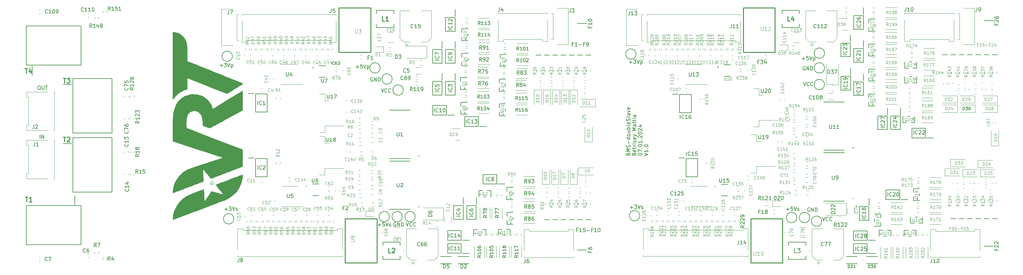
<source format=gbr>
%TF.GenerationSoftware,KiCad,Pcbnew,7.0.8*%
%TF.CreationDate,2024-01-12T20:03:42+01:00*%
%TF.ProjectId,BMS-Slave,424d532d-536c-4617-9665-2e6b69636164,rev?*%
%TF.SameCoordinates,Original*%
%TF.FileFunction,Legend,Top*%
%TF.FilePolarity,Positive*%
%FSLAX46Y46*%
G04 Gerber Fmt 4.6, Leading zero omitted, Abs format (unit mm)*
G04 Created by KiCad (PCBNEW 7.0.8) date 2024-01-12 20:03:42*
%MOMM*%
%LPD*%
G01*
G04 APERTURE LIST*
%ADD10C,0.050000*%
%ADD11C,0.010000*%
%ADD12C,0.150000*%
%ADD13C,0.100000*%
%ADD14C,0.254000*%
%ADD15C,0.200000*%
%ADD16C,0.120000*%
%ADD17C,0.152400*%
%ADD18C,0.127000*%
G04 APERTURE END LIST*
D10*
X142100001Y-149700000D02*
G75*
G03*
X142100001Y-149700000I-1J0D01*
G01*
X141700001Y-149700000D02*
G75*
G03*
X141700001Y-149700000I-1J0D01*
G01*
D11*
X141615397Y-149994867D02*
G75*
G03*
X142184603Y-149994867I284603J94867D01*
G01*
X142400000Y-149900000D02*
G75*
G03*
X142400000Y-149900000I-500000J0D01*
G01*
X141900000Y-149800000D02*
X141900000Y-150000000D01*
D12*
X307093922Y-159119819D02*
X307427255Y-160119819D01*
X307427255Y-160119819D02*
X307760588Y-159119819D01*
X308665350Y-160024580D02*
X308617731Y-160072200D01*
X308617731Y-160072200D02*
X308474874Y-160119819D01*
X308474874Y-160119819D02*
X308379636Y-160119819D01*
X308379636Y-160119819D02*
X308236779Y-160072200D01*
X308236779Y-160072200D02*
X308141541Y-159976961D01*
X308141541Y-159976961D02*
X308093922Y-159881723D01*
X308093922Y-159881723D02*
X308046303Y-159691247D01*
X308046303Y-159691247D02*
X308046303Y-159548390D01*
X308046303Y-159548390D02*
X308093922Y-159357914D01*
X308093922Y-159357914D02*
X308141541Y-159262676D01*
X308141541Y-159262676D02*
X308236779Y-159167438D01*
X308236779Y-159167438D02*
X308379636Y-159119819D01*
X308379636Y-159119819D02*
X308474874Y-159119819D01*
X308474874Y-159119819D02*
X308617731Y-159167438D01*
X308617731Y-159167438D02*
X308665350Y-159215057D01*
X309665350Y-160024580D02*
X309617731Y-160072200D01*
X309617731Y-160072200D02*
X309474874Y-160119819D01*
X309474874Y-160119819D02*
X309379636Y-160119819D01*
X309379636Y-160119819D02*
X309236779Y-160072200D01*
X309236779Y-160072200D02*
X309141541Y-159976961D01*
X309141541Y-159976961D02*
X309093922Y-159881723D01*
X309093922Y-159881723D02*
X309046303Y-159691247D01*
X309046303Y-159691247D02*
X309046303Y-159548390D01*
X309046303Y-159548390D02*
X309093922Y-159357914D01*
X309093922Y-159357914D02*
X309141541Y-159262676D01*
X309141541Y-159262676D02*
X309236779Y-159167438D01*
X309236779Y-159167438D02*
X309379636Y-159119819D01*
X309379636Y-159119819D02*
X309474874Y-159119819D01*
X309474874Y-159119819D02*
X309617731Y-159167438D01*
X309617731Y-159167438D02*
X309665350Y-159215057D01*
X301586779Y-116238866D02*
X302348684Y-116238866D01*
X301967731Y-116619819D02*
X301967731Y-115857914D01*
X303301064Y-115619819D02*
X302824874Y-115619819D01*
X302824874Y-115619819D02*
X302777255Y-116096009D01*
X302777255Y-116096009D02*
X302824874Y-116048390D01*
X302824874Y-116048390D02*
X302920112Y-116000771D01*
X302920112Y-116000771D02*
X303158207Y-116000771D01*
X303158207Y-116000771D02*
X303253445Y-116048390D01*
X303253445Y-116048390D02*
X303301064Y-116096009D01*
X303301064Y-116096009D02*
X303348683Y-116191247D01*
X303348683Y-116191247D02*
X303348683Y-116429342D01*
X303348683Y-116429342D02*
X303301064Y-116524580D01*
X303301064Y-116524580D02*
X303253445Y-116572200D01*
X303253445Y-116572200D02*
X303158207Y-116619819D01*
X303158207Y-116619819D02*
X302920112Y-116619819D01*
X302920112Y-116619819D02*
X302824874Y-116572200D01*
X302824874Y-116572200D02*
X302777255Y-116524580D01*
X303634398Y-115619819D02*
X303967731Y-116619819D01*
X303967731Y-116619819D02*
X304301064Y-115619819D01*
X304634398Y-115953152D02*
X304634398Y-116953152D01*
X304634398Y-116000771D02*
X304729636Y-115953152D01*
X304729636Y-115953152D02*
X304920112Y-115953152D01*
X304920112Y-115953152D02*
X305015350Y-116000771D01*
X305015350Y-116000771D02*
X305062969Y-116048390D01*
X305062969Y-116048390D02*
X305110588Y-116143628D01*
X305110588Y-116143628D02*
X305110588Y-116429342D01*
X305110588Y-116429342D02*
X305062969Y-116524580D01*
X305062969Y-116524580D02*
X305015350Y-116572200D01*
X305015350Y-116572200D02*
X304920112Y-116619819D01*
X304920112Y-116619819D02*
X304729636Y-116619819D01*
X304729636Y-116619819D02*
X304634398Y-116572200D01*
X240920112Y-162596009D02*
X240586779Y-162596009D01*
X240586779Y-163119819D02*
X240586779Y-162119819D01*
X240586779Y-162119819D02*
X241062969Y-162119819D01*
X241967731Y-163119819D02*
X241396303Y-163119819D01*
X241682017Y-163119819D02*
X241682017Y-162119819D01*
X241682017Y-162119819D02*
X241586779Y-162262676D01*
X241586779Y-162262676D02*
X241491541Y-162357914D01*
X241491541Y-162357914D02*
X241396303Y-162405533D01*
X242872493Y-162119819D02*
X242396303Y-162119819D01*
X242396303Y-162119819D02*
X242348684Y-162596009D01*
X242348684Y-162596009D02*
X242396303Y-162548390D01*
X242396303Y-162548390D02*
X242491541Y-162500771D01*
X242491541Y-162500771D02*
X242729636Y-162500771D01*
X242729636Y-162500771D02*
X242824874Y-162548390D01*
X242824874Y-162548390D02*
X242872493Y-162596009D01*
X242872493Y-162596009D02*
X242920112Y-162691247D01*
X242920112Y-162691247D02*
X242920112Y-162929342D01*
X242920112Y-162929342D02*
X242872493Y-163024580D01*
X242872493Y-163024580D02*
X242824874Y-163072200D01*
X242824874Y-163072200D02*
X242729636Y-163119819D01*
X242729636Y-163119819D02*
X242491541Y-163119819D01*
X242491541Y-163119819D02*
X242396303Y-163072200D01*
X242396303Y-163072200D02*
X242348684Y-163024580D01*
X243348684Y-162738866D02*
X244110589Y-162738866D01*
X244920112Y-162596009D02*
X244586779Y-162596009D01*
X244586779Y-163119819D02*
X244586779Y-162119819D01*
X244586779Y-162119819D02*
X245062969Y-162119819D01*
X245967731Y-163119819D02*
X245396303Y-163119819D01*
X245682017Y-163119819D02*
X245682017Y-162119819D01*
X245682017Y-162119819D02*
X245586779Y-162262676D01*
X245586779Y-162262676D02*
X245491541Y-162357914D01*
X245491541Y-162357914D02*
X245396303Y-162405533D01*
X246586779Y-162119819D02*
X246682017Y-162119819D01*
X246682017Y-162119819D02*
X246777255Y-162167438D01*
X246777255Y-162167438D02*
X246824874Y-162215057D01*
X246824874Y-162215057D02*
X246872493Y-162310295D01*
X246872493Y-162310295D02*
X246920112Y-162500771D01*
X246920112Y-162500771D02*
X246920112Y-162738866D01*
X246920112Y-162738866D02*
X246872493Y-162929342D01*
X246872493Y-162929342D02*
X246824874Y-163024580D01*
X246824874Y-163024580D02*
X246777255Y-163072200D01*
X246777255Y-163072200D02*
X246682017Y-163119819D01*
X246682017Y-163119819D02*
X246586779Y-163119819D01*
X246586779Y-163119819D02*
X246491541Y-163072200D01*
X246491541Y-163072200D02*
X246443922Y-163024580D01*
X246443922Y-163024580D02*
X246396303Y-162929342D01*
X246396303Y-162929342D02*
X246348684Y-162738866D01*
X246348684Y-162738866D02*
X246348684Y-162500771D01*
X246348684Y-162500771D02*
X246396303Y-162310295D01*
X246396303Y-162310295D02*
X246443922Y-162215057D01*
X246443922Y-162215057D02*
X246491541Y-162167438D01*
X246491541Y-162167438D02*
X246586779Y-162119819D01*
X185360588Y-121417438D02*
X185265350Y-121369819D01*
X185265350Y-121369819D02*
X185122493Y-121369819D01*
X185122493Y-121369819D02*
X184979636Y-121417438D01*
X184979636Y-121417438D02*
X184884398Y-121512676D01*
X184884398Y-121512676D02*
X184836779Y-121607914D01*
X184836779Y-121607914D02*
X184789160Y-121798390D01*
X184789160Y-121798390D02*
X184789160Y-121941247D01*
X184789160Y-121941247D02*
X184836779Y-122131723D01*
X184836779Y-122131723D02*
X184884398Y-122226961D01*
X184884398Y-122226961D02*
X184979636Y-122322200D01*
X184979636Y-122322200D02*
X185122493Y-122369819D01*
X185122493Y-122369819D02*
X185217731Y-122369819D01*
X185217731Y-122369819D02*
X185360588Y-122322200D01*
X185360588Y-122322200D02*
X185408207Y-122274580D01*
X185408207Y-122274580D02*
X185408207Y-121941247D01*
X185408207Y-121941247D02*
X185217731Y-121941247D01*
X185836779Y-122369819D02*
X185836779Y-121369819D01*
X185836779Y-121369819D02*
X186408207Y-122369819D01*
X186408207Y-122369819D02*
X186408207Y-121369819D01*
X186884398Y-122369819D02*
X186884398Y-121369819D01*
X186884398Y-121369819D02*
X187122493Y-121369819D01*
X187122493Y-121369819D02*
X187265350Y-121417438D01*
X187265350Y-121417438D02*
X187360588Y-121512676D01*
X187360588Y-121512676D02*
X187408207Y-121607914D01*
X187408207Y-121607914D02*
X187455826Y-121798390D01*
X187455826Y-121798390D02*
X187455826Y-121941247D01*
X187455826Y-121941247D02*
X187408207Y-122131723D01*
X187408207Y-122131723D02*
X187360588Y-122226961D01*
X187360588Y-122226961D02*
X187265350Y-122322200D01*
X187265350Y-122322200D02*
X187122493Y-122369819D01*
X187122493Y-122369819D02*
X186884398Y-122369819D01*
X255086779Y-156488866D02*
X255848684Y-156488866D01*
X255467731Y-156869819D02*
X255467731Y-156107914D01*
X256229636Y-155869819D02*
X256848683Y-155869819D01*
X256848683Y-155869819D02*
X256515350Y-156250771D01*
X256515350Y-156250771D02*
X256658207Y-156250771D01*
X256658207Y-156250771D02*
X256753445Y-156298390D01*
X256753445Y-156298390D02*
X256801064Y-156346009D01*
X256801064Y-156346009D02*
X256848683Y-156441247D01*
X256848683Y-156441247D02*
X256848683Y-156679342D01*
X256848683Y-156679342D02*
X256801064Y-156774580D01*
X256801064Y-156774580D02*
X256753445Y-156822200D01*
X256753445Y-156822200D02*
X256658207Y-156869819D01*
X256658207Y-156869819D02*
X256372493Y-156869819D01*
X256372493Y-156869819D02*
X256277255Y-156822200D01*
X256277255Y-156822200D02*
X256229636Y-156774580D01*
X257134398Y-155869819D02*
X257467731Y-156869819D01*
X257467731Y-156869819D02*
X257801064Y-155869819D01*
X258086779Y-156822200D02*
X258182017Y-156869819D01*
X258182017Y-156869819D02*
X258372493Y-156869819D01*
X258372493Y-156869819D02*
X258467731Y-156822200D01*
X258467731Y-156822200D02*
X258515350Y-156726961D01*
X258515350Y-156726961D02*
X258515350Y-156679342D01*
X258515350Y-156679342D02*
X258467731Y-156584104D01*
X258467731Y-156584104D02*
X258372493Y-156536485D01*
X258372493Y-156536485D02*
X258229636Y-156536485D01*
X258229636Y-156536485D02*
X258134398Y-156488866D01*
X258134398Y-156488866D02*
X258086779Y-156393628D01*
X258086779Y-156393628D02*
X258086779Y-156346009D01*
X258086779Y-156346009D02*
X258134398Y-156250771D01*
X258134398Y-156250771D02*
X258229636Y-156203152D01*
X258229636Y-156203152D02*
X258372493Y-156203152D01*
X258372493Y-156203152D02*
X258467731Y-156250771D01*
X239670112Y-112346009D02*
X239336779Y-112346009D01*
X239336779Y-112869819D02*
X239336779Y-111869819D01*
X239336779Y-111869819D02*
X239812969Y-111869819D01*
X240717731Y-112869819D02*
X240146303Y-112869819D01*
X240432017Y-112869819D02*
X240432017Y-111869819D01*
X240432017Y-111869819D02*
X240336779Y-112012676D01*
X240336779Y-112012676D02*
X240241541Y-112107914D01*
X240241541Y-112107914D02*
X240146303Y-112155533D01*
X241146303Y-112488866D02*
X241908208Y-112488866D01*
X242717731Y-112346009D02*
X242384398Y-112346009D01*
X242384398Y-112869819D02*
X242384398Y-111869819D01*
X242384398Y-111869819D02*
X242860588Y-111869819D01*
X243289160Y-112869819D02*
X243479636Y-112869819D01*
X243479636Y-112869819D02*
X243574874Y-112822200D01*
X243574874Y-112822200D02*
X243622493Y-112774580D01*
X243622493Y-112774580D02*
X243717731Y-112631723D01*
X243717731Y-112631723D02*
X243765350Y-112441247D01*
X243765350Y-112441247D02*
X243765350Y-112060295D01*
X243765350Y-112060295D02*
X243717731Y-111965057D01*
X243717731Y-111965057D02*
X243670112Y-111917438D01*
X243670112Y-111917438D02*
X243574874Y-111869819D01*
X243574874Y-111869819D02*
X243384398Y-111869819D01*
X243384398Y-111869819D02*
X243289160Y-111917438D01*
X243289160Y-111917438D02*
X243241541Y-111965057D01*
X243241541Y-111965057D02*
X243193922Y-112060295D01*
X243193922Y-112060295D02*
X243193922Y-112298390D01*
X243193922Y-112298390D02*
X243241541Y-112393628D01*
X243241541Y-112393628D02*
X243289160Y-112441247D01*
X243289160Y-112441247D02*
X243384398Y-112488866D01*
X243384398Y-112488866D02*
X243574874Y-112488866D01*
X243574874Y-112488866D02*
X243670112Y-112441247D01*
X243670112Y-112441247D02*
X243717731Y-112393628D01*
X243717731Y-112393628D02*
X243765350Y-112298390D01*
X145336779Y-156988866D02*
X146098684Y-156988866D01*
X145717731Y-157369819D02*
X145717731Y-156607914D01*
X146479636Y-156369819D02*
X147098683Y-156369819D01*
X147098683Y-156369819D02*
X146765350Y-156750771D01*
X146765350Y-156750771D02*
X146908207Y-156750771D01*
X146908207Y-156750771D02*
X147003445Y-156798390D01*
X147003445Y-156798390D02*
X147051064Y-156846009D01*
X147051064Y-156846009D02*
X147098683Y-156941247D01*
X147098683Y-156941247D02*
X147098683Y-157179342D01*
X147098683Y-157179342D02*
X147051064Y-157274580D01*
X147051064Y-157274580D02*
X147003445Y-157322200D01*
X147003445Y-157322200D02*
X146908207Y-157369819D01*
X146908207Y-157369819D02*
X146622493Y-157369819D01*
X146622493Y-157369819D02*
X146527255Y-157322200D01*
X146527255Y-157322200D02*
X146479636Y-157274580D01*
X147384398Y-156369819D02*
X147717731Y-157369819D01*
X147717731Y-157369819D02*
X148051064Y-156369819D01*
X148336779Y-157322200D02*
X148432017Y-157369819D01*
X148432017Y-157369819D02*
X148622493Y-157369819D01*
X148622493Y-157369819D02*
X148717731Y-157322200D01*
X148717731Y-157322200D02*
X148765350Y-157226961D01*
X148765350Y-157226961D02*
X148765350Y-157179342D01*
X148765350Y-157179342D02*
X148717731Y-157084104D01*
X148717731Y-157084104D02*
X148622493Y-157036485D01*
X148622493Y-157036485D02*
X148479636Y-157036485D01*
X148479636Y-157036485D02*
X148384398Y-156988866D01*
X148384398Y-156988866D02*
X148336779Y-156893628D01*
X148336779Y-156893628D02*
X148336779Y-156846009D01*
X148336779Y-156846009D02*
X148384398Y-156750771D01*
X148384398Y-156750771D02*
X148479636Y-156703152D01*
X148479636Y-156703152D02*
X148622493Y-156703152D01*
X148622493Y-156703152D02*
X148717731Y-156750771D01*
D13*
X341772931Y-162227847D02*
X341506265Y-162227847D01*
X341506265Y-162646895D02*
X341506265Y-161846895D01*
X341506265Y-161846895D02*
X341887217Y-161846895D01*
X342115788Y-161846895D02*
X342611026Y-161846895D01*
X342611026Y-161846895D02*
X342344360Y-162151657D01*
X342344360Y-162151657D02*
X342458645Y-162151657D01*
X342458645Y-162151657D02*
X342534836Y-162189752D01*
X342534836Y-162189752D02*
X342572931Y-162227847D01*
X342572931Y-162227847D02*
X342611026Y-162304038D01*
X342611026Y-162304038D02*
X342611026Y-162494514D01*
X342611026Y-162494514D02*
X342572931Y-162570704D01*
X342572931Y-162570704D02*
X342534836Y-162608800D01*
X342534836Y-162608800D02*
X342458645Y-162646895D01*
X342458645Y-162646895D02*
X342230074Y-162646895D01*
X342230074Y-162646895D02*
X342153883Y-162608800D01*
X342153883Y-162608800D02*
X342115788Y-162570704D01*
X343106265Y-161846895D02*
X343182455Y-161846895D01*
X343182455Y-161846895D02*
X343258646Y-161884990D01*
X343258646Y-161884990D02*
X343296741Y-161923085D01*
X343296741Y-161923085D02*
X343334836Y-161999276D01*
X343334836Y-161999276D02*
X343372931Y-162151657D01*
X343372931Y-162151657D02*
X343372931Y-162342133D01*
X343372931Y-162342133D02*
X343334836Y-162494514D01*
X343334836Y-162494514D02*
X343296741Y-162570704D01*
X343296741Y-162570704D02*
X343258646Y-162608800D01*
X343258646Y-162608800D02*
X343182455Y-162646895D01*
X343182455Y-162646895D02*
X343106265Y-162646895D01*
X343106265Y-162646895D02*
X343030074Y-162608800D01*
X343030074Y-162608800D02*
X342991979Y-162570704D01*
X342991979Y-162570704D02*
X342953884Y-162494514D01*
X342953884Y-162494514D02*
X342915788Y-162342133D01*
X342915788Y-162342133D02*
X342915788Y-162151657D01*
X342915788Y-162151657D02*
X342953884Y-161999276D01*
X342953884Y-161999276D02*
X342991979Y-161923085D01*
X342991979Y-161923085D02*
X343030074Y-161884990D01*
X343030074Y-161884990D02*
X343106265Y-161846895D01*
X343715789Y-162342133D02*
X344325313Y-162342133D01*
X344972931Y-162227847D02*
X344706265Y-162227847D01*
X344706265Y-162646895D02*
X344706265Y-161846895D01*
X344706265Y-161846895D02*
X345087217Y-161846895D01*
X345353883Y-161923085D02*
X345391979Y-161884990D01*
X345391979Y-161884990D02*
X345468169Y-161846895D01*
X345468169Y-161846895D02*
X345658645Y-161846895D01*
X345658645Y-161846895D02*
X345734836Y-161884990D01*
X345734836Y-161884990D02*
X345772931Y-161923085D01*
X345772931Y-161923085D02*
X345811026Y-161999276D01*
X345811026Y-161999276D02*
X345811026Y-162075466D01*
X345811026Y-162075466D02*
X345772931Y-162189752D01*
X345772931Y-162189752D02*
X345315788Y-162646895D01*
X345315788Y-162646895D02*
X345811026Y-162646895D01*
X346534836Y-161846895D02*
X346153884Y-161846895D01*
X346153884Y-161846895D02*
X346115788Y-162227847D01*
X346115788Y-162227847D02*
X346153884Y-162189752D01*
X346153884Y-162189752D02*
X346230074Y-162151657D01*
X346230074Y-162151657D02*
X346420550Y-162151657D01*
X346420550Y-162151657D02*
X346496741Y-162189752D01*
X346496741Y-162189752D02*
X346534836Y-162227847D01*
X346534836Y-162227847D02*
X346572931Y-162304038D01*
X346572931Y-162304038D02*
X346572931Y-162494514D01*
X346572931Y-162494514D02*
X346534836Y-162570704D01*
X346534836Y-162570704D02*
X346496741Y-162608800D01*
X346496741Y-162608800D02*
X346420550Y-162646895D01*
X346420550Y-162646895D02*
X346230074Y-162646895D01*
X346230074Y-162646895D02*
X346153884Y-162608800D01*
X346153884Y-162608800D02*
X346115788Y-162570704D01*
D12*
X191610588Y-160667438D02*
X191515350Y-160619819D01*
X191515350Y-160619819D02*
X191372493Y-160619819D01*
X191372493Y-160619819D02*
X191229636Y-160667438D01*
X191229636Y-160667438D02*
X191134398Y-160762676D01*
X191134398Y-160762676D02*
X191086779Y-160857914D01*
X191086779Y-160857914D02*
X191039160Y-161048390D01*
X191039160Y-161048390D02*
X191039160Y-161191247D01*
X191039160Y-161191247D02*
X191086779Y-161381723D01*
X191086779Y-161381723D02*
X191134398Y-161476961D01*
X191134398Y-161476961D02*
X191229636Y-161572200D01*
X191229636Y-161572200D02*
X191372493Y-161619819D01*
X191372493Y-161619819D02*
X191467731Y-161619819D01*
X191467731Y-161619819D02*
X191610588Y-161572200D01*
X191610588Y-161572200D02*
X191658207Y-161524580D01*
X191658207Y-161524580D02*
X191658207Y-161191247D01*
X191658207Y-161191247D02*
X191467731Y-161191247D01*
X192086779Y-161619819D02*
X192086779Y-160619819D01*
X192086779Y-160619819D02*
X192658207Y-161619819D01*
X192658207Y-161619819D02*
X192658207Y-160619819D01*
X193134398Y-161619819D02*
X193134398Y-160619819D01*
X193134398Y-160619819D02*
X193372493Y-160619819D01*
X193372493Y-160619819D02*
X193515350Y-160667438D01*
X193515350Y-160667438D02*
X193610588Y-160762676D01*
X193610588Y-160762676D02*
X193658207Y-160857914D01*
X193658207Y-160857914D02*
X193705826Y-161048390D01*
X193705826Y-161048390D02*
X193705826Y-161191247D01*
X193705826Y-161191247D02*
X193658207Y-161381723D01*
X193658207Y-161381723D02*
X193610588Y-161476961D01*
X193610588Y-161476961D02*
X193515350Y-161572200D01*
X193515350Y-161572200D02*
X193372493Y-161619819D01*
X193372493Y-161619819D02*
X193134398Y-161619819D01*
X186836779Y-161238866D02*
X187598684Y-161238866D01*
X187217731Y-161619819D02*
X187217731Y-160857914D01*
X188551064Y-160619819D02*
X188074874Y-160619819D01*
X188074874Y-160619819D02*
X188027255Y-161096009D01*
X188027255Y-161096009D02*
X188074874Y-161048390D01*
X188074874Y-161048390D02*
X188170112Y-161000771D01*
X188170112Y-161000771D02*
X188408207Y-161000771D01*
X188408207Y-161000771D02*
X188503445Y-161048390D01*
X188503445Y-161048390D02*
X188551064Y-161096009D01*
X188551064Y-161096009D02*
X188598683Y-161191247D01*
X188598683Y-161191247D02*
X188598683Y-161429342D01*
X188598683Y-161429342D02*
X188551064Y-161524580D01*
X188551064Y-161524580D02*
X188503445Y-161572200D01*
X188503445Y-161572200D02*
X188408207Y-161619819D01*
X188408207Y-161619819D02*
X188170112Y-161619819D01*
X188170112Y-161619819D02*
X188074874Y-161572200D01*
X188074874Y-161572200D02*
X188027255Y-161524580D01*
X188884398Y-160619819D02*
X189217731Y-161619819D01*
X189217731Y-161619819D02*
X189551064Y-160619819D01*
X189836779Y-161572200D02*
X189932017Y-161619819D01*
X189932017Y-161619819D02*
X190122493Y-161619819D01*
X190122493Y-161619819D02*
X190217731Y-161572200D01*
X190217731Y-161572200D02*
X190265350Y-161476961D01*
X190265350Y-161476961D02*
X190265350Y-161429342D01*
X190265350Y-161429342D02*
X190217731Y-161334104D01*
X190217731Y-161334104D02*
X190122493Y-161286485D01*
X190122493Y-161286485D02*
X189979636Y-161286485D01*
X189979636Y-161286485D02*
X189884398Y-161238866D01*
X189884398Y-161238866D02*
X189836779Y-161143628D01*
X189836779Y-161143628D02*
X189836779Y-161096009D01*
X189836779Y-161096009D02*
X189884398Y-161000771D01*
X189884398Y-161000771D02*
X189979636Y-160953152D01*
X189979636Y-160953152D02*
X190122493Y-160953152D01*
X190122493Y-160953152D02*
X190217731Y-161000771D01*
X187693922Y-124369819D02*
X188027255Y-125369819D01*
X188027255Y-125369819D02*
X188360588Y-124369819D01*
X189265350Y-125274580D02*
X189217731Y-125322200D01*
X189217731Y-125322200D02*
X189074874Y-125369819D01*
X189074874Y-125369819D02*
X188979636Y-125369819D01*
X188979636Y-125369819D02*
X188836779Y-125322200D01*
X188836779Y-125322200D02*
X188741541Y-125226961D01*
X188741541Y-125226961D02*
X188693922Y-125131723D01*
X188693922Y-125131723D02*
X188646303Y-124941247D01*
X188646303Y-124941247D02*
X188646303Y-124798390D01*
X188646303Y-124798390D02*
X188693922Y-124607914D01*
X188693922Y-124607914D02*
X188741541Y-124512676D01*
X188741541Y-124512676D02*
X188836779Y-124417438D01*
X188836779Y-124417438D02*
X188979636Y-124369819D01*
X188979636Y-124369819D02*
X189074874Y-124369819D01*
X189074874Y-124369819D02*
X189217731Y-124417438D01*
X189217731Y-124417438D02*
X189265350Y-124465057D01*
X190265350Y-125274580D02*
X190217731Y-125322200D01*
X190217731Y-125322200D02*
X190074874Y-125369819D01*
X190074874Y-125369819D02*
X189979636Y-125369819D01*
X189979636Y-125369819D02*
X189836779Y-125322200D01*
X189836779Y-125322200D02*
X189741541Y-125226961D01*
X189741541Y-125226961D02*
X189693922Y-125131723D01*
X189693922Y-125131723D02*
X189646303Y-124941247D01*
X189646303Y-124941247D02*
X189646303Y-124798390D01*
X189646303Y-124798390D02*
X189693922Y-124607914D01*
X189693922Y-124607914D02*
X189741541Y-124512676D01*
X189741541Y-124512676D02*
X189836779Y-124417438D01*
X189836779Y-124417438D02*
X189979636Y-124369819D01*
X189979636Y-124369819D02*
X190074874Y-124369819D01*
X190074874Y-124369819D02*
X190217731Y-124417438D01*
X190217731Y-124417438D02*
X190265350Y-124465057D01*
X95336779Y-137869819D02*
X95336779Y-136869819D01*
X95812969Y-137869819D02*
X95812969Y-136869819D01*
X95812969Y-136869819D02*
X96384397Y-137869819D01*
X96384397Y-137869819D02*
X96384397Y-136869819D01*
X254516009Y-142029887D02*
X254563628Y-141887030D01*
X254563628Y-141887030D02*
X254611247Y-141839411D01*
X254611247Y-141839411D02*
X254706485Y-141791792D01*
X254706485Y-141791792D02*
X254849342Y-141791792D01*
X254849342Y-141791792D02*
X254944580Y-141839411D01*
X254944580Y-141839411D02*
X254992200Y-141887030D01*
X254992200Y-141887030D02*
X255039819Y-141982268D01*
X255039819Y-141982268D02*
X255039819Y-142363220D01*
X255039819Y-142363220D02*
X254039819Y-142363220D01*
X254039819Y-142363220D02*
X254039819Y-142029887D01*
X254039819Y-142029887D02*
X254087438Y-141934649D01*
X254087438Y-141934649D02*
X254135057Y-141887030D01*
X254135057Y-141887030D02*
X254230295Y-141839411D01*
X254230295Y-141839411D02*
X254325533Y-141839411D01*
X254325533Y-141839411D02*
X254420771Y-141887030D01*
X254420771Y-141887030D02*
X254468390Y-141934649D01*
X254468390Y-141934649D02*
X254516009Y-142029887D01*
X254516009Y-142029887D02*
X254516009Y-142363220D01*
X255039819Y-141363220D02*
X254039819Y-141363220D01*
X254039819Y-141363220D02*
X254754104Y-141029887D01*
X254754104Y-141029887D02*
X254039819Y-140696554D01*
X254039819Y-140696554D02*
X255039819Y-140696554D01*
X254992200Y-140267982D02*
X255039819Y-140125125D01*
X255039819Y-140125125D02*
X255039819Y-139887030D01*
X255039819Y-139887030D02*
X254992200Y-139791792D01*
X254992200Y-139791792D02*
X254944580Y-139744173D01*
X254944580Y-139744173D02*
X254849342Y-139696554D01*
X254849342Y-139696554D02*
X254754104Y-139696554D01*
X254754104Y-139696554D02*
X254658866Y-139744173D01*
X254658866Y-139744173D02*
X254611247Y-139791792D01*
X254611247Y-139791792D02*
X254563628Y-139887030D01*
X254563628Y-139887030D02*
X254516009Y-140077506D01*
X254516009Y-140077506D02*
X254468390Y-140172744D01*
X254468390Y-140172744D02*
X254420771Y-140220363D01*
X254420771Y-140220363D02*
X254325533Y-140267982D01*
X254325533Y-140267982D02*
X254230295Y-140267982D01*
X254230295Y-140267982D02*
X254135057Y-140220363D01*
X254135057Y-140220363D02*
X254087438Y-140172744D01*
X254087438Y-140172744D02*
X254039819Y-140077506D01*
X254039819Y-140077506D02*
X254039819Y-139839411D01*
X254039819Y-139839411D02*
X254087438Y-139696554D01*
X254658866Y-139267982D02*
X254658866Y-138506078D01*
X255039819Y-137601316D02*
X254039819Y-137601316D01*
X254992200Y-137601316D02*
X255039819Y-137696554D01*
X255039819Y-137696554D02*
X255039819Y-137887030D01*
X255039819Y-137887030D02*
X254992200Y-137982268D01*
X254992200Y-137982268D02*
X254944580Y-138029887D01*
X254944580Y-138029887D02*
X254849342Y-138077506D01*
X254849342Y-138077506D02*
X254563628Y-138077506D01*
X254563628Y-138077506D02*
X254468390Y-138029887D01*
X254468390Y-138029887D02*
X254420771Y-137982268D01*
X254420771Y-137982268D02*
X254373152Y-137887030D01*
X254373152Y-137887030D02*
X254373152Y-137696554D01*
X254373152Y-137696554D02*
X254420771Y-137601316D01*
X255039819Y-136982268D02*
X254992200Y-137077506D01*
X254992200Y-137077506D02*
X254944580Y-137125125D01*
X254944580Y-137125125D02*
X254849342Y-137172744D01*
X254849342Y-137172744D02*
X254563628Y-137172744D01*
X254563628Y-137172744D02*
X254468390Y-137125125D01*
X254468390Y-137125125D02*
X254420771Y-137077506D01*
X254420771Y-137077506D02*
X254373152Y-136982268D01*
X254373152Y-136982268D02*
X254373152Y-136839411D01*
X254373152Y-136839411D02*
X254420771Y-136744173D01*
X254420771Y-136744173D02*
X254468390Y-136696554D01*
X254468390Y-136696554D02*
X254563628Y-136648935D01*
X254563628Y-136648935D02*
X254849342Y-136648935D01*
X254849342Y-136648935D02*
X254944580Y-136696554D01*
X254944580Y-136696554D02*
X254992200Y-136744173D01*
X254992200Y-136744173D02*
X255039819Y-136839411D01*
X255039819Y-136839411D02*
X255039819Y-136982268D01*
X254373152Y-135791792D02*
X255039819Y-135791792D01*
X254373152Y-136220363D02*
X254896961Y-136220363D01*
X254896961Y-136220363D02*
X254992200Y-136172744D01*
X254992200Y-136172744D02*
X255039819Y-136077506D01*
X255039819Y-136077506D02*
X255039819Y-135934649D01*
X255039819Y-135934649D02*
X254992200Y-135839411D01*
X254992200Y-135839411D02*
X254944580Y-135791792D01*
X255039819Y-135315601D02*
X254039819Y-135315601D01*
X254420771Y-135315601D02*
X254373152Y-135220363D01*
X254373152Y-135220363D02*
X254373152Y-135029887D01*
X254373152Y-135029887D02*
X254420771Y-134934649D01*
X254420771Y-134934649D02*
X254468390Y-134887030D01*
X254468390Y-134887030D02*
X254563628Y-134839411D01*
X254563628Y-134839411D02*
X254849342Y-134839411D01*
X254849342Y-134839411D02*
X254944580Y-134887030D01*
X254944580Y-134887030D02*
X254992200Y-134934649D01*
X254992200Y-134934649D02*
X255039819Y-135029887D01*
X255039819Y-135029887D02*
X255039819Y-135220363D01*
X255039819Y-135220363D02*
X254992200Y-135315601D01*
X255039819Y-134267982D02*
X254992200Y-134363220D01*
X254992200Y-134363220D02*
X254896961Y-134410839D01*
X254896961Y-134410839D02*
X254039819Y-134410839D01*
X254992200Y-133506077D02*
X255039819Y-133601315D01*
X255039819Y-133601315D02*
X255039819Y-133791791D01*
X255039819Y-133791791D02*
X254992200Y-133887029D01*
X254992200Y-133887029D02*
X254896961Y-133934648D01*
X254896961Y-133934648D02*
X254516009Y-133934648D01*
X254516009Y-133934648D02*
X254420771Y-133887029D01*
X254420771Y-133887029D02*
X254373152Y-133791791D01*
X254373152Y-133791791D02*
X254373152Y-133601315D01*
X254373152Y-133601315D02*
X254420771Y-133506077D01*
X254420771Y-133506077D02*
X254516009Y-133458458D01*
X254516009Y-133458458D02*
X254611247Y-133458458D01*
X254611247Y-133458458D02*
X254706485Y-133934648D01*
X254992200Y-133077505D02*
X255039819Y-132934648D01*
X255039819Y-132934648D02*
X255039819Y-132696553D01*
X255039819Y-132696553D02*
X254992200Y-132601315D01*
X254992200Y-132601315D02*
X254944580Y-132553696D01*
X254944580Y-132553696D02*
X254849342Y-132506077D01*
X254849342Y-132506077D02*
X254754104Y-132506077D01*
X254754104Y-132506077D02*
X254658866Y-132553696D01*
X254658866Y-132553696D02*
X254611247Y-132601315D01*
X254611247Y-132601315D02*
X254563628Y-132696553D01*
X254563628Y-132696553D02*
X254516009Y-132887029D01*
X254516009Y-132887029D02*
X254468390Y-132982267D01*
X254468390Y-132982267D02*
X254420771Y-133029886D01*
X254420771Y-133029886D02*
X254325533Y-133077505D01*
X254325533Y-133077505D02*
X254230295Y-133077505D01*
X254230295Y-133077505D02*
X254135057Y-133029886D01*
X254135057Y-133029886D02*
X254087438Y-132982267D01*
X254087438Y-132982267D02*
X254039819Y-132887029D01*
X254039819Y-132887029D02*
X254039819Y-132648934D01*
X254039819Y-132648934D02*
X254087438Y-132506077D01*
X255039819Y-131934648D02*
X254992200Y-132029886D01*
X254992200Y-132029886D02*
X254896961Y-132077505D01*
X254896961Y-132077505D02*
X254039819Y-132077505D01*
X255039819Y-131125124D02*
X254516009Y-131125124D01*
X254516009Y-131125124D02*
X254420771Y-131172743D01*
X254420771Y-131172743D02*
X254373152Y-131267981D01*
X254373152Y-131267981D02*
X254373152Y-131458457D01*
X254373152Y-131458457D02*
X254420771Y-131553695D01*
X254992200Y-131125124D02*
X255039819Y-131220362D01*
X255039819Y-131220362D02*
X255039819Y-131458457D01*
X255039819Y-131458457D02*
X254992200Y-131553695D01*
X254992200Y-131553695D02*
X254896961Y-131601314D01*
X254896961Y-131601314D02*
X254801723Y-131601314D01*
X254801723Y-131601314D02*
X254706485Y-131553695D01*
X254706485Y-131553695D02*
X254658866Y-131458457D01*
X254658866Y-131458457D02*
X254658866Y-131220362D01*
X254658866Y-131220362D02*
X254611247Y-131125124D01*
X254373152Y-130744171D02*
X255039819Y-130506076D01*
X255039819Y-130506076D02*
X254373152Y-130267981D01*
X254992200Y-129506076D02*
X255039819Y-129601314D01*
X255039819Y-129601314D02*
X255039819Y-129791790D01*
X255039819Y-129791790D02*
X254992200Y-129887028D01*
X254992200Y-129887028D02*
X254896961Y-129934647D01*
X254896961Y-129934647D02*
X254516009Y-129934647D01*
X254516009Y-129934647D02*
X254420771Y-129887028D01*
X254420771Y-129887028D02*
X254373152Y-129791790D01*
X254373152Y-129791790D02*
X254373152Y-129601314D01*
X254373152Y-129601314D02*
X254420771Y-129506076D01*
X254420771Y-129506076D02*
X254516009Y-129458457D01*
X254516009Y-129458457D02*
X254611247Y-129458457D01*
X254611247Y-129458457D02*
X254706485Y-129934647D01*
X256126009Y-142029887D02*
X256173628Y-141887030D01*
X256173628Y-141887030D02*
X256221247Y-141839411D01*
X256221247Y-141839411D02*
X256316485Y-141791792D01*
X256316485Y-141791792D02*
X256459342Y-141791792D01*
X256459342Y-141791792D02*
X256554580Y-141839411D01*
X256554580Y-141839411D02*
X256602200Y-141887030D01*
X256602200Y-141887030D02*
X256649819Y-141982268D01*
X256649819Y-141982268D02*
X256649819Y-142363220D01*
X256649819Y-142363220D02*
X255649819Y-142363220D01*
X255649819Y-142363220D02*
X255649819Y-142029887D01*
X255649819Y-142029887D02*
X255697438Y-141934649D01*
X255697438Y-141934649D02*
X255745057Y-141887030D01*
X255745057Y-141887030D02*
X255840295Y-141839411D01*
X255840295Y-141839411D02*
X255935533Y-141839411D01*
X255935533Y-141839411D02*
X256030771Y-141887030D01*
X256030771Y-141887030D02*
X256078390Y-141934649D01*
X256078390Y-141934649D02*
X256126009Y-142029887D01*
X256126009Y-142029887D02*
X256126009Y-142363220D01*
X256602200Y-140982268D02*
X256649819Y-141077506D01*
X256649819Y-141077506D02*
X256649819Y-141267982D01*
X256649819Y-141267982D02*
X256602200Y-141363220D01*
X256602200Y-141363220D02*
X256506961Y-141410839D01*
X256506961Y-141410839D02*
X256126009Y-141410839D01*
X256126009Y-141410839D02*
X256030771Y-141363220D01*
X256030771Y-141363220D02*
X255983152Y-141267982D01*
X255983152Y-141267982D02*
X255983152Y-141077506D01*
X255983152Y-141077506D02*
X256030771Y-140982268D01*
X256030771Y-140982268D02*
X256126009Y-140934649D01*
X256126009Y-140934649D02*
X256221247Y-140934649D01*
X256221247Y-140934649D02*
X256316485Y-141410839D01*
X255602200Y-141077506D02*
X255745057Y-141220363D01*
X255983152Y-140648934D02*
X255983152Y-140267982D01*
X255649819Y-140506077D02*
X256506961Y-140506077D01*
X256506961Y-140506077D02*
X256602200Y-140458458D01*
X256602200Y-140458458D02*
X256649819Y-140363220D01*
X256649819Y-140363220D02*
X256649819Y-140267982D01*
X256649819Y-139934648D02*
X255983152Y-139934648D01*
X256173628Y-139934648D02*
X256078390Y-139887029D01*
X256078390Y-139887029D02*
X256030771Y-139839410D01*
X256030771Y-139839410D02*
X255983152Y-139744172D01*
X255983152Y-139744172D02*
X255983152Y-139648934D01*
X256649819Y-139315600D02*
X255983152Y-139315600D01*
X255649819Y-139315600D02*
X255697438Y-139363219D01*
X255697438Y-139363219D02*
X255745057Y-139315600D01*
X255745057Y-139315600D02*
X255697438Y-139267981D01*
X255697438Y-139267981D02*
X255649819Y-139315600D01*
X255649819Y-139315600D02*
X255745057Y-139315600D01*
X256602200Y-138887029D02*
X256649819Y-138791791D01*
X256649819Y-138791791D02*
X256649819Y-138601315D01*
X256649819Y-138601315D02*
X256602200Y-138506077D01*
X256602200Y-138506077D02*
X256506961Y-138458458D01*
X256506961Y-138458458D02*
X256459342Y-138458458D01*
X256459342Y-138458458D02*
X256364104Y-138506077D01*
X256364104Y-138506077D02*
X256316485Y-138601315D01*
X256316485Y-138601315D02*
X256316485Y-138744172D01*
X256316485Y-138744172D02*
X256268866Y-138839410D01*
X256268866Y-138839410D02*
X256173628Y-138887029D01*
X256173628Y-138887029D02*
X256126009Y-138887029D01*
X256126009Y-138887029D02*
X256030771Y-138839410D01*
X256030771Y-138839410D02*
X255983152Y-138744172D01*
X255983152Y-138744172D02*
X255983152Y-138601315D01*
X255983152Y-138601315D02*
X256030771Y-138506077D01*
X256602200Y-137648934D02*
X256649819Y-137744172D01*
X256649819Y-137744172D02*
X256649819Y-137934648D01*
X256649819Y-137934648D02*
X256602200Y-138029886D01*
X256602200Y-138029886D02*
X256506961Y-138077505D01*
X256506961Y-138077505D02*
X256126009Y-138077505D01*
X256126009Y-138077505D02*
X256030771Y-138029886D01*
X256030771Y-138029886D02*
X255983152Y-137934648D01*
X255983152Y-137934648D02*
X255983152Y-137744172D01*
X255983152Y-137744172D02*
X256030771Y-137648934D01*
X256030771Y-137648934D02*
X256126009Y-137601315D01*
X256126009Y-137601315D02*
X256221247Y-137601315D01*
X256221247Y-137601315D02*
X256316485Y-138077505D01*
X255983152Y-137267981D02*
X256649819Y-137029886D01*
X255983152Y-136791791D02*
X256649819Y-137029886D01*
X256649819Y-137029886D02*
X256887914Y-137125124D01*
X256887914Y-137125124D02*
X256935533Y-137172743D01*
X256935533Y-137172743D02*
X256983152Y-137267981D01*
X256649819Y-135648933D02*
X255649819Y-135648933D01*
X255649819Y-135648933D02*
X256364104Y-135315600D01*
X256364104Y-135315600D02*
X255649819Y-134982267D01*
X255649819Y-134982267D02*
X256649819Y-134982267D01*
X256649819Y-134077505D02*
X256126009Y-134077505D01*
X256126009Y-134077505D02*
X256030771Y-134125124D01*
X256030771Y-134125124D02*
X255983152Y-134220362D01*
X255983152Y-134220362D02*
X255983152Y-134410838D01*
X255983152Y-134410838D02*
X256030771Y-134506076D01*
X256602200Y-134077505D02*
X256649819Y-134172743D01*
X256649819Y-134172743D02*
X256649819Y-134410838D01*
X256649819Y-134410838D02*
X256602200Y-134506076D01*
X256602200Y-134506076D02*
X256506961Y-134553695D01*
X256506961Y-134553695D02*
X256411723Y-134553695D01*
X256411723Y-134553695D02*
X256316485Y-134506076D01*
X256316485Y-134506076D02*
X256268866Y-134410838D01*
X256268866Y-134410838D02*
X256268866Y-134172743D01*
X256268866Y-134172743D02*
X256221247Y-134077505D01*
X255983152Y-133744171D02*
X255983152Y-133363219D01*
X255649819Y-133601314D02*
X256506961Y-133601314D01*
X256506961Y-133601314D02*
X256602200Y-133553695D01*
X256602200Y-133553695D02*
X256649819Y-133458457D01*
X256649819Y-133458457D02*
X256649819Y-133363219D01*
X255983152Y-133172742D02*
X255983152Y-132791790D01*
X255649819Y-133029885D02*
X256506961Y-133029885D01*
X256506961Y-133029885D02*
X256602200Y-132982266D01*
X256602200Y-132982266D02*
X256649819Y-132887028D01*
X256649819Y-132887028D02*
X256649819Y-132791790D01*
X256649819Y-132458456D02*
X255983152Y-132458456D01*
X255649819Y-132458456D02*
X255697438Y-132506075D01*
X255697438Y-132506075D02*
X255745057Y-132458456D01*
X255745057Y-132458456D02*
X255697438Y-132410837D01*
X255697438Y-132410837D02*
X255649819Y-132458456D01*
X255649819Y-132458456D02*
X255745057Y-132458456D01*
X256649819Y-131553695D02*
X256126009Y-131553695D01*
X256126009Y-131553695D02*
X256030771Y-131601314D01*
X256030771Y-131601314D02*
X255983152Y-131696552D01*
X255983152Y-131696552D02*
X255983152Y-131887028D01*
X255983152Y-131887028D02*
X256030771Y-131982266D01*
X256602200Y-131553695D02*
X256649819Y-131648933D01*
X256649819Y-131648933D02*
X256649819Y-131887028D01*
X256649819Y-131887028D02*
X256602200Y-131982266D01*
X256602200Y-131982266D02*
X256506961Y-132029885D01*
X256506961Y-132029885D02*
X256411723Y-132029885D01*
X256411723Y-132029885D02*
X256316485Y-131982266D01*
X256316485Y-131982266D02*
X256268866Y-131887028D01*
X256268866Y-131887028D02*
X256268866Y-131648933D01*
X256268866Y-131648933D02*
X256221247Y-131553695D01*
X257259819Y-142172744D02*
X257259819Y-142077506D01*
X257259819Y-142077506D02*
X257307438Y-141982268D01*
X257307438Y-141982268D02*
X257355057Y-141934649D01*
X257355057Y-141934649D02*
X257450295Y-141887030D01*
X257450295Y-141887030D02*
X257640771Y-141839411D01*
X257640771Y-141839411D02*
X257878866Y-141839411D01*
X257878866Y-141839411D02*
X258069342Y-141887030D01*
X258069342Y-141887030D02*
X258164580Y-141934649D01*
X258164580Y-141934649D02*
X258212200Y-141982268D01*
X258212200Y-141982268D02*
X258259819Y-142077506D01*
X258259819Y-142077506D02*
X258259819Y-142172744D01*
X258259819Y-142172744D02*
X258212200Y-142267982D01*
X258212200Y-142267982D02*
X258164580Y-142315601D01*
X258164580Y-142315601D02*
X258069342Y-142363220D01*
X258069342Y-142363220D02*
X257878866Y-142410839D01*
X257878866Y-142410839D02*
X257640771Y-142410839D01*
X257640771Y-142410839D02*
X257450295Y-142363220D01*
X257450295Y-142363220D02*
X257355057Y-142315601D01*
X257355057Y-142315601D02*
X257307438Y-142267982D01*
X257307438Y-142267982D02*
X257259819Y-142172744D01*
X257259819Y-141506077D02*
X257259819Y-140839411D01*
X257259819Y-140839411D02*
X258259819Y-141267982D01*
X258164580Y-140458458D02*
X258212200Y-140410839D01*
X258212200Y-140410839D02*
X258259819Y-140458458D01*
X258259819Y-140458458D02*
X258212200Y-140506077D01*
X258212200Y-140506077D02*
X258164580Y-140458458D01*
X258164580Y-140458458D02*
X258259819Y-140458458D01*
X257259819Y-139791792D02*
X257259819Y-139696554D01*
X257259819Y-139696554D02*
X257307438Y-139601316D01*
X257307438Y-139601316D02*
X257355057Y-139553697D01*
X257355057Y-139553697D02*
X257450295Y-139506078D01*
X257450295Y-139506078D02*
X257640771Y-139458459D01*
X257640771Y-139458459D02*
X257878866Y-139458459D01*
X257878866Y-139458459D02*
X258069342Y-139506078D01*
X258069342Y-139506078D02*
X258164580Y-139553697D01*
X258164580Y-139553697D02*
X258212200Y-139601316D01*
X258212200Y-139601316D02*
X258259819Y-139696554D01*
X258259819Y-139696554D02*
X258259819Y-139791792D01*
X258259819Y-139791792D02*
X258212200Y-139887030D01*
X258212200Y-139887030D02*
X258164580Y-139934649D01*
X258164580Y-139934649D02*
X258069342Y-139982268D01*
X258069342Y-139982268D02*
X257878866Y-140029887D01*
X257878866Y-140029887D02*
X257640771Y-140029887D01*
X257640771Y-140029887D02*
X257450295Y-139982268D01*
X257450295Y-139982268D02*
X257355057Y-139934649D01*
X257355057Y-139934649D02*
X257307438Y-139887030D01*
X257307438Y-139887030D02*
X257259819Y-139791792D01*
X258259819Y-138506078D02*
X258259819Y-139077506D01*
X258259819Y-138791792D02*
X257259819Y-138791792D01*
X257259819Y-138791792D02*
X257402676Y-138887030D01*
X257402676Y-138887030D02*
X257497914Y-138982268D01*
X257497914Y-138982268D02*
X257545533Y-139077506D01*
X258164580Y-138077506D02*
X258212200Y-138029887D01*
X258212200Y-138029887D02*
X258259819Y-138077506D01*
X258259819Y-138077506D02*
X258212200Y-138125125D01*
X258212200Y-138125125D02*
X258164580Y-138077506D01*
X258164580Y-138077506D02*
X258259819Y-138077506D01*
X257355057Y-137648935D02*
X257307438Y-137601316D01*
X257307438Y-137601316D02*
X257259819Y-137506078D01*
X257259819Y-137506078D02*
X257259819Y-137267983D01*
X257259819Y-137267983D02*
X257307438Y-137172745D01*
X257307438Y-137172745D02*
X257355057Y-137125126D01*
X257355057Y-137125126D02*
X257450295Y-137077507D01*
X257450295Y-137077507D02*
X257545533Y-137077507D01*
X257545533Y-137077507D02*
X257688390Y-137125126D01*
X257688390Y-137125126D02*
X258259819Y-137696554D01*
X258259819Y-137696554D02*
X258259819Y-137077507D01*
X257259819Y-136458459D02*
X257259819Y-136363221D01*
X257259819Y-136363221D02*
X257307438Y-136267983D01*
X257307438Y-136267983D02*
X257355057Y-136220364D01*
X257355057Y-136220364D02*
X257450295Y-136172745D01*
X257450295Y-136172745D02*
X257640771Y-136125126D01*
X257640771Y-136125126D02*
X257878866Y-136125126D01*
X257878866Y-136125126D02*
X258069342Y-136172745D01*
X258069342Y-136172745D02*
X258164580Y-136220364D01*
X258164580Y-136220364D02*
X258212200Y-136267983D01*
X258212200Y-136267983D02*
X258259819Y-136363221D01*
X258259819Y-136363221D02*
X258259819Y-136458459D01*
X258259819Y-136458459D02*
X258212200Y-136553697D01*
X258212200Y-136553697D02*
X258164580Y-136601316D01*
X258164580Y-136601316D02*
X258069342Y-136648935D01*
X258069342Y-136648935D02*
X257878866Y-136696554D01*
X257878866Y-136696554D02*
X257640771Y-136696554D01*
X257640771Y-136696554D02*
X257450295Y-136648935D01*
X257450295Y-136648935D02*
X257355057Y-136601316D01*
X257355057Y-136601316D02*
X257307438Y-136553697D01*
X257307438Y-136553697D02*
X257259819Y-136458459D01*
X257355057Y-135744173D02*
X257307438Y-135696554D01*
X257307438Y-135696554D02*
X257259819Y-135601316D01*
X257259819Y-135601316D02*
X257259819Y-135363221D01*
X257259819Y-135363221D02*
X257307438Y-135267983D01*
X257307438Y-135267983D02*
X257355057Y-135220364D01*
X257355057Y-135220364D02*
X257450295Y-135172745D01*
X257450295Y-135172745D02*
X257545533Y-135172745D01*
X257545533Y-135172745D02*
X257688390Y-135220364D01*
X257688390Y-135220364D02*
X258259819Y-135791792D01*
X258259819Y-135791792D02*
X258259819Y-135172745D01*
X257593152Y-134315602D02*
X258259819Y-134315602D01*
X257212200Y-134553697D02*
X257926485Y-134791792D01*
X257926485Y-134791792D02*
X257926485Y-134172745D01*
X258869819Y-142506077D02*
X259869819Y-142172744D01*
X259869819Y-142172744D02*
X258869819Y-141839411D01*
X259869819Y-140982268D02*
X259869819Y-141553696D01*
X259869819Y-141267982D02*
X258869819Y-141267982D01*
X258869819Y-141267982D02*
X259012676Y-141363220D01*
X259012676Y-141363220D02*
X259107914Y-141458458D01*
X259107914Y-141458458D02*
X259155533Y-141553696D01*
X259774580Y-140553696D02*
X259822200Y-140506077D01*
X259822200Y-140506077D02*
X259869819Y-140553696D01*
X259869819Y-140553696D02*
X259822200Y-140601315D01*
X259822200Y-140601315D02*
X259774580Y-140553696D01*
X259774580Y-140553696D02*
X259869819Y-140553696D01*
X258869819Y-139887030D02*
X258869819Y-139791792D01*
X258869819Y-139791792D02*
X258917438Y-139696554D01*
X258917438Y-139696554D02*
X258965057Y-139648935D01*
X258965057Y-139648935D02*
X259060295Y-139601316D01*
X259060295Y-139601316D02*
X259250771Y-139553697D01*
X259250771Y-139553697D02*
X259488866Y-139553697D01*
X259488866Y-139553697D02*
X259679342Y-139601316D01*
X259679342Y-139601316D02*
X259774580Y-139648935D01*
X259774580Y-139648935D02*
X259822200Y-139696554D01*
X259822200Y-139696554D02*
X259869819Y-139791792D01*
X259869819Y-139791792D02*
X259869819Y-139887030D01*
X259869819Y-139887030D02*
X259822200Y-139982268D01*
X259822200Y-139982268D02*
X259774580Y-140029887D01*
X259774580Y-140029887D02*
X259679342Y-140077506D01*
X259679342Y-140077506D02*
X259488866Y-140125125D01*
X259488866Y-140125125D02*
X259250771Y-140125125D01*
X259250771Y-140125125D02*
X259060295Y-140077506D01*
X259060295Y-140077506D02*
X258965057Y-140029887D01*
X258965057Y-140029887D02*
X258917438Y-139982268D01*
X258917438Y-139982268D02*
X258869819Y-139887030D01*
X180836779Y-118488866D02*
X181598684Y-118488866D01*
X181217731Y-118869819D02*
X181217731Y-118107914D01*
X182551064Y-117869819D02*
X182074874Y-117869819D01*
X182074874Y-117869819D02*
X182027255Y-118346009D01*
X182027255Y-118346009D02*
X182074874Y-118298390D01*
X182074874Y-118298390D02*
X182170112Y-118250771D01*
X182170112Y-118250771D02*
X182408207Y-118250771D01*
X182408207Y-118250771D02*
X182503445Y-118298390D01*
X182503445Y-118298390D02*
X182551064Y-118346009D01*
X182551064Y-118346009D02*
X182598683Y-118441247D01*
X182598683Y-118441247D02*
X182598683Y-118679342D01*
X182598683Y-118679342D02*
X182551064Y-118774580D01*
X182551064Y-118774580D02*
X182503445Y-118822200D01*
X182503445Y-118822200D02*
X182408207Y-118869819D01*
X182408207Y-118869819D02*
X182170112Y-118869819D01*
X182170112Y-118869819D02*
X182074874Y-118822200D01*
X182074874Y-118822200D02*
X182027255Y-118774580D01*
X182884398Y-117869819D02*
X183217731Y-118869819D01*
X183217731Y-118869819D02*
X183551064Y-117869819D01*
X183884398Y-118203152D02*
X183884398Y-119203152D01*
X183884398Y-118250771D02*
X183979636Y-118203152D01*
X183979636Y-118203152D02*
X184170112Y-118203152D01*
X184170112Y-118203152D02*
X184265350Y-118250771D01*
X184265350Y-118250771D02*
X184312969Y-118298390D01*
X184312969Y-118298390D02*
X184360588Y-118393628D01*
X184360588Y-118393628D02*
X184360588Y-118679342D01*
X184360588Y-118679342D02*
X184312969Y-118774580D01*
X184312969Y-118774580D02*
X184265350Y-118822200D01*
X184265350Y-118822200D02*
X184170112Y-118869819D01*
X184170112Y-118869819D02*
X183979636Y-118869819D01*
X183979636Y-118869819D02*
X183884398Y-118822200D01*
X302360588Y-118417438D02*
X302265350Y-118369819D01*
X302265350Y-118369819D02*
X302122493Y-118369819D01*
X302122493Y-118369819D02*
X301979636Y-118417438D01*
X301979636Y-118417438D02*
X301884398Y-118512676D01*
X301884398Y-118512676D02*
X301836779Y-118607914D01*
X301836779Y-118607914D02*
X301789160Y-118798390D01*
X301789160Y-118798390D02*
X301789160Y-118941247D01*
X301789160Y-118941247D02*
X301836779Y-119131723D01*
X301836779Y-119131723D02*
X301884398Y-119226961D01*
X301884398Y-119226961D02*
X301979636Y-119322200D01*
X301979636Y-119322200D02*
X302122493Y-119369819D01*
X302122493Y-119369819D02*
X302217731Y-119369819D01*
X302217731Y-119369819D02*
X302360588Y-119322200D01*
X302360588Y-119322200D02*
X302408207Y-119274580D01*
X302408207Y-119274580D02*
X302408207Y-118941247D01*
X302408207Y-118941247D02*
X302217731Y-118941247D01*
X302836779Y-119369819D02*
X302836779Y-118369819D01*
X302836779Y-118369819D02*
X303408207Y-119369819D01*
X303408207Y-119369819D02*
X303408207Y-118369819D01*
X303884398Y-119369819D02*
X303884398Y-118369819D01*
X303884398Y-118369819D02*
X304122493Y-118369819D01*
X304122493Y-118369819D02*
X304265350Y-118417438D01*
X304265350Y-118417438D02*
X304360588Y-118512676D01*
X304360588Y-118512676D02*
X304408207Y-118607914D01*
X304408207Y-118607914D02*
X304455826Y-118798390D01*
X304455826Y-118798390D02*
X304455826Y-118941247D01*
X304455826Y-118941247D02*
X304408207Y-119131723D01*
X304408207Y-119131723D02*
X304360588Y-119226961D01*
X304360588Y-119226961D02*
X304265350Y-119322200D01*
X304265350Y-119322200D02*
X304122493Y-119369819D01*
X304122493Y-119369819D02*
X303884398Y-119369819D01*
X297336779Y-156988866D02*
X298098684Y-156988866D01*
X297717731Y-157369819D02*
X297717731Y-156607914D01*
X299051064Y-156369819D02*
X298574874Y-156369819D01*
X298574874Y-156369819D02*
X298527255Y-156846009D01*
X298527255Y-156846009D02*
X298574874Y-156798390D01*
X298574874Y-156798390D02*
X298670112Y-156750771D01*
X298670112Y-156750771D02*
X298908207Y-156750771D01*
X298908207Y-156750771D02*
X299003445Y-156798390D01*
X299003445Y-156798390D02*
X299051064Y-156846009D01*
X299051064Y-156846009D02*
X299098683Y-156941247D01*
X299098683Y-156941247D02*
X299098683Y-157179342D01*
X299098683Y-157179342D02*
X299051064Y-157274580D01*
X299051064Y-157274580D02*
X299003445Y-157322200D01*
X299003445Y-157322200D02*
X298908207Y-157369819D01*
X298908207Y-157369819D02*
X298670112Y-157369819D01*
X298670112Y-157369819D02*
X298574874Y-157322200D01*
X298574874Y-157322200D02*
X298527255Y-157274580D01*
X299384398Y-156369819D02*
X299717731Y-157369819D01*
X299717731Y-157369819D02*
X300051064Y-156369819D01*
X300336779Y-157322200D02*
X300432017Y-157369819D01*
X300432017Y-157369819D02*
X300622493Y-157369819D01*
X300622493Y-157369819D02*
X300717731Y-157322200D01*
X300717731Y-157322200D02*
X300765350Y-157226961D01*
X300765350Y-157226961D02*
X300765350Y-157179342D01*
X300765350Y-157179342D02*
X300717731Y-157084104D01*
X300717731Y-157084104D02*
X300622493Y-157036485D01*
X300622493Y-157036485D02*
X300479636Y-157036485D01*
X300479636Y-157036485D02*
X300384398Y-156988866D01*
X300384398Y-156988866D02*
X300336779Y-156893628D01*
X300336779Y-156893628D02*
X300336779Y-156846009D01*
X300336779Y-156846009D02*
X300384398Y-156750771D01*
X300384398Y-156750771D02*
X300479636Y-156703152D01*
X300479636Y-156703152D02*
X300622493Y-156703152D01*
X300622493Y-156703152D02*
X300717731Y-156750771D01*
X254836779Y-117188866D02*
X255598684Y-117188866D01*
X255217731Y-117569819D02*
X255217731Y-116807914D01*
X255979636Y-116569819D02*
X256598683Y-116569819D01*
X256598683Y-116569819D02*
X256265350Y-116950771D01*
X256265350Y-116950771D02*
X256408207Y-116950771D01*
X256408207Y-116950771D02*
X256503445Y-116998390D01*
X256503445Y-116998390D02*
X256551064Y-117046009D01*
X256551064Y-117046009D02*
X256598683Y-117141247D01*
X256598683Y-117141247D02*
X256598683Y-117379342D01*
X256598683Y-117379342D02*
X256551064Y-117474580D01*
X256551064Y-117474580D02*
X256503445Y-117522200D01*
X256503445Y-117522200D02*
X256408207Y-117569819D01*
X256408207Y-117569819D02*
X256122493Y-117569819D01*
X256122493Y-117569819D02*
X256027255Y-117522200D01*
X256027255Y-117522200D02*
X255979636Y-117474580D01*
X256884398Y-116569819D02*
X257217731Y-117569819D01*
X257217731Y-117569819D02*
X257551064Y-116569819D01*
X257884398Y-116903152D02*
X257884398Y-117903152D01*
X257884398Y-116950771D02*
X257979636Y-116903152D01*
X257979636Y-116903152D02*
X258170112Y-116903152D01*
X258170112Y-116903152D02*
X258265350Y-116950771D01*
X258265350Y-116950771D02*
X258312969Y-116998390D01*
X258312969Y-116998390D02*
X258360588Y-117093628D01*
X258360588Y-117093628D02*
X258360588Y-117379342D01*
X258360588Y-117379342D02*
X258312969Y-117474580D01*
X258312969Y-117474580D02*
X258265350Y-117522200D01*
X258265350Y-117522200D02*
X258170112Y-117569819D01*
X258170112Y-117569819D02*
X257979636Y-117569819D01*
X257979636Y-117569819D02*
X257884398Y-117522200D01*
D13*
X349272931Y-112477847D02*
X349006265Y-112477847D01*
X349006265Y-112896895D02*
X349006265Y-112096895D01*
X349006265Y-112096895D02*
X349387217Y-112096895D01*
X350111026Y-112896895D02*
X349653883Y-112896895D01*
X349882455Y-112896895D02*
X349882455Y-112096895D01*
X349882455Y-112096895D02*
X349806264Y-112211180D01*
X349806264Y-112211180D02*
X349730074Y-112287371D01*
X349730074Y-112287371D02*
X349653883Y-112325466D01*
X350796741Y-112096895D02*
X350644360Y-112096895D01*
X350644360Y-112096895D02*
X350568169Y-112134990D01*
X350568169Y-112134990D02*
X350530074Y-112173085D01*
X350530074Y-112173085D02*
X350453884Y-112287371D01*
X350453884Y-112287371D02*
X350415788Y-112439752D01*
X350415788Y-112439752D02*
X350415788Y-112744514D01*
X350415788Y-112744514D02*
X350453884Y-112820704D01*
X350453884Y-112820704D02*
X350491979Y-112858800D01*
X350491979Y-112858800D02*
X350568169Y-112896895D01*
X350568169Y-112896895D02*
X350720550Y-112896895D01*
X350720550Y-112896895D02*
X350796741Y-112858800D01*
X350796741Y-112858800D02*
X350834836Y-112820704D01*
X350834836Y-112820704D02*
X350872931Y-112744514D01*
X350872931Y-112744514D02*
X350872931Y-112554038D01*
X350872931Y-112554038D02*
X350834836Y-112477847D01*
X350834836Y-112477847D02*
X350796741Y-112439752D01*
X350796741Y-112439752D02*
X350720550Y-112401657D01*
X350720550Y-112401657D02*
X350568169Y-112401657D01*
X350568169Y-112401657D02*
X350491979Y-112439752D01*
X350491979Y-112439752D02*
X350453884Y-112477847D01*
X350453884Y-112477847D02*
X350415788Y-112554038D01*
X351215789Y-112592133D02*
X351825313Y-112592133D01*
X352472931Y-112477847D02*
X352206265Y-112477847D01*
X352206265Y-112896895D02*
X352206265Y-112096895D01*
X352206265Y-112096895D02*
X352587217Y-112096895D01*
X352853883Y-112173085D02*
X352891979Y-112134990D01*
X352891979Y-112134990D02*
X352968169Y-112096895D01*
X352968169Y-112096895D02*
X353158645Y-112096895D01*
X353158645Y-112096895D02*
X353234836Y-112134990D01*
X353234836Y-112134990D02*
X353272931Y-112173085D01*
X353272931Y-112173085D02*
X353311026Y-112249276D01*
X353311026Y-112249276D02*
X353311026Y-112325466D01*
X353311026Y-112325466D02*
X353272931Y-112439752D01*
X353272931Y-112439752D02*
X352815788Y-112896895D01*
X352815788Y-112896895D02*
X353311026Y-112896895D01*
X353996741Y-112363561D02*
X353996741Y-112896895D01*
X353806265Y-112058800D02*
X353615788Y-112630228D01*
X353615788Y-112630228D02*
X354111027Y-112630228D01*
D12*
X95027255Y-123619819D02*
X95217731Y-123619819D01*
X95217731Y-123619819D02*
X95312969Y-123667438D01*
X95312969Y-123667438D02*
X95408207Y-123762676D01*
X95408207Y-123762676D02*
X95455826Y-123953152D01*
X95455826Y-123953152D02*
X95455826Y-124286485D01*
X95455826Y-124286485D02*
X95408207Y-124476961D01*
X95408207Y-124476961D02*
X95312969Y-124572200D01*
X95312969Y-124572200D02*
X95217731Y-124619819D01*
X95217731Y-124619819D02*
X95027255Y-124619819D01*
X95027255Y-124619819D02*
X94932017Y-124572200D01*
X94932017Y-124572200D02*
X94836779Y-124476961D01*
X94836779Y-124476961D02*
X94789160Y-124286485D01*
X94789160Y-124286485D02*
X94789160Y-123953152D01*
X94789160Y-123953152D02*
X94836779Y-123762676D01*
X94836779Y-123762676D02*
X94932017Y-123667438D01*
X94932017Y-123667438D02*
X95027255Y-123619819D01*
X95884398Y-123619819D02*
X95884398Y-124429342D01*
X95884398Y-124429342D02*
X95932017Y-124524580D01*
X95932017Y-124524580D02*
X95979636Y-124572200D01*
X95979636Y-124572200D02*
X96074874Y-124619819D01*
X96074874Y-124619819D02*
X96265350Y-124619819D01*
X96265350Y-124619819D02*
X96360588Y-124572200D01*
X96360588Y-124572200D02*
X96408207Y-124524580D01*
X96408207Y-124524580D02*
X96455826Y-124429342D01*
X96455826Y-124429342D02*
X96455826Y-123619819D01*
X96789160Y-123619819D02*
X97360588Y-123619819D01*
X97074874Y-124619819D02*
X97074874Y-123619819D01*
X144036779Y-118088866D02*
X144798684Y-118088866D01*
X144417731Y-118469819D02*
X144417731Y-117707914D01*
X145179636Y-117469819D02*
X145798683Y-117469819D01*
X145798683Y-117469819D02*
X145465350Y-117850771D01*
X145465350Y-117850771D02*
X145608207Y-117850771D01*
X145608207Y-117850771D02*
X145703445Y-117898390D01*
X145703445Y-117898390D02*
X145751064Y-117946009D01*
X145751064Y-117946009D02*
X145798683Y-118041247D01*
X145798683Y-118041247D02*
X145798683Y-118279342D01*
X145798683Y-118279342D02*
X145751064Y-118374580D01*
X145751064Y-118374580D02*
X145703445Y-118422200D01*
X145703445Y-118422200D02*
X145608207Y-118469819D01*
X145608207Y-118469819D02*
X145322493Y-118469819D01*
X145322493Y-118469819D02*
X145227255Y-118422200D01*
X145227255Y-118422200D02*
X145179636Y-118374580D01*
X146084398Y-117469819D02*
X146417731Y-118469819D01*
X146417731Y-118469819D02*
X146751064Y-117469819D01*
X147084398Y-117803152D02*
X147084398Y-118803152D01*
X147084398Y-117850771D02*
X147179636Y-117803152D01*
X147179636Y-117803152D02*
X147370112Y-117803152D01*
X147370112Y-117803152D02*
X147465350Y-117850771D01*
X147465350Y-117850771D02*
X147512969Y-117898390D01*
X147512969Y-117898390D02*
X147560588Y-117993628D01*
X147560588Y-117993628D02*
X147560588Y-118279342D01*
X147560588Y-118279342D02*
X147512969Y-118374580D01*
X147512969Y-118374580D02*
X147465350Y-118422200D01*
X147465350Y-118422200D02*
X147370112Y-118469819D01*
X147370112Y-118469819D02*
X147179636Y-118469819D01*
X147179636Y-118469819D02*
X147084398Y-118422200D01*
X301943922Y-122619819D02*
X302277255Y-123619819D01*
X302277255Y-123619819D02*
X302610588Y-122619819D01*
X303515350Y-123524580D02*
X303467731Y-123572200D01*
X303467731Y-123572200D02*
X303324874Y-123619819D01*
X303324874Y-123619819D02*
X303229636Y-123619819D01*
X303229636Y-123619819D02*
X303086779Y-123572200D01*
X303086779Y-123572200D02*
X302991541Y-123476961D01*
X302991541Y-123476961D02*
X302943922Y-123381723D01*
X302943922Y-123381723D02*
X302896303Y-123191247D01*
X302896303Y-123191247D02*
X302896303Y-123048390D01*
X302896303Y-123048390D02*
X302943922Y-122857914D01*
X302943922Y-122857914D02*
X302991541Y-122762676D01*
X302991541Y-122762676D02*
X303086779Y-122667438D01*
X303086779Y-122667438D02*
X303229636Y-122619819D01*
X303229636Y-122619819D02*
X303324874Y-122619819D01*
X303324874Y-122619819D02*
X303467731Y-122667438D01*
X303467731Y-122667438D02*
X303515350Y-122715057D01*
X304515350Y-123524580D02*
X304467731Y-123572200D01*
X304467731Y-123572200D02*
X304324874Y-123619819D01*
X304324874Y-123619819D02*
X304229636Y-123619819D01*
X304229636Y-123619819D02*
X304086779Y-123572200D01*
X304086779Y-123572200D02*
X303991541Y-123476961D01*
X303991541Y-123476961D02*
X303943922Y-123381723D01*
X303943922Y-123381723D02*
X303896303Y-123191247D01*
X303896303Y-123191247D02*
X303896303Y-123048390D01*
X303896303Y-123048390D02*
X303943922Y-122857914D01*
X303943922Y-122857914D02*
X303991541Y-122762676D01*
X303991541Y-122762676D02*
X304086779Y-122667438D01*
X304086779Y-122667438D02*
X304229636Y-122619819D01*
X304229636Y-122619819D02*
X304324874Y-122619819D01*
X304324874Y-122619819D02*
X304467731Y-122667438D01*
X304467731Y-122667438D02*
X304515350Y-122715057D01*
X194443922Y-160619819D02*
X194777255Y-161619819D01*
X194777255Y-161619819D02*
X195110588Y-160619819D01*
X196015350Y-161524580D02*
X195967731Y-161572200D01*
X195967731Y-161572200D02*
X195824874Y-161619819D01*
X195824874Y-161619819D02*
X195729636Y-161619819D01*
X195729636Y-161619819D02*
X195586779Y-161572200D01*
X195586779Y-161572200D02*
X195491541Y-161476961D01*
X195491541Y-161476961D02*
X195443922Y-161381723D01*
X195443922Y-161381723D02*
X195396303Y-161191247D01*
X195396303Y-161191247D02*
X195396303Y-161048390D01*
X195396303Y-161048390D02*
X195443922Y-160857914D01*
X195443922Y-160857914D02*
X195491541Y-160762676D01*
X195491541Y-160762676D02*
X195586779Y-160667438D01*
X195586779Y-160667438D02*
X195729636Y-160619819D01*
X195729636Y-160619819D02*
X195824874Y-160619819D01*
X195824874Y-160619819D02*
X195967731Y-160667438D01*
X195967731Y-160667438D02*
X196015350Y-160715057D01*
X197015350Y-161524580D02*
X196967731Y-161572200D01*
X196967731Y-161572200D02*
X196824874Y-161619819D01*
X196824874Y-161619819D02*
X196729636Y-161619819D01*
X196729636Y-161619819D02*
X196586779Y-161572200D01*
X196586779Y-161572200D02*
X196491541Y-161476961D01*
X196491541Y-161476961D02*
X196443922Y-161381723D01*
X196443922Y-161381723D02*
X196396303Y-161191247D01*
X196396303Y-161191247D02*
X196396303Y-161048390D01*
X196396303Y-161048390D02*
X196443922Y-160857914D01*
X196443922Y-160857914D02*
X196491541Y-160762676D01*
X196491541Y-160762676D02*
X196586779Y-160667438D01*
X196586779Y-160667438D02*
X196729636Y-160619819D01*
X196729636Y-160619819D02*
X196824874Y-160619819D01*
X196824874Y-160619819D02*
X196967731Y-160667438D01*
X196967731Y-160667438D02*
X197015350Y-160715057D01*
X303610588Y-156667438D02*
X303515350Y-156619819D01*
X303515350Y-156619819D02*
X303372493Y-156619819D01*
X303372493Y-156619819D02*
X303229636Y-156667438D01*
X303229636Y-156667438D02*
X303134398Y-156762676D01*
X303134398Y-156762676D02*
X303086779Y-156857914D01*
X303086779Y-156857914D02*
X303039160Y-157048390D01*
X303039160Y-157048390D02*
X303039160Y-157191247D01*
X303039160Y-157191247D02*
X303086779Y-157381723D01*
X303086779Y-157381723D02*
X303134398Y-157476961D01*
X303134398Y-157476961D02*
X303229636Y-157572200D01*
X303229636Y-157572200D02*
X303372493Y-157619819D01*
X303372493Y-157619819D02*
X303467731Y-157619819D01*
X303467731Y-157619819D02*
X303610588Y-157572200D01*
X303610588Y-157572200D02*
X303658207Y-157524580D01*
X303658207Y-157524580D02*
X303658207Y-157191247D01*
X303658207Y-157191247D02*
X303467731Y-157191247D01*
X304086779Y-157619819D02*
X304086779Y-156619819D01*
X304086779Y-156619819D02*
X304658207Y-157619819D01*
X304658207Y-157619819D02*
X304658207Y-156619819D01*
X305134398Y-157619819D02*
X305134398Y-156619819D01*
X305134398Y-156619819D02*
X305372493Y-156619819D01*
X305372493Y-156619819D02*
X305515350Y-156667438D01*
X305515350Y-156667438D02*
X305610588Y-156762676D01*
X305610588Y-156762676D02*
X305658207Y-156857914D01*
X305658207Y-156857914D02*
X305705826Y-157048390D01*
X305705826Y-157048390D02*
X305705826Y-157191247D01*
X305705826Y-157191247D02*
X305658207Y-157381723D01*
X305658207Y-157381723D02*
X305610588Y-157476961D01*
X305610588Y-157476961D02*
X305515350Y-157572200D01*
X305515350Y-157572200D02*
X305372493Y-157619819D01*
X305372493Y-157619819D02*
X305134398Y-157619819D01*
X313704819Y-115202380D02*
X312704819Y-115202380D01*
X313609580Y-114154762D02*
X313657200Y-114202381D01*
X313657200Y-114202381D02*
X313704819Y-114345238D01*
X313704819Y-114345238D02*
X313704819Y-114440476D01*
X313704819Y-114440476D02*
X313657200Y-114583333D01*
X313657200Y-114583333D02*
X313561961Y-114678571D01*
X313561961Y-114678571D02*
X313466723Y-114726190D01*
X313466723Y-114726190D02*
X313276247Y-114773809D01*
X313276247Y-114773809D02*
X313133390Y-114773809D01*
X313133390Y-114773809D02*
X312942914Y-114726190D01*
X312942914Y-114726190D02*
X312847676Y-114678571D01*
X312847676Y-114678571D02*
X312752438Y-114583333D01*
X312752438Y-114583333D02*
X312704819Y-114440476D01*
X312704819Y-114440476D02*
X312704819Y-114345238D01*
X312704819Y-114345238D02*
X312752438Y-114202381D01*
X312752438Y-114202381D02*
X312800057Y-114154762D01*
X312800057Y-113773809D02*
X312752438Y-113726190D01*
X312752438Y-113726190D02*
X312704819Y-113630952D01*
X312704819Y-113630952D02*
X312704819Y-113392857D01*
X312704819Y-113392857D02*
X312752438Y-113297619D01*
X312752438Y-113297619D02*
X312800057Y-113250000D01*
X312800057Y-113250000D02*
X312895295Y-113202381D01*
X312895295Y-113202381D02*
X312990533Y-113202381D01*
X312990533Y-113202381D02*
X313133390Y-113250000D01*
X313133390Y-113250000D02*
X313704819Y-113821428D01*
X313704819Y-113821428D02*
X313704819Y-113202381D01*
X312704819Y-112869047D02*
X312704819Y-112250000D01*
X312704819Y-112250000D02*
X313085771Y-112583333D01*
X313085771Y-112583333D02*
X313085771Y-112440476D01*
X313085771Y-112440476D02*
X313133390Y-112345238D01*
X313133390Y-112345238D02*
X313181009Y-112297619D01*
X313181009Y-112297619D02*
X313276247Y-112250000D01*
X313276247Y-112250000D02*
X313514342Y-112250000D01*
X313514342Y-112250000D02*
X313609580Y-112297619D01*
X313609580Y-112297619D02*
X313657200Y-112345238D01*
X313657200Y-112345238D02*
X313704819Y-112440476D01*
X313704819Y-112440476D02*
X313704819Y-112726190D01*
X313704819Y-112726190D02*
X313657200Y-112821428D01*
X313657200Y-112821428D02*
X313609580Y-112869047D01*
D13*
X302354762Y-139614895D02*
X302088095Y-139233942D01*
X301897619Y-139614895D02*
X301897619Y-138814895D01*
X301897619Y-138814895D02*
X302202381Y-138814895D01*
X302202381Y-138814895D02*
X302278571Y-138852990D01*
X302278571Y-138852990D02*
X302316666Y-138891085D01*
X302316666Y-138891085D02*
X302354762Y-138967276D01*
X302354762Y-138967276D02*
X302354762Y-139081561D01*
X302354762Y-139081561D02*
X302316666Y-139157752D01*
X302316666Y-139157752D02*
X302278571Y-139195847D01*
X302278571Y-139195847D02*
X302202381Y-139233942D01*
X302202381Y-139233942D02*
X301897619Y-139233942D01*
X303116666Y-139614895D02*
X302659523Y-139614895D01*
X302888095Y-139614895D02*
X302888095Y-138814895D01*
X302888095Y-138814895D02*
X302811904Y-138929180D01*
X302811904Y-138929180D02*
X302735714Y-139005371D01*
X302735714Y-139005371D02*
X302659523Y-139043466D01*
X303840476Y-138814895D02*
X303459524Y-138814895D01*
X303459524Y-138814895D02*
X303421428Y-139195847D01*
X303421428Y-139195847D02*
X303459524Y-139157752D01*
X303459524Y-139157752D02*
X303535714Y-139119657D01*
X303535714Y-139119657D02*
X303726190Y-139119657D01*
X303726190Y-139119657D02*
X303802381Y-139157752D01*
X303802381Y-139157752D02*
X303840476Y-139195847D01*
X303840476Y-139195847D02*
X303878571Y-139272038D01*
X303878571Y-139272038D02*
X303878571Y-139462514D01*
X303878571Y-139462514D02*
X303840476Y-139538704D01*
X303840476Y-139538704D02*
X303802381Y-139576800D01*
X303802381Y-139576800D02*
X303726190Y-139614895D01*
X303726190Y-139614895D02*
X303535714Y-139614895D01*
X303535714Y-139614895D02*
X303459524Y-139576800D01*
X303459524Y-139576800D02*
X303421428Y-139538704D01*
X304373810Y-138814895D02*
X304450000Y-138814895D01*
X304450000Y-138814895D02*
X304526191Y-138852990D01*
X304526191Y-138852990D02*
X304564286Y-138891085D01*
X304564286Y-138891085D02*
X304602381Y-138967276D01*
X304602381Y-138967276D02*
X304640476Y-139119657D01*
X304640476Y-139119657D02*
X304640476Y-139310133D01*
X304640476Y-139310133D02*
X304602381Y-139462514D01*
X304602381Y-139462514D02*
X304564286Y-139538704D01*
X304564286Y-139538704D02*
X304526191Y-139576800D01*
X304526191Y-139576800D02*
X304450000Y-139614895D01*
X304450000Y-139614895D02*
X304373810Y-139614895D01*
X304373810Y-139614895D02*
X304297619Y-139576800D01*
X304297619Y-139576800D02*
X304259524Y-139538704D01*
X304259524Y-139538704D02*
X304221429Y-139462514D01*
X304221429Y-139462514D02*
X304183333Y-139310133D01*
X304183333Y-139310133D02*
X304183333Y-139119657D01*
X304183333Y-139119657D02*
X304221429Y-138967276D01*
X304221429Y-138967276D02*
X304259524Y-138891085D01*
X304259524Y-138891085D02*
X304297619Y-138852990D01*
X304297619Y-138852990D02*
X304373810Y-138814895D01*
X166864895Y-111764285D02*
X166483942Y-112030952D01*
X166864895Y-112221428D02*
X166064895Y-112221428D01*
X166064895Y-112221428D02*
X166064895Y-111916666D01*
X166064895Y-111916666D02*
X166102990Y-111840476D01*
X166102990Y-111840476D02*
X166141085Y-111802381D01*
X166141085Y-111802381D02*
X166217276Y-111764285D01*
X166217276Y-111764285D02*
X166331561Y-111764285D01*
X166331561Y-111764285D02*
X166407752Y-111802381D01*
X166407752Y-111802381D02*
X166445847Y-111840476D01*
X166445847Y-111840476D02*
X166483942Y-111916666D01*
X166483942Y-111916666D02*
X166483942Y-112221428D01*
X166331561Y-111078571D02*
X166864895Y-111078571D01*
X166026800Y-111269047D02*
X166598228Y-111459524D01*
X166598228Y-111459524D02*
X166598228Y-110964285D01*
X166141085Y-110697619D02*
X166102990Y-110659523D01*
X166102990Y-110659523D02*
X166064895Y-110583333D01*
X166064895Y-110583333D02*
X166064895Y-110392857D01*
X166064895Y-110392857D02*
X166102990Y-110316666D01*
X166102990Y-110316666D02*
X166141085Y-110278571D01*
X166141085Y-110278571D02*
X166217276Y-110240476D01*
X166217276Y-110240476D02*
X166293466Y-110240476D01*
X166293466Y-110240476D02*
X166407752Y-110278571D01*
X166407752Y-110278571D02*
X166864895Y-110735714D01*
X166864895Y-110735714D02*
X166864895Y-110240476D01*
X157864895Y-111764285D02*
X157483942Y-112030952D01*
X157864895Y-112221428D02*
X157064895Y-112221428D01*
X157064895Y-112221428D02*
X157064895Y-111916666D01*
X157064895Y-111916666D02*
X157102990Y-111840476D01*
X157102990Y-111840476D02*
X157141085Y-111802381D01*
X157141085Y-111802381D02*
X157217276Y-111764285D01*
X157217276Y-111764285D02*
X157331561Y-111764285D01*
X157331561Y-111764285D02*
X157407752Y-111802381D01*
X157407752Y-111802381D02*
X157445847Y-111840476D01*
X157445847Y-111840476D02*
X157483942Y-111916666D01*
X157483942Y-111916666D02*
X157483942Y-112221428D01*
X157064895Y-111040476D02*
X157064895Y-111421428D01*
X157064895Y-111421428D02*
X157445847Y-111459524D01*
X157445847Y-111459524D02*
X157407752Y-111421428D01*
X157407752Y-111421428D02*
X157369657Y-111345238D01*
X157369657Y-111345238D02*
X157369657Y-111154762D01*
X157369657Y-111154762D02*
X157407752Y-111078571D01*
X157407752Y-111078571D02*
X157445847Y-111040476D01*
X157445847Y-111040476D02*
X157522038Y-111002381D01*
X157522038Y-111002381D02*
X157712514Y-111002381D01*
X157712514Y-111002381D02*
X157788704Y-111040476D01*
X157788704Y-111040476D02*
X157826800Y-111078571D01*
X157826800Y-111078571D02*
X157864895Y-111154762D01*
X157864895Y-111154762D02*
X157864895Y-111345238D01*
X157864895Y-111345238D02*
X157826800Y-111421428D01*
X157826800Y-111421428D02*
X157788704Y-111459524D01*
X157064895Y-110507142D02*
X157064895Y-110430952D01*
X157064895Y-110430952D02*
X157102990Y-110354761D01*
X157102990Y-110354761D02*
X157141085Y-110316666D01*
X157141085Y-110316666D02*
X157217276Y-110278571D01*
X157217276Y-110278571D02*
X157369657Y-110240476D01*
X157369657Y-110240476D02*
X157560133Y-110240476D01*
X157560133Y-110240476D02*
X157712514Y-110278571D01*
X157712514Y-110278571D02*
X157788704Y-110316666D01*
X157788704Y-110316666D02*
X157826800Y-110354761D01*
X157826800Y-110354761D02*
X157864895Y-110430952D01*
X157864895Y-110430952D02*
X157864895Y-110507142D01*
X157864895Y-110507142D02*
X157826800Y-110583333D01*
X157826800Y-110583333D02*
X157788704Y-110621428D01*
X157788704Y-110621428D02*
X157712514Y-110659523D01*
X157712514Y-110659523D02*
X157560133Y-110697619D01*
X157560133Y-110697619D02*
X157369657Y-110697619D01*
X157369657Y-110697619D02*
X157217276Y-110659523D01*
X157217276Y-110659523D02*
X157141085Y-110621428D01*
X157141085Y-110621428D02*
X157102990Y-110583333D01*
X157102990Y-110583333D02*
X157064895Y-110507142D01*
D12*
X327204819Y-134952380D02*
X326204819Y-134952380D01*
X327109580Y-133904762D02*
X327157200Y-133952381D01*
X327157200Y-133952381D02*
X327204819Y-134095238D01*
X327204819Y-134095238D02*
X327204819Y-134190476D01*
X327204819Y-134190476D02*
X327157200Y-134333333D01*
X327157200Y-134333333D02*
X327061961Y-134428571D01*
X327061961Y-134428571D02*
X326966723Y-134476190D01*
X326966723Y-134476190D02*
X326776247Y-134523809D01*
X326776247Y-134523809D02*
X326633390Y-134523809D01*
X326633390Y-134523809D02*
X326442914Y-134476190D01*
X326442914Y-134476190D02*
X326347676Y-134428571D01*
X326347676Y-134428571D02*
X326252438Y-134333333D01*
X326252438Y-134333333D02*
X326204819Y-134190476D01*
X326204819Y-134190476D02*
X326204819Y-134095238D01*
X326204819Y-134095238D02*
X326252438Y-133952381D01*
X326252438Y-133952381D02*
X326300057Y-133904762D01*
X326300057Y-133523809D02*
X326252438Y-133476190D01*
X326252438Y-133476190D02*
X326204819Y-133380952D01*
X326204819Y-133380952D02*
X326204819Y-133142857D01*
X326204819Y-133142857D02*
X326252438Y-133047619D01*
X326252438Y-133047619D02*
X326300057Y-133000000D01*
X326300057Y-133000000D02*
X326395295Y-132952381D01*
X326395295Y-132952381D02*
X326490533Y-132952381D01*
X326490533Y-132952381D02*
X326633390Y-133000000D01*
X326633390Y-133000000D02*
X327204819Y-133571428D01*
X327204819Y-133571428D02*
X327204819Y-132952381D01*
X326538152Y-132095238D02*
X327204819Y-132095238D01*
X326157200Y-132333333D02*
X326871485Y-132571428D01*
X326871485Y-132571428D02*
X326871485Y-131952381D01*
D13*
X324854762Y-114114895D02*
X324588095Y-113733942D01*
X324397619Y-114114895D02*
X324397619Y-113314895D01*
X324397619Y-113314895D02*
X324702381Y-113314895D01*
X324702381Y-113314895D02*
X324778571Y-113352990D01*
X324778571Y-113352990D02*
X324816666Y-113391085D01*
X324816666Y-113391085D02*
X324854762Y-113467276D01*
X324854762Y-113467276D02*
X324854762Y-113581561D01*
X324854762Y-113581561D02*
X324816666Y-113657752D01*
X324816666Y-113657752D02*
X324778571Y-113695847D01*
X324778571Y-113695847D02*
X324702381Y-113733942D01*
X324702381Y-113733942D02*
X324397619Y-113733942D01*
X325616666Y-114114895D02*
X325159523Y-114114895D01*
X325388095Y-114114895D02*
X325388095Y-113314895D01*
X325388095Y-113314895D02*
X325311904Y-113429180D01*
X325311904Y-113429180D02*
X325235714Y-113505371D01*
X325235714Y-113505371D02*
X325159523Y-113543466D01*
X326073809Y-113657752D02*
X325997619Y-113619657D01*
X325997619Y-113619657D02*
X325959524Y-113581561D01*
X325959524Y-113581561D02*
X325921428Y-113505371D01*
X325921428Y-113505371D02*
X325921428Y-113467276D01*
X325921428Y-113467276D02*
X325959524Y-113391085D01*
X325959524Y-113391085D02*
X325997619Y-113352990D01*
X325997619Y-113352990D02*
X326073809Y-113314895D01*
X326073809Y-113314895D02*
X326226190Y-113314895D01*
X326226190Y-113314895D02*
X326302381Y-113352990D01*
X326302381Y-113352990D02*
X326340476Y-113391085D01*
X326340476Y-113391085D02*
X326378571Y-113467276D01*
X326378571Y-113467276D02*
X326378571Y-113505371D01*
X326378571Y-113505371D02*
X326340476Y-113581561D01*
X326340476Y-113581561D02*
X326302381Y-113619657D01*
X326302381Y-113619657D02*
X326226190Y-113657752D01*
X326226190Y-113657752D02*
X326073809Y-113657752D01*
X326073809Y-113657752D02*
X325997619Y-113695847D01*
X325997619Y-113695847D02*
X325959524Y-113733942D01*
X325959524Y-113733942D02*
X325921428Y-113810133D01*
X325921428Y-113810133D02*
X325921428Y-113962514D01*
X325921428Y-113962514D02*
X325959524Y-114038704D01*
X325959524Y-114038704D02*
X325997619Y-114076800D01*
X325997619Y-114076800D02*
X326073809Y-114114895D01*
X326073809Y-114114895D02*
X326226190Y-114114895D01*
X326226190Y-114114895D02*
X326302381Y-114076800D01*
X326302381Y-114076800D02*
X326340476Y-114038704D01*
X326340476Y-114038704D02*
X326378571Y-113962514D01*
X326378571Y-113962514D02*
X326378571Y-113810133D01*
X326378571Y-113810133D02*
X326340476Y-113733942D01*
X326340476Y-113733942D02*
X326302381Y-113695847D01*
X326302381Y-113695847D02*
X326226190Y-113657752D01*
X326645238Y-113314895D02*
X327178572Y-113314895D01*
X327178572Y-113314895D02*
X326835714Y-114114895D01*
D12*
X214857142Y-116954819D02*
X214523809Y-116478628D01*
X214285714Y-116954819D02*
X214285714Y-115954819D01*
X214285714Y-115954819D02*
X214666666Y-115954819D01*
X214666666Y-115954819D02*
X214761904Y-116002438D01*
X214761904Y-116002438D02*
X214809523Y-116050057D01*
X214809523Y-116050057D02*
X214857142Y-116145295D01*
X214857142Y-116145295D02*
X214857142Y-116288152D01*
X214857142Y-116288152D02*
X214809523Y-116383390D01*
X214809523Y-116383390D02*
X214761904Y-116431009D01*
X214761904Y-116431009D02*
X214666666Y-116478628D01*
X214666666Y-116478628D02*
X214285714Y-116478628D01*
X215333333Y-116954819D02*
X215523809Y-116954819D01*
X215523809Y-116954819D02*
X215619047Y-116907200D01*
X215619047Y-116907200D02*
X215666666Y-116859580D01*
X215666666Y-116859580D02*
X215761904Y-116716723D01*
X215761904Y-116716723D02*
X215809523Y-116526247D01*
X215809523Y-116526247D02*
X215809523Y-116145295D01*
X215809523Y-116145295D02*
X215761904Y-116050057D01*
X215761904Y-116050057D02*
X215714285Y-116002438D01*
X215714285Y-116002438D02*
X215619047Y-115954819D01*
X215619047Y-115954819D02*
X215428571Y-115954819D01*
X215428571Y-115954819D02*
X215333333Y-116002438D01*
X215333333Y-116002438D02*
X215285714Y-116050057D01*
X215285714Y-116050057D02*
X215238095Y-116145295D01*
X215238095Y-116145295D02*
X215238095Y-116383390D01*
X215238095Y-116383390D02*
X215285714Y-116478628D01*
X215285714Y-116478628D02*
X215333333Y-116526247D01*
X215333333Y-116526247D02*
X215428571Y-116573866D01*
X215428571Y-116573866D02*
X215619047Y-116573866D01*
X215619047Y-116573866D02*
X215714285Y-116526247D01*
X215714285Y-116526247D02*
X215761904Y-116478628D01*
X215761904Y-116478628D02*
X215809523Y-116383390D01*
X216190476Y-116050057D02*
X216238095Y-116002438D01*
X216238095Y-116002438D02*
X216333333Y-115954819D01*
X216333333Y-115954819D02*
X216571428Y-115954819D01*
X216571428Y-115954819D02*
X216666666Y-116002438D01*
X216666666Y-116002438D02*
X216714285Y-116050057D01*
X216714285Y-116050057D02*
X216761904Y-116145295D01*
X216761904Y-116145295D02*
X216761904Y-116240533D01*
X216761904Y-116240533D02*
X216714285Y-116383390D01*
X216714285Y-116383390D02*
X216142857Y-116954819D01*
X216142857Y-116954819D02*
X216761904Y-116954819D01*
X206819819Y-125226189D02*
X205819819Y-125226189D01*
X206724580Y-124178571D02*
X206772200Y-124226190D01*
X206772200Y-124226190D02*
X206819819Y-124369047D01*
X206819819Y-124369047D02*
X206819819Y-124464285D01*
X206819819Y-124464285D02*
X206772200Y-124607142D01*
X206772200Y-124607142D02*
X206676961Y-124702380D01*
X206676961Y-124702380D02*
X206581723Y-124749999D01*
X206581723Y-124749999D02*
X206391247Y-124797618D01*
X206391247Y-124797618D02*
X206248390Y-124797618D01*
X206248390Y-124797618D02*
X206057914Y-124749999D01*
X206057914Y-124749999D02*
X205962676Y-124702380D01*
X205962676Y-124702380D02*
X205867438Y-124607142D01*
X205867438Y-124607142D02*
X205819819Y-124464285D01*
X205819819Y-124464285D02*
X205819819Y-124369047D01*
X205819819Y-124369047D02*
X205867438Y-124226190D01*
X205867438Y-124226190D02*
X205915057Y-124178571D01*
X205819819Y-123845237D02*
X205819819Y-123226190D01*
X205819819Y-123226190D02*
X206200771Y-123559523D01*
X206200771Y-123559523D02*
X206200771Y-123416666D01*
X206200771Y-123416666D02*
X206248390Y-123321428D01*
X206248390Y-123321428D02*
X206296009Y-123273809D01*
X206296009Y-123273809D02*
X206391247Y-123226190D01*
X206391247Y-123226190D02*
X206629342Y-123226190D01*
X206629342Y-123226190D02*
X206724580Y-123273809D01*
X206724580Y-123273809D02*
X206772200Y-123321428D01*
X206772200Y-123321428D02*
X206819819Y-123416666D01*
X206819819Y-123416666D02*
X206819819Y-123702380D01*
X206819819Y-123702380D02*
X206772200Y-123797618D01*
X206772200Y-123797618D02*
X206724580Y-123845237D01*
D13*
X273664895Y-111995237D02*
X273283942Y-112261904D01*
X273664895Y-112452380D02*
X272864895Y-112452380D01*
X272864895Y-112452380D02*
X272864895Y-112147618D01*
X272864895Y-112147618D02*
X272902990Y-112071428D01*
X272902990Y-112071428D02*
X272941085Y-112033333D01*
X272941085Y-112033333D02*
X273017276Y-111995237D01*
X273017276Y-111995237D02*
X273131561Y-111995237D01*
X273131561Y-111995237D02*
X273207752Y-112033333D01*
X273207752Y-112033333D02*
X273245847Y-112071428D01*
X273245847Y-112071428D02*
X273283942Y-112147618D01*
X273283942Y-112147618D02*
X273283942Y-112452380D01*
X272941085Y-111690476D02*
X272902990Y-111652380D01*
X272902990Y-111652380D02*
X272864895Y-111576190D01*
X272864895Y-111576190D02*
X272864895Y-111385714D01*
X272864895Y-111385714D02*
X272902990Y-111309523D01*
X272902990Y-111309523D02*
X272941085Y-111271428D01*
X272941085Y-111271428D02*
X273017276Y-111233333D01*
X273017276Y-111233333D02*
X273093466Y-111233333D01*
X273093466Y-111233333D02*
X273207752Y-111271428D01*
X273207752Y-111271428D02*
X273664895Y-111728571D01*
X273664895Y-111728571D02*
X273664895Y-111233333D01*
X273664895Y-110471428D02*
X273664895Y-110928571D01*
X273664895Y-110699999D02*
X272864895Y-110699999D01*
X272864895Y-110699999D02*
X272979180Y-110776190D01*
X272979180Y-110776190D02*
X273055371Y-110852380D01*
X273055371Y-110852380D02*
X273093466Y-110928571D01*
X272864895Y-109785713D02*
X272864895Y-109938094D01*
X272864895Y-109938094D02*
X272902990Y-110014285D01*
X272902990Y-110014285D02*
X272941085Y-110052380D01*
X272941085Y-110052380D02*
X273055371Y-110128570D01*
X273055371Y-110128570D02*
X273207752Y-110166666D01*
X273207752Y-110166666D02*
X273512514Y-110166666D01*
X273512514Y-110166666D02*
X273588704Y-110128570D01*
X273588704Y-110128570D02*
X273626800Y-110090475D01*
X273626800Y-110090475D02*
X273664895Y-110014285D01*
X273664895Y-110014285D02*
X273664895Y-109861904D01*
X273664895Y-109861904D02*
X273626800Y-109785713D01*
X273626800Y-109785713D02*
X273588704Y-109747618D01*
X273588704Y-109747618D02*
X273512514Y-109709523D01*
X273512514Y-109709523D02*
X273322038Y-109709523D01*
X273322038Y-109709523D02*
X273245847Y-109747618D01*
X273245847Y-109747618D02*
X273207752Y-109785713D01*
X273207752Y-109785713D02*
X273169657Y-109861904D01*
X273169657Y-109861904D02*
X273169657Y-110014285D01*
X273169657Y-110014285D02*
X273207752Y-110090475D01*
X273207752Y-110090475D02*
X273245847Y-110128570D01*
X273245847Y-110128570D02*
X273322038Y-110166666D01*
D12*
X154273810Y-146204819D02*
X154273810Y-145204819D01*
X155321428Y-146109580D02*
X155273809Y-146157200D01*
X155273809Y-146157200D02*
X155130952Y-146204819D01*
X155130952Y-146204819D02*
X155035714Y-146204819D01*
X155035714Y-146204819D02*
X154892857Y-146157200D01*
X154892857Y-146157200D02*
X154797619Y-146061961D01*
X154797619Y-146061961D02*
X154750000Y-145966723D01*
X154750000Y-145966723D02*
X154702381Y-145776247D01*
X154702381Y-145776247D02*
X154702381Y-145633390D01*
X154702381Y-145633390D02*
X154750000Y-145442914D01*
X154750000Y-145442914D02*
X154797619Y-145347676D01*
X154797619Y-145347676D02*
X154892857Y-145252438D01*
X154892857Y-145252438D02*
X155035714Y-145204819D01*
X155035714Y-145204819D02*
X155130952Y-145204819D01*
X155130952Y-145204819D02*
X155273809Y-145252438D01*
X155273809Y-145252438D02*
X155321428Y-145300057D01*
X155702381Y-145300057D02*
X155750000Y-145252438D01*
X155750000Y-145252438D02*
X155845238Y-145204819D01*
X155845238Y-145204819D02*
X156083333Y-145204819D01*
X156083333Y-145204819D02*
X156178571Y-145252438D01*
X156178571Y-145252438D02*
X156226190Y-145300057D01*
X156226190Y-145300057D02*
X156273809Y-145395295D01*
X156273809Y-145395295D02*
X156273809Y-145490533D01*
X156273809Y-145490533D02*
X156226190Y-145633390D01*
X156226190Y-145633390D02*
X155654762Y-146204819D01*
X155654762Y-146204819D02*
X156273809Y-146204819D01*
X209069819Y-158851189D02*
X208069819Y-158851189D01*
X208974580Y-157803571D02*
X209022200Y-157851190D01*
X209022200Y-157851190D02*
X209069819Y-157994047D01*
X209069819Y-157994047D02*
X209069819Y-158089285D01*
X209069819Y-158089285D02*
X209022200Y-158232142D01*
X209022200Y-158232142D02*
X208926961Y-158327380D01*
X208926961Y-158327380D02*
X208831723Y-158374999D01*
X208831723Y-158374999D02*
X208641247Y-158422618D01*
X208641247Y-158422618D02*
X208498390Y-158422618D01*
X208498390Y-158422618D02*
X208307914Y-158374999D01*
X208307914Y-158374999D02*
X208212676Y-158327380D01*
X208212676Y-158327380D02*
X208117438Y-158232142D01*
X208117438Y-158232142D02*
X208069819Y-158089285D01*
X208069819Y-158089285D02*
X208069819Y-157994047D01*
X208069819Y-157994047D02*
X208117438Y-157851190D01*
X208117438Y-157851190D02*
X208165057Y-157803571D01*
X208403152Y-156946428D02*
X209069819Y-156946428D01*
X208022200Y-157184523D02*
X208736485Y-157422618D01*
X208736485Y-157422618D02*
X208736485Y-156803571D01*
D13*
X279464895Y-111995237D02*
X279083942Y-112261904D01*
X279464895Y-112452380D02*
X278664895Y-112452380D01*
X278664895Y-112452380D02*
X278664895Y-112147618D01*
X278664895Y-112147618D02*
X278702990Y-112071428D01*
X278702990Y-112071428D02*
X278741085Y-112033333D01*
X278741085Y-112033333D02*
X278817276Y-111995237D01*
X278817276Y-111995237D02*
X278931561Y-111995237D01*
X278931561Y-111995237D02*
X279007752Y-112033333D01*
X279007752Y-112033333D02*
X279045847Y-112071428D01*
X279045847Y-112071428D02*
X279083942Y-112147618D01*
X279083942Y-112147618D02*
X279083942Y-112452380D01*
X278741085Y-111690476D02*
X278702990Y-111652380D01*
X278702990Y-111652380D02*
X278664895Y-111576190D01*
X278664895Y-111576190D02*
X278664895Y-111385714D01*
X278664895Y-111385714D02*
X278702990Y-111309523D01*
X278702990Y-111309523D02*
X278741085Y-111271428D01*
X278741085Y-111271428D02*
X278817276Y-111233333D01*
X278817276Y-111233333D02*
X278893466Y-111233333D01*
X278893466Y-111233333D02*
X279007752Y-111271428D01*
X279007752Y-111271428D02*
X279464895Y-111728571D01*
X279464895Y-111728571D02*
X279464895Y-111233333D01*
X279464895Y-110471428D02*
X279464895Y-110928571D01*
X279464895Y-110699999D02*
X278664895Y-110699999D01*
X278664895Y-110699999D02*
X278779180Y-110776190D01*
X278779180Y-110776190D02*
X278855371Y-110852380D01*
X278855371Y-110852380D02*
X278893466Y-110928571D01*
X278931561Y-109785713D02*
X279464895Y-109785713D01*
X278626800Y-109976189D02*
X279198228Y-110166666D01*
X279198228Y-110166666D02*
X279198228Y-109671427D01*
D14*
X91332381Y-153704318D02*
X92058095Y-153704318D01*
X91695238Y-154974318D02*
X91695238Y-153704318D01*
X93146667Y-154974318D02*
X92420952Y-154974318D01*
X92783809Y-154974318D02*
X92783809Y-153704318D01*
X92783809Y-153704318D02*
X92662857Y-153885746D01*
X92662857Y-153885746D02*
X92541905Y-154006699D01*
X92541905Y-154006699D02*
X92420952Y-154067175D01*
D13*
X243114895Y-155949285D02*
X242733942Y-156215952D01*
X243114895Y-156406428D02*
X242314895Y-156406428D01*
X242314895Y-156406428D02*
X242314895Y-156101666D01*
X242314895Y-156101666D02*
X242352990Y-156025476D01*
X242352990Y-156025476D02*
X242391085Y-155987381D01*
X242391085Y-155987381D02*
X242467276Y-155949285D01*
X242467276Y-155949285D02*
X242581561Y-155949285D01*
X242581561Y-155949285D02*
X242657752Y-155987381D01*
X242657752Y-155987381D02*
X242695847Y-156025476D01*
X242695847Y-156025476D02*
X242733942Y-156101666D01*
X242733942Y-156101666D02*
X242733942Y-156406428D01*
X242391085Y-155644524D02*
X242352990Y-155606428D01*
X242352990Y-155606428D02*
X242314895Y-155530238D01*
X242314895Y-155530238D02*
X242314895Y-155339762D01*
X242314895Y-155339762D02*
X242352990Y-155263571D01*
X242352990Y-155263571D02*
X242391085Y-155225476D01*
X242391085Y-155225476D02*
X242467276Y-155187381D01*
X242467276Y-155187381D02*
X242543466Y-155187381D01*
X242543466Y-155187381D02*
X242657752Y-155225476D01*
X242657752Y-155225476D02*
X243114895Y-155682619D01*
X243114895Y-155682619D02*
X243114895Y-155187381D01*
X242314895Y-154920714D02*
X242314895Y-154387380D01*
X242314895Y-154387380D02*
X243114895Y-154730238D01*
X340278571Y-127614895D02*
X340278571Y-126814895D01*
X340278571Y-126814895D02*
X340469047Y-126814895D01*
X340469047Y-126814895D02*
X340583333Y-126852990D01*
X340583333Y-126852990D02*
X340659523Y-126929180D01*
X340659523Y-126929180D02*
X340697618Y-127005371D01*
X340697618Y-127005371D02*
X340735714Y-127157752D01*
X340735714Y-127157752D02*
X340735714Y-127272038D01*
X340735714Y-127272038D02*
X340697618Y-127424419D01*
X340697618Y-127424419D02*
X340659523Y-127500609D01*
X340659523Y-127500609D02*
X340583333Y-127576800D01*
X340583333Y-127576800D02*
X340469047Y-127614895D01*
X340469047Y-127614895D02*
X340278571Y-127614895D01*
X341002380Y-126814895D02*
X341497618Y-126814895D01*
X341497618Y-126814895D02*
X341230952Y-127119657D01*
X341230952Y-127119657D02*
X341345237Y-127119657D01*
X341345237Y-127119657D02*
X341421428Y-127157752D01*
X341421428Y-127157752D02*
X341459523Y-127195847D01*
X341459523Y-127195847D02*
X341497618Y-127272038D01*
X341497618Y-127272038D02*
X341497618Y-127462514D01*
X341497618Y-127462514D02*
X341459523Y-127538704D01*
X341459523Y-127538704D02*
X341421428Y-127576800D01*
X341421428Y-127576800D02*
X341345237Y-127614895D01*
X341345237Y-127614895D02*
X341116666Y-127614895D01*
X341116666Y-127614895D02*
X341040475Y-127576800D01*
X341040475Y-127576800D02*
X341002380Y-127538704D01*
X341802380Y-126891085D02*
X341840476Y-126852990D01*
X341840476Y-126852990D02*
X341916666Y-126814895D01*
X341916666Y-126814895D02*
X342107142Y-126814895D01*
X342107142Y-126814895D02*
X342183333Y-126852990D01*
X342183333Y-126852990D02*
X342221428Y-126891085D01*
X342221428Y-126891085D02*
X342259523Y-126967276D01*
X342259523Y-126967276D02*
X342259523Y-127043466D01*
X342259523Y-127043466D02*
X342221428Y-127157752D01*
X342221428Y-127157752D02*
X341764285Y-127614895D01*
X341764285Y-127614895D02*
X342259523Y-127614895D01*
D12*
X219574819Y-158642857D02*
X219098628Y-158976190D01*
X219574819Y-159214285D02*
X218574819Y-159214285D01*
X218574819Y-159214285D02*
X218574819Y-158833333D01*
X218574819Y-158833333D02*
X218622438Y-158738095D01*
X218622438Y-158738095D02*
X218670057Y-158690476D01*
X218670057Y-158690476D02*
X218765295Y-158642857D01*
X218765295Y-158642857D02*
X218908152Y-158642857D01*
X218908152Y-158642857D02*
X219003390Y-158690476D01*
X219003390Y-158690476D02*
X219051009Y-158738095D01*
X219051009Y-158738095D02*
X219098628Y-158833333D01*
X219098628Y-158833333D02*
X219098628Y-159214285D01*
X218574819Y-158309523D02*
X218574819Y-157642857D01*
X218574819Y-157642857D02*
X219574819Y-158071428D01*
X218574819Y-157357142D02*
X218574819Y-156690476D01*
X218574819Y-156690476D02*
X219574819Y-157119047D01*
D13*
X222458214Y-147864895D02*
X222191547Y-147483942D01*
X222001071Y-147864895D02*
X222001071Y-147064895D01*
X222001071Y-147064895D02*
X222305833Y-147064895D01*
X222305833Y-147064895D02*
X222382023Y-147102990D01*
X222382023Y-147102990D02*
X222420118Y-147141085D01*
X222420118Y-147141085D02*
X222458214Y-147217276D01*
X222458214Y-147217276D02*
X222458214Y-147331561D01*
X222458214Y-147331561D02*
X222420118Y-147407752D01*
X222420118Y-147407752D02*
X222382023Y-147445847D01*
X222382023Y-147445847D02*
X222305833Y-147483942D01*
X222305833Y-147483942D02*
X222001071Y-147483942D01*
X222839166Y-147864895D02*
X222991547Y-147864895D01*
X222991547Y-147864895D02*
X223067737Y-147826800D01*
X223067737Y-147826800D02*
X223105833Y-147788704D01*
X223105833Y-147788704D02*
X223182023Y-147674419D01*
X223182023Y-147674419D02*
X223220118Y-147522038D01*
X223220118Y-147522038D02*
X223220118Y-147217276D01*
X223220118Y-147217276D02*
X223182023Y-147141085D01*
X223182023Y-147141085D02*
X223143928Y-147102990D01*
X223143928Y-147102990D02*
X223067737Y-147064895D01*
X223067737Y-147064895D02*
X222915356Y-147064895D01*
X222915356Y-147064895D02*
X222839166Y-147102990D01*
X222839166Y-147102990D02*
X222801071Y-147141085D01*
X222801071Y-147141085D02*
X222762975Y-147217276D01*
X222762975Y-147217276D02*
X222762975Y-147407752D01*
X222762975Y-147407752D02*
X222801071Y-147483942D01*
X222801071Y-147483942D02*
X222839166Y-147522038D01*
X222839166Y-147522038D02*
X222915356Y-147560133D01*
X222915356Y-147560133D02*
X223067737Y-147560133D01*
X223067737Y-147560133D02*
X223143928Y-147522038D01*
X223143928Y-147522038D02*
X223182023Y-147483942D01*
X223182023Y-147483942D02*
X223220118Y-147407752D01*
X223715357Y-147064895D02*
X223791547Y-147064895D01*
X223791547Y-147064895D02*
X223867738Y-147102990D01*
X223867738Y-147102990D02*
X223905833Y-147141085D01*
X223905833Y-147141085D02*
X223943928Y-147217276D01*
X223943928Y-147217276D02*
X223982023Y-147369657D01*
X223982023Y-147369657D02*
X223982023Y-147560133D01*
X223982023Y-147560133D02*
X223943928Y-147712514D01*
X223943928Y-147712514D02*
X223905833Y-147788704D01*
X223905833Y-147788704D02*
X223867738Y-147826800D01*
X223867738Y-147826800D02*
X223791547Y-147864895D01*
X223791547Y-147864895D02*
X223715357Y-147864895D01*
X223715357Y-147864895D02*
X223639166Y-147826800D01*
X223639166Y-147826800D02*
X223601071Y-147788704D01*
X223601071Y-147788704D02*
X223562976Y-147712514D01*
X223562976Y-147712514D02*
X223524880Y-147560133D01*
X223524880Y-147560133D02*
X223524880Y-147369657D01*
X223524880Y-147369657D02*
X223562976Y-147217276D01*
X223562976Y-147217276D02*
X223601071Y-147141085D01*
X223601071Y-147141085D02*
X223639166Y-147102990D01*
X223639166Y-147102990D02*
X223715357Y-147064895D01*
X220841085Y-130257142D02*
X220802990Y-130333332D01*
X220802990Y-130333332D02*
X220726800Y-130409523D01*
X220726800Y-130409523D02*
X220612514Y-130523809D01*
X220612514Y-130523809D02*
X220574419Y-130599999D01*
X220574419Y-130599999D02*
X220574419Y-130676190D01*
X220764895Y-130638094D02*
X220726800Y-130714285D01*
X220726800Y-130714285D02*
X220650609Y-130790475D01*
X220650609Y-130790475D02*
X220498228Y-130828571D01*
X220498228Y-130828571D02*
X220231561Y-130828571D01*
X220231561Y-130828571D02*
X220079180Y-130790475D01*
X220079180Y-130790475D02*
X220002990Y-130714285D01*
X220002990Y-130714285D02*
X219964895Y-130638094D01*
X219964895Y-130638094D02*
X219964895Y-130485713D01*
X219964895Y-130485713D02*
X220002990Y-130409523D01*
X220002990Y-130409523D02*
X220079180Y-130333332D01*
X220079180Y-130333332D02*
X220231561Y-130295237D01*
X220231561Y-130295237D02*
X220498228Y-130295237D01*
X220498228Y-130295237D02*
X220650609Y-130333332D01*
X220650609Y-130333332D02*
X220726800Y-130409523D01*
X220726800Y-130409523D02*
X220764895Y-130485713D01*
X220764895Y-130485713D02*
X220764895Y-130638094D01*
X220764895Y-129533333D02*
X220764895Y-129990476D01*
X220764895Y-129761904D02*
X219964895Y-129761904D01*
X219964895Y-129761904D02*
X220079180Y-129838095D01*
X220079180Y-129838095D02*
X220155371Y-129914285D01*
X220155371Y-129914285D02*
X220193466Y-129990476D01*
X220764895Y-128771428D02*
X220764895Y-129228571D01*
X220764895Y-128999999D02*
X219964895Y-128999999D01*
X219964895Y-128999999D02*
X220079180Y-129076190D01*
X220079180Y-129076190D02*
X220155371Y-129152380D01*
X220155371Y-129152380D02*
X220193466Y-129228571D01*
D12*
X254940476Y-103454819D02*
X254940476Y-104169104D01*
X254940476Y-104169104D02*
X254892857Y-104311961D01*
X254892857Y-104311961D02*
X254797619Y-104407200D01*
X254797619Y-104407200D02*
X254654762Y-104454819D01*
X254654762Y-104454819D02*
X254559524Y-104454819D01*
X255940476Y-104454819D02*
X255369048Y-104454819D01*
X255654762Y-104454819D02*
X255654762Y-103454819D01*
X255654762Y-103454819D02*
X255559524Y-103597676D01*
X255559524Y-103597676D02*
X255464286Y-103692914D01*
X255464286Y-103692914D02*
X255369048Y-103740533D01*
X256273810Y-103454819D02*
X256892857Y-103454819D01*
X256892857Y-103454819D02*
X256559524Y-103835771D01*
X256559524Y-103835771D02*
X256702381Y-103835771D01*
X256702381Y-103835771D02*
X256797619Y-103883390D01*
X256797619Y-103883390D02*
X256845238Y-103931009D01*
X256845238Y-103931009D02*
X256892857Y-104026247D01*
X256892857Y-104026247D02*
X256892857Y-104264342D01*
X256892857Y-104264342D02*
X256845238Y-104359580D01*
X256845238Y-104359580D02*
X256797619Y-104407200D01*
X256797619Y-104407200D02*
X256702381Y-104454819D01*
X256702381Y-104454819D02*
X256416667Y-104454819D01*
X256416667Y-104454819D02*
X256321429Y-104407200D01*
X256321429Y-104407200D02*
X256273810Y-104359580D01*
D13*
X330442857Y-122441085D02*
X330366667Y-122402990D01*
X330366667Y-122402990D02*
X330290476Y-122326800D01*
X330290476Y-122326800D02*
X330176190Y-122212514D01*
X330176190Y-122212514D02*
X330100000Y-122174419D01*
X330100000Y-122174419D02*
X330023809Y-122174419D01*
X330061905Y-122364895D02*
X329985714Y-122326800D01*
X329985714Y-122326800D02*
X329909524Y-122250609D01*
X329909524Y-122250609D02*
X329871428Y-122098228D01*
X329871428Y-122098228D02*
X329871428Y-121831561D01*
X329871428Y-121831561D02*
X329909524Y-121679180D01*
X329909524Y-121679180D02*
X329985714Y-121602990D01*
X329985714Y-121602990D02*
X330061905Y-121564895D01*
X330061905Y-121564895D02*
X330214286Y-121564895D01*
X330214286Y-121564895D02*
X330290476Y-121602990D01*
X330290476Y-121602990D02*
X330366667Y-121679180D01*
X330366667Y-121679180D02*
X330404762Y-121831561D01*
X330404762Y-121831561D02*
X330404762Y-122098228D01*
X330404762Y-122098228D02*
X330366667Y-122250609D01*
X330366667Y-122250609D02*
X330290476Y-122326800D01*
X330290476Y-122326800D02*
X330214286Y-122364895D01*
X330214286Y-122364895D02*
X330061905Y-122364895D01*
X331166666Y-122364895D02*
X330709523Y-122364895D01*
X330938095Y-122364895D02*
X330938095Y-121564895D01*
X330938095Y-121564895D02*
X330861904Y-121679180D01*
X330861904Y-121679180D02*
X330785714Y-121755371D01*
X330785714Y-121755371D02*
X330709523Y-121793466D01*
X331433333Y-121564895D02*
X331928571Y-121564895D01*
X331928571Y-121564895D02*
X331661905Y-121869657D01*
X331661905Y-121869657D02*
X331776190Y-121869657D01*
X331776190Y-121869657D02*
X331852381Y-121907752D01*
X331852381Y-121907752D02*
X331890476Y-121945847D01*
X331890476Y-121945847D02*
X331928571Y-122022038D01*
X331928571Y-122022038D02*
X331928571Y-122212514D01*
X331928571Y-122212514D02*
X331890476Y-122288704D01*
X331890476Y-122288704D02*
X331852381Y-122326800D01*
X331852381Y-122326800D02*
X331776190Y-122364895D01*
X331776190Y-122364895D02*
X331547619Y-122364895D01*
X331547619Y-122364895D02*
X331471428Y-122326800D01*
X331471428Y-122326800D02*
X331433333Y-122288704D01*
X234114895Y-120014285D02*
X233733942Y-120280952D01*
X234114895Y-120471428D02*
X233314895Y-120471428D01*
X233314895Y-120471428D02*
X233314895Y-120166666D01*
X233314895Y-120166666D02*
X233352990Y-120090476D01*
X233352990Y-120090476D02*
X233391085Y-120052381D01*
X233391085Y-120052381D02*
X233467276Y-120014285D01*
X233467276Y-120014285D02*
X233581561Y-120014285D01*
X233581561Y-120014285D02*
X233657752Y-120052381D01*
X233657752Y-120052381D02*
X233695847Y-120090476D01*
X233695847Y-120090476D02*
X233733942Y-120166666D01*
X233733942Y-120166666D02*
X233733942Y-120471428D01*
X233314895Y-119747619D02*
X233314895Y-119252381D01*
X233314895Y-119252381D02*
X233619657Y-119519047D01*
X233619657Y-119519047D02*
X233619657Y-119404762D01*
X233619657Y-119404762D02*
X233657752Y-119328571D01*
X233657752Y-119328571D02*
X233695847Y-119290476D01*
X233695847Y-119290476D02*
X233772038Y-119252381D01*
X233772038Y-119252381D02*
X233962514Y-119252381D01*
X233962514Y-119252381D02*
X234038704Y-119290476D01*
X234038704Y-119290476D02*
X234076800Y-119328571D01*
X234076800Y-119328571D02*
X234114895Y-119404762D01*
X234114895Y-119404762D02*
X234114895Y-119633333D01*
X234114895Y-119633333D02*
X234076800Y-119709524D01*
X234076800Y-119709524D02*
X234038704Y-119747619D01*
X233314895Y-118985714D02*
X233314895Y-118490476D01*
X233314895Y-118490476D02*
X233619657Y-118757142D01*
X233619657Y-118757142D02*
X233619657Y-118642857D01*
X233619657Y-118642857D02*
X233657752Y-118566666D01*
X233657752Y-118566666D02*
X233695847Y-118528571D01*
X233695847Y-118528571D02*
X233772038Y-118490476D01*
X233772038Y-118490476D02*
X233962514Y-118490476D01*
X233962514Y-118490476D02*
X234038704Y-118528571D01*
X234038704Y-118528571D02*
X234076800Y-118566666D01*
X234076800Y-118566666D02*
X234114895Y-118642857D01*
X234114895Y-118642857D02*
X234114895Y-118871428D01*
X234114895Y-118871428D02*
X234076800Y-118947619D01*
X234076800Y-118947619D02*
X234038704Y-118985714D01*
D12*
X217948557Y-169507142D02*
X217519985Y-169807142D01*
X217948557Y-170021428D02*
X217048557Y-170021428D01*
X217048557Y-170021428D02*
X217048557Y-169678571D01*
X217048557Y-169678571D02*
X217091414Y-169592856D01*
X217091414Y-169592856D02*
X217134271Y-169549999D01*
X217134271Y-169549999D02*
X217219985Y-169507142D01*
X217219985Y-169507142D02*
X217348557Y-169507142D01*
X217348557Y-169507142D02*
X217434271Y-169549999D01*
X217434271Y-169549999D02*
X217477128Y-169592856D01*
X217477128Y-169592856D02*
X217519985Y-169678571D01*
X217519985Y-169678571D02*
X217519985Y-170021428D01*
X217948557Y-168649999D02*
X217948557Y-169164285D01*
X217948557Y-168907142D02*
X217048557Y-168907142D01*
X217048557Y-168907142D02*
X217177128Y-168992856D01*
X217177128Y-168992856D02*
X217262842Y-169078571D01*
X217262842Y-169078571D02*
X217305700Y-169164285D01*
X217048557Y-168092856D02*
X217048557Y-168007142D01*
X217048557Y-168007142D02*
X217091414Y-167921428D01*
X217091414Y-167921428D02*
X217134271Y-167878571D01*
X217134271Y-167878571D02*
X217219985Y-167835713D01*
X217219985Y-167835713D02*
X217391414Y-167792856D01*
X217391414Y-167792856D02*
X217605700Y-167792856D01*
X217605700Y-167792856D02*
X217777128Y-167835713D01*
X217777128Y-167835713D02*
X217862842Y-167878571D01*
X217862842Y-167878571D02*
X217905700Y-167921428D01*
X217905700Y-167921428D02*
X217948557Y-168007142D01*
X217948557Y-168007142D02*
X217948557Y-168092856D01*
X217948557Y-168092856D02*
X217905700Y-168178571D01*
X217905700Y-168178571D02*
X217862842Y-168221428D01*
X217862842Y-168221428D02*
X217777128Y-168264285D01*
X217777128Y-168264285D02*
X217605700Y-168307142D01*
X217605700Y-168307142D02*
X217391414Y-168307142D01*
X217391414Y-168307142D02*
X217219985Y-168264285D01*
X217219985Y-168264285D02*
X217134271Y-168221428D01*
X217134271Y-168221428D02*
X217091414Y-168178571D01*
X217091414Y-168178571D02*
X217048557Y-168092856D01*
X217048557Y-166978570D02*
X217048557Y-167407142D01*
X217048557Y-167407142D02*
X217477128Y-167449999D01*
X217477128Y-167449999D02*
X217434271Y-167407142D01*
X217434271Y-167407142D02*
X217391414Y-167321428D01*
X217391414Y-167321428D02*
X217391414Y-167107142D01*
X217391414Y-167107142D02*
X217434271Y-167021428D01*
X217434271Y-167021428D02*
X217477128Y-166978570D01*
X217477128Y-166978570D02*
X217562842Y-166935713D01*
X217562842Y-166935713D02*
X217777128Y-166935713D01*
X217777128Y-166935713D02*
X217862842Y-166978570D01*
X217862842Y-166978570D02*
X217905700Y-167021428D01*
X217905700Y-167021428D02*
X217948557Y-167107142D01*
X217948557Y-167107142D02*
X217948557Y-167321428D01*
X217948557Y-167321428D02*
X217905700Y-167407142D01*
X217905700Y-167407142D02*
X217862842Y-167449999D01*
D13*
X210831185Y-116531089D02*
X210793090Y-116607279D01*
X210793090Y-116607279D02*
X210716900Y-116683470D01*
X210716900Y-116683470D02*
X210602614Y-116797756D01*
X210602614Y-116797756D02*
X210564519Y-116873946D01*
X210564519Y-116873946D02*
X210564519Y-116950137D01*
X210754995Y-116912041D02*
X210716900Y-116988232D01*
X210716900Y-116988232D02*
X210640709Y-117064422D01*
X210640709Y-117064422D02*
X210488328Y-117102518D01*
X210488328Y-117102518D02*
X210221661Y-117102518D01*
X210221661Y-117102518D02*
X210069280Y-117064422D01*
X210069280Y-117064422D02*
X209993090Y-116988232D01*
X209993090Y-116988232D02*
X209954995Y-116912041D01*
X209954995Y-116912041D02*
X209954995Y-116759660D01*
X209954995Y-116759660D02*
X209993090Y-116683470D01*
X209993090Y-116683470D02*
X210069280Y-116607279D01*
X210069280Y-116607279D02*
X210221661Y-116569184D01*
X210221661Y-116569184D02*
X210488328Y-116569184D01*
X210488328Y-116569184D02*
X210640709Y-116607279D01*
X210640709Y-116607279D02*
X210716900Y-116683470D01*
X210716900Y-116683470D02*
X210754995Y-116759660D01*
X210754995Y-116759660D02*
X210754995Y-116912041D01*
X209954995Y-115845375D02*
X209954995Y-116226327D01*
X209954995Y-116226327D02*
X210335947Y-116264423D01*
X210335947Y-116264423D02*
X210297852Y-116226327D01*
X210297852Y-116226327D02*
X210259757Y-116150137D01*
X210259757Y-116150137D02*
X210259757Y-115959661D01*
X210259757Y-115959661D02*
X210297852Y-115883470D01*
X210297852Y-115883470D02*
X210335947Y-115845375D01*
X210335947Y-115845375D02*
X210412138Y-115807280D01*
X210412138Y-115807280D02*
X210602614Y-115807280D01*
X210602614Y-115807280D02*
X210678804Y-115845375D01*
X210678804Y-115845375D02*
X210716900Y-115883470D01*
X210716900Y-115883470D02*
X210754995Y-115959661D01*
X210754995Y-115959661D02*
X210754995Y-116150137D01*
X210754995Y-116150137D02*
X210716900Y-116226327D01*
X210716900Y-116226327D02*
X210678804Y-116264423D01*
X332042857Y-160441085D02*
X331966667Y-160402990D01*
X331966667Y-160402990D02*
X331890476Y-160326800D01*
X331890476Y-160326800D02*
X331776190Y-160212514D01*
X331776190Y-160212514D02*
X331700000Y-160174419D01*
X331700000Y-160174419D02*
X331623809Y-160174419D01*
X331661905Y-160364895D02*
X331585714Y-160326800D01*
X331585714Y-160326800D02*
X331509524Y-160250609D01*
X331509524Y-160250609D02*
X331471428Y-160098228D01*
X331471428Y-160098228D02*
X331471428Y-159831561D01*
X331471428Y-159831561D02*
X331509524Y-159679180D01*
X331509524Y-159679180D02*
X331585714Y-159602990D01*
X331585714Y-159602990D02*
X331661905Y-159564895D01*
X331661905Y-159564895D02*
X331814286Y-159564895D01*
X331814286Y-159564895D02*
X331890476Y-159602990D01*
X331890476Y-159602990D02*
X331966667Y-159679180D01*
X331966667Y-159679180D02*
X332004762Y-159831561D01*
X332004762Y-159831561D02*
X332004762Y-160098228D01*
X332004762Y-160098228D02*
X331966667Y-160250609D01*
X331966667Y-160250609D02*
X331890476Y-160326800D01*
X331890476Y-160326800D02*
X331814286Y-160364895D01*
X331814286Y-160364895D02*
X331661905Y-160364895D01*
X332766666Y-160364895D02*
X332309523Y-160364895D01*
X332538095Y-160364895D02*
X332538095Y-159564895D01*
X332538095Y-159564895D02*
X332461904Y-159679180D01*
X332461904Y-159679180D02*
X332385714Y-159755371D01*
X332385714Y-159755371D02*
X332309523Y-159793466D01*
X333452381Y-159564895D02*
X333300000Y-159564895D01*
X333300000Y-159564895D02*
X333223809Y-159602990D01*
X333223809Y-159602990D02*
X333185714Y-159641085D01*
X333185714Y-159641085D02*
X333109524Y-159755371D01*
X333109524Y-159755371D02*
X333071428Y-159907752D01*
X333071428Y-159907752D02*
X333071428Y-160212514D01*
X333071428Y-160212514D02*
X333109524Y-160288704D01*
X333109524Y-160288704D02*
X333147619Y-160326800D01*
X333147619Y-160326800D02*
X333223809Y-160364895D01*
X333223809Y-160364895D02*
X333376190Y-160364895D01*
X333376190Y-160364895D02*
X333452381Y-160326800D01*
X333452381Y-160326800D02*
X333490476Y-160288704D01*
X333490476Y-160288704D02*
X333528571Y-160212514D01*
X333528571Y-160212514D02*
X333528571Y-160022038D01*
X333528571Y-160022038D02*
X333490476Y-159945847D01*
X333490476Y-159945847D02*
X333452381Y-159907752D01*
X333452381Y-159907752D02*
X333376190Y-159869657D01*
X333376190Y-159869657D02*
X333223809Y-159869657D01*
X333223809Y-159869657D02*
X333147619Y-159907752D01*
X333147619Y-159907752D02*
X333109524Y-159945847D01*
X333109524Y-159945847D02*
X333071428Y-160022038D01*
X259038704Y-159645237D02*
X259076800Y-159683333D01*
X259076800Y-159683333D02*
X259114895Y-159797618D01*
X259114895Y-159797618D02*
X259114895Y-159873809D01*
X259114895Y-159873809D02*
X259076800Y-159988095D01*
X259076800Y-159988095D02*
X259000609Y-160064285D01*
X259000609Y-160064285D02*
X258924419Y-160102380D01*
X258924419Y-160102380D02*
X258772038Y-160140476D01*
X258772038Y-160140476D02*
X258657752Y-160140476D01*
X258657752Y-160140476D02*
X258505371Y-160102380D01*
X258505371Y-160102380D02*
X258429180Y-160064285D01*
X258429180Y-160064285D02*
X258352990Y-159988095D01*
X258352990Y-159988095D02*
X258314895Y-159873809D01*
X258314895Y-159873809D02*
X258314895Y-159797618D01*
X258314895Y-159797618D02*
X258352990Y-159683333D01*
X258352990Y-159683333D02*
X258391085Y-159645237D01*
X259114895Y-158883333D02*
X259114895Y-159340476D01*
X259114895Y-159111904D02*
X258314895Y-159111904D01*
X258314895Y-159111904D02*
X258429180Y-159188095D01*
X258429180Y-159188095D02*
X258505371Y-159264285D01*
X258505371Y-159264285D02*
X258543466Y-159340476D01*
X258391085Y-158578571D02*
X258352990Y-158540475D01*
X258352990Y-158540475D02*
X258314895Y-158464285D01*
X258314895Y-158464285D02*
X258314895Y-158273809D01*
X258314895Y-158273809D02*
X258352990Y-158197618D01*
X258352990Y-158197618D02*
X258391085Y-158159523D01*
X258391085Y-158159523D02*
X258467276Y-158121428D01*
X258467276Y-158121428D02*
X258543466Y-158121428D01*
X258543466Y-158121428D02*
X258657752Y-158159523D01*
X258657752Y-158159523D02*
X259114895Y-158616666D01*
X259114895Y-158616666D02*
X259114895Y-158121428D01*
X258314895Y-157435713D02*
X258314895Y-157588094D01*
X258314895Y-157588094D02*
X258352990Y-157664285D01*
X258352990Y-157664285D02*
X258391085Y-157702380D01*
X258391085Y-157702380D02*
X258505371Y-157778570D01*
X258505371Y-157778570D02*
X258657752Y-157816666D01*
X258657752Y-157816666D02*
X258962514Y-157816666D01*
X258962514Y-157816666D02*
X259038704Y-157778570D01*
X259038704Y-157778570D02*
X259076800Y-157740475D01*
X259076800Y-157740475D02*
X259114895Y-157664285D01*
X259114895Y-157664285D02*
X259114895Y-157511904D01*
X259114895Y-157511904D02*
X259076800Y-157435713D01*
X259076800Y-157435713D02*
X259038704Y-157397618D01*
X259038704Y-157397618D02*
X258962514Y-157359523D01*
X258962514Y-157359523D02*
X258772038Y-157359523D01*
X258772038Y-157359523D02*
X258695847Y-157397618D01*
X258695847Y-157397618D02*
X258657752Y-157435713D01*
X258657752Y-157435713D02*
X258619657Y-157511904D01*
X258619657Y-157511904D02*
X258619657Y-157664285D01*
X258619657Y-157664285D02*
X258657752Y-157740475D01*
X258657752Y-157740475D02*
X258695847Y-157778570D01*
X258695847Y-157778570D02*
X258772038Y-157816666D01*
D12*
X310880952Y-161704819D02*
X310547619Y-161228628D01*
X310309524Y-161704819D02*
X310309524Y-160704819D01*
X310309524Y-160704819D02*
X310690476Y-160704819D01*
X310690476Y-160704819D02*
X310785714Y-160752438D01*
X310785714Y-160752438D02*
X310833333Y-160800057D01*
X310833333Y-160800057D02*
X310880952Y-160895295D01*
X310880952Y-160895295D02*
X310880952Y-161038152D01*
X310880952Y-161038152D02*
X310833333Y-161133390D01*
X310833333Y-161133390D02*
X310785714Y-161181009D01*
X310785714Y-161181009D02*
X310690476Y-161228628D01*
X310690476Y-161228628D02*
X310309524Y-161228628D01*
X311833333Y-161704819D02*
X311261905Y-161704819D01*
X311547619Y-161704819D02*
X311547619Y-160704819D01*
X311547619Y-160704819D02*
X311452381Y-160847676D01*
X311452381Y-160847676D02*
X311357143Y-160942914D01*
X311357143Y-160942914D02*
X311261905Y-160990533D01*
X312214286Y-160800057D02*
X312261905Y-160752438D01*
X312261905Y-160752438D02*
X312357143Y-160704819D01*
X312357143Y-160704819D02*
X312595238Y-160704819D01*
X312595238Y-160704819D02*
X312690476Y-160752438D01*
X312690476Y-160752438D02*
X312738095Y-160800057D01*
X312738095Y-160800057D02*
X312785714Y-160895295D01*
X312785714Y-160895295D02*
X312785714Y-160990533D01*
X312785714Y-160990533D02*
X312738095Y-161133390D01*
X312738095Y-161133390D02*
X312166667Y-161704819D01*
X312166667Y-161704819D02*
X312785714Y-161704819D01*
X313166667Y-160800057D02*
X313214286Y-160752438D01*
X313214286Y-160752438D02*
X313309524Y-160704819D01*
X313309524Y-160704819D02*
X313547619Y-160704819D01*
X313547619Y-160704819D02*
X313642857Y-160752438D01*
X313642857Y-160752438D02*
X313690476Y-160800057D01*
X313690476Y-160800057D02*
X313738095Y-160895295D01*
X313738095Y-160895295D02*
X313738095Y-160990533D01*
X313738095Y-160990533D02*
X313690476Y-161133390D01*
X313690476Y-161133390D02*
X313119048Y-161704819D01*
X313119048Y-161704819D02*
X313738095Y-161704819D01*
D13*
X155985714Y-155488704D02*
X155947618Y-155526800D01*
X155947618Y-155526800D02*
X155833333Y-155564895D01*
X155833333Y-155564895D02*
X155757142Y-155564895D01*
X155757142Y-155564895D02*
X155642856Y-155526800D01*
X155642856Y-155526800D02*
X155566666Y-155450609D01*
X155566666Y-155450609D02*
X155528571Y-155374419D01*
X155528571Y-155374419D02*
X155490475Y-155222038D01*
X155490475Y-155222038D02*
X155490475Y-155107752D01*
X155490475Y-155107752D02*
X155528571Y-154955371D01*
X155528571Y-154955371D02*
X155566666Y-154879180D01*
X155566666Y-154879180D02*
X155642856Y-154802990D01*
X155642856Y-154802990D02*
X155757142Y-154764895D01*
X155757142Y-154764895D02*
X155833333Y-154764895D01*
X155833333Y-154764895D02*
X155947618Y-154802990D01*
X155947618Y-154802990D02*
X155985714Y-154841085D01*
X156709523Y-154764895D02*
X156328571Y-154764895D01*
X156328571Y-154764895D02*
X156290475Y-155145847D01*
X156290475Y-155145847D02*
X156328571Y-155107752D01*
X156328571Y-155107752D02*
X156404761Y-155069657D01*
X156404761Y-155069657D02*
X156595237Y-155069657D01*
X156595237Y-155069657D02*
X156671428Y-155107752D01*
X156671428Y-155107752D02*
X156709523Y-155145847D01*
X156709523Y-155145847D02*
X156747618Y-155222038D01*
X156747618Y-155222038D02*
X156747618Y-155412514D01*
X156747618Y-155412514D02*
X156709523Y-155488704D01*
X156709523Y-155488704D02*
X156671428Y-155526800D01*
X156671428Y-155526800D02*
X156595237Y-155564895D01*
X156595237Y-155564895D02*
X156404761Y-155564895D01*
X156404761Y-155564895D02*
X156328571Y-155526800D01*
X156328571Y-155526800D02*
X156290475Y-155488704D01*
X157052380Y-154841085D02*
X157090476Y-154802990D01*
X157090476Y-154802990D02*
X157166666Y-154764895D01*
X157166666Y-154764895D02*
X157357142Y-154764895D01*
X157357142Y-154764895D02*
X157433333Y-154802990D01*
X157433333Y-154802990D02*
X157471428Y-154841085D01*
X157471428Y-154841085D02*
X157509523Y-154917276D01*
X157509523Y-154917276D02*
X157509523Y-154993466D01*
X157509523Y-154993466D02*
X157471428Y-155107752D01*
X157471428Y-155107752D02*
X157014285Y-155564895D01*
X157014285Y-155564895D02*
X157509523Y-155564895D01*
X242278571Y-128604895D02*
X242278571Y-127804895D01*
X242278571Y-127804895D02*
X242469047Y-127804895D01*
X242469047Y-127804895D02*
X242583333Y-127842990D01*
X242583333Y-127842990D02*
X242659523Y-127919180D01*
X242659523Y-127919180D02*
X242697618Y-127995371D01*
X242697618Y-127995371D02*
X242735714Y-128147752D01*
X242735714Y-128147752D02*
X242735714Y-128262038D01*
X242735714Y-128262038D02*
X242697618Y-128414419D01*
X242697618Y-128414419D02*
X242659523Y-128490609D01*
X242659523Y-128490609D02*
X242583333Y-128566800D01*
X242583333Y-128566800D02*
X242469047Y-128604895D01*
X242469047Y-128604895D02*
X242278571Y-128604895D01*
X243497618Y-128604895D02*
X243040475Y-128604895D01*
X243269047Y-128604895D02*
X243269047Y-127804895D01*
X243269047Y-127804895D02*
X243192856Y-127919180D01*
X243192856Y-127919180D02*
X243116666Y-127995371D01*
X243116666Y-127995371D02*
X243040475Y-128033466D01*
X244259523Y-128604895D02*
X243802380Y-128604895D01*
X244030952Y-128604895D02*
X244030952Y-127804895D01*
X244030952Y-127804895D02*
X243954761Y-127919180D01*
X243954761Y-127919180D02*
X243878571Y-127995371D01*
X243878571Y-127995371D02*
X243802380Y-128033466D01*
X330542857Y-118441085D02*
X330466667Y-118402990D01*
X330466667Y-118402990D02*
X330390476Y-118326800D01*
X330390476Y-118326800D02*
X330276190Y-118212514D01*
X330276190Y-118212514D02*
X330200000Y-118174419D01*
X330200000Y-118174419D02*
X330123809Y-118174419D01*
X330161905Y-118364895D02*
X330085714Y-118326800D01*
X330085714Y-118326800D02*
X330009524Y-118250609D01*
X330009524Y-118250609D02*
X329971428Y-118098228D01*
X329971428Y-118098228D02*
X329971428Y-117831561D01*
X329971428Y-117831561D02*
X330009524Y-117679180D01*
X330009524Y-117679180D02*
X330085714Y-117602990D01*
X330085714Y-117602990D02*
X330161905Y-117564895D01*
X330161905Y-117564895D02*
X330314286Y-117564895D01*
X330314286Y-117564895D02*
X330390476Y-117602990D01*
X330390476Y-117602990D02*
X330466667Y-117679180D01*
X330466667Y-117679180D02*
X330504762Y-117831561D01*
X330504762Y-117831561D02*
X330504762Y-118098228D01*
X330504762Y-118098228D02*
X330466667Y-118250609D01*
X330466667Y-118250609D02*
X330390476Y-118326800D01*
X330390476Y-118326800D02*
X330314286Y-118364895D01*
X330314286Y-118364895D02*
X330161905Y-118364895D01*
X331266666Y-118364895D02*
X330809523Y-118364895D01*
X331038095Y-118364895D02*
X331038095Y-117564895D01*
X331038095Y-117564895D02*
X330961904Y-117679180D01*
X330961904Y-117679180D02*
X330885714Y-117755371D01*
X330885714Y-117755371D02*
X330809523Y-117793466D01*
X331533333Y-117564895D02*
X332066667Y-117564895D01*
X332066667Y-117564895D02*
X331723809Y-118364895D01*
X149388704Y-159514285D02*
X149426800Y-159552381D01*
X149426800Y-159552381D02*
X149464895Y-159666666D01*
X149464895Y-159666666D02*
X149464895Y-159742857D01*
X149464895Y-159742857D02*
X149426800Y-159857143D01*
X149426800Y-159857143D02*
X149350609Y-159933333D01*
X149350609Y-159933333D02*
X149274419Y-159971428D01*
X149274419Y-159971428D02*
X149122038Y-160009524D01*
X149122038Y-160009524D02*
X149007752Y-160009524D01*
X149007752Y-160009524D02*
X148855371Y-159971428D01*
X148855371Y-159971428D02*
X148779180Y-159933333D01*
X148779180Y-159933333D02*
X148702990Y-159857143D01*
X148702990Y-159857143D02*
X148664895Y-159742857D01*
X148664895Y-159742857D02*
X148664895Y-159666666D01*
X148664895Y-159666666D02*
X148702990Y-159552381D01*
X148702990Y-159552381D02*
X148741085Y-159514285D01*
X148664895Y-158790476D02*
X148664895Y-159171428D01*
X148664895Y-159171428D02*
X149045847Y-159209524D01*
X149045847Y-159209524D02*
X149007752Y-159171428D01*
X149007752Y-159171428D02*
X148969657Y-159095238D01*
X148969657Y-159095238D02*
X148969657Y-158904762D01*
X148969657Y-158904762D02*
X149007752Y-158828571D01*
X149007752Y-158828571D02*
X149045847Y-158790476D01*
X149045847Y-158790476D02*
X149122038Y-158752381D01*
X149122038Y-158752381D02*
X149312514Y-158752381D01*
X149312514Y-158752381D02*
X149388704Y-158790476D01*
X149388704Y-158790476D02*
X149426800Y-158828571D01*
X149426800Y-158828571D02*
X149464895Y-158904762D01*
X149464895Y-158904762D02*
X149464895Y-159095238D01*
X149464895Y-159095238D02*
X149426800Y-159171428D01*
X149426800Y-159171428D02*
X149388704Y-159209524D01*
X148664895Y-158485714D02*
X148664895Y-157990476D01*
X148664895Y-157990476D02*
X148969657Y-158257142D01*
X148969657Y-158257142D02*
X148969657Y-158142857D01*
X148969657Y-158142857D02*
X149007752Y-158066666D01*
X149007752Y-158066666D02*
X149045847Y-158028571D01*
X149045847Y-158028571D02*
X149122038Y-157990476D01*
X149122038Y-157990476D02*
X149312514Y-157990476D01*
X149312514Y-157990476D02*
X149388704Y-158028571D01*
X149388704Y-158028571D02*
X149426800Y-158066666D01*
X149426800Y-158066666D02*
X149464895Y-158142857D01*
X149464895Y-158142857D02*
X149464895Y-158371428D01*
X149464895Y-158371428D02*
X149426800Y-158447619D01*
X149426800Y-158447619D02*
X149388704Y-158485714D01*
D12*
X214607142Y-123424819D02*
X214273809Y-122948628D01*
X214035714Y-123424819D02*
X214035714Y-122424819D01*
X214035714Y-122424819D02*
X214416666Y-122424819D01*
X214416666Y-122424819D02*
X214511904Y-122472438D01*
X214511904Y-122472438D02*
X214559523Y-122520057D01*
X214559523Y-122520057D02*
X214607142Y-122615295D01*
X214607142Y-122615295D02*
X214607142Y-122758152D01*
X214607142Y-122758152D02*
X214559523Y-122853390D01*
X214559523Y-122853390D02*
X214511904Y-122901009D01*
X214511904Y-122901009D02*
X214416666Y-122948628D01*
X214416666Y-122948628D02*
X214035714Y-122948628D01*
X214940476Y-122424819D02*
X215607142Y-122424819D01*
X215607142Y-122424819D02*
X215178571Y-123424819D01*
X216416666Y-122424819D02*
X216226190Y-122424819D01*
X216226190Y-122424819D02*
X216130952Y-122472438D01*
X216130952Y-122472438D02*
X216083333Y-122520057D01*
X216083333Y-122520057D02*
X215988095Y-122662914D01*
X215988095Y-122662914D02*
X215940476Y-122853390D01*
X215940476Y-122853390D02*
X215940476Y-123234342D01*
X215940476Y-123234342D02*
X215988095Y-123329580D01*
X215988095Y-123329580D02*
X216035714Y-123377200D01*
X216035714Y-123377200D02*
X216130952Y-123424819D01*
X216130952Y-123424819D02*
X216321428Y-123424819D01*
X216321428Y-123424819D02*
X216416666Y-123377200D01*
X216416666Y-123377200D02*
X216464285Y-123329580D01*
X216464285Y-123329580D02*
X216511904Y-123234342D01*
X216511904Y-123234342D02*
X216511904Y-122996247D01*
X216511904Y-122996247D02*
X216464285Y-122901009D01*
X216464285Y-122901009D02*
X216416666Y-122853390D01*
X216416666Y-122853390D02*
X216321428Y-122805771D01*
X216321428Y-122805771D02*
X216130952Y-122805771D01*
X216130952Y-122805771D02*
X216035714Y-122853390D01*
X216035714Y-122853390D02*
X215988095Y-122901009D01*
X215988095Y-122901009D02*
X215940476Y-122996247D01*
D13*
X330354762Y-113114895D02*
X330088095Y-112733942D01*
X329897619Y-113114895D02*
X329897619Y-112314895D01*
X329897619Y-112314895D02*
X330202381Y-112314895D01*
X330202381Y-112314895D02*
X330278571Y-112352990D01*
X330278571Y-112352990D02*
X330316666Y-112391085D01*
X330316666Y-112391085D02*
X330354762Y-112467276D01*
X330354762Y-112467276D02*
X330354762Y-112581561D01*
X330354762Y-112581561D02*
X330316666Y-112657752D01*
X330316666Y-112657752D02*
X330278571Y-112695847D01*
X330278571Y-112695847D02*
X330202381Y-112733942D01*
X330202381Y-112733942D02*
X329897619Y-112733942D01*
X331116666Y-113114895D02*
X330659523Y-113114895D01*
X330888095Y-113114895D02*
X330888095Y-112314895D01*
X330888095Y-112314895D02*
X330811904Y-112429180D01*
X330811904Y-112429180D02*
X330735714Y-112505371D01*
X330735714Y-112505371D02*
X330659523Y-112543466D01*
X331383333Y-112314895D02*
X331916667Y-112314895D01*
X331916667Y-112314895D02*
X331573809Y-113114895D01*
X332564286Y-112581561D02*
X332564286Y-113114895D01*
X332373810Y-112276800D02*
X332183333Y-112848228D01*
X332183333Y-112848228D02*
X332678572Y-112848228D01*
X324792262Y-120864895D02*
X324525595Y-120483942D01*
X324335119Y-120864895D02*
X324335119Y-120064895D01*
X324335119Y-120064895D02*
X324639881Y-120064895D01*
X324639881Y-120064895D02*
X324716071Y-120102990D01*
X324716071Y-120102990D02*
X324754166Y-120141085D01*
X324754166Y-120141085D02*
X324792262Y-120217276D01*
X324792262Y-120217276D02*
X324792262Y-120331561D01*
X324792262Y-120331561D02*
X324754166Y-120407752D01*
X324754166Y-120407752D02*
X324716071Y-120445847D01*
X324716071Y-120445847D02*
X324639881Y-120483942D01*
X324639881Y-120483942D02*
X324335119Y-120483942D01*
X325554166Y-120864895D02*
X325097023Y-120864895D01*
X325325595Y-120864895D02*
X325325595Y-120064895D01*
X325325595Y-120064895D02*
X325249404Y-120179180D01*
X325249404Y-120179180D02*
X325173214Y-120255371D01*
X325173214Y-120255371D02*
X325097023Y-120293466D01*
X326239881Y-120064895D02*
X326087500Y-120064895D01*
X326087500Y-120064895D02*
X326011309Y-120102990D01*
X326011309Y-120102990D02*
X325973214Y-120141085D01*
X325973214Y-120141085D02*
X325897024Y-120255371D01*
X325897024Y-120255371D02*
X325858928Y-120407752D01*
X325858928Y-120407752D02*
X325858928Y-120712514D01*
X325858928Y-120712514D02*
X325897024Y-120788704D01*
X325897024Y-120788704D02*
X325935119Y-120826800D01*
X325935119Y-120826800D02*
X326011309Y-120864895D01*
X326011309Y-120864895D02*
X326163690Y-120864895D01*
X326163690Y-120864895D02*
X326239881Y-120826800D01*
X326239881Y-120826800D02*
X326277976Y-120788704D01*
X326277976Y-120788704D02*
X326316071Y-120712514D01*
X326316071Y-120712514D02*
X326316071Y-120522038D01*
X326316071Y-120522038D02*
X326277976Y-120445847D01*
X326277976Y-120445847D02*
X326239881Y-120407752D01*
X326239881Y-120407752D02*
X326163690Y-120369657D01*
X326163690Y-120369657D02*
X326011309Y-120369657D01*
X326011309Y-120369657D02*
X325935119Y-120407752D01*
X325935119Y-120407752D02*
X325897024Y-120445847D01*
X325897024Y-120445847D02*
X325858928Y-120522038D01*
X326697024Y-120864895D02*
X326849405Y-120864895D01*
X326849405Y-120864895D02*
X326925595Y-120826800D01*
X326925595Y-120826800D02*
X326963691Y-120788704D01*
X326963691Y-120788704D02*
X327039881Y-120674419D01*
X327039881Y-120674419D02*
X327077976Y-120522038D01*
X327077976Y-120522038D02*
X327077976Y-120217276D01*
X327077976Y-120217276D02*
X327039881Y-120141085D01*
X327039881Y-120141085D02*
X327001786Y-120102990D01*
X327001786Y-120102990D02*
X326925595Y-120064895D01*
X326925595Y-120064895D02*
X326773214Y-120064895D01*
X326773214Y-120064895D02*
X326697024Y-120102990D01*
X326697024Y-120102990D02*
X326658929Y-120141085D01*
X326658929Y-120141085D02*
X326620833Y-120217276D01*
X326620833Y-120217276D02*
X326620833Y-120407752D01*
X326620833Y-120407752D02*
X326658929Y-120483942D01*
X326658929Y-120483942D02*
X326697024Y-120522038D01*
X326697024Y-120522038D02*
X326773214Y-120560133D01*
X326773214Y-120560133D02*
X326925595Y-120560133D01*
X326925595Y-120560133D02*
X327001786Y-120522038D01*
X327001786Y-120522038D02*
X327039881Y-120483942D01*
X327039881Y-120483942D02*
X327077976Y-120407752D01*
X187864895Y-155764285D02*
X187483942Y-156030952D01*
X187864895Y-156221428D02*
X187064895Y-156221428D01*
X187064895Y-156221428D02*
X187064895Y-155916666D01*
X187064895Y-155916666D02*
X187102990Y-155840476D01*
X187102990Y-155840476D02*
X187141085Y-155802381D01*
X187141085Y-155802381D02*
X187217276Y-155764285D01*
X187217276Y-155764285D02*
X187331561Y-155764285D01*
X187331561Y-155764285D02*
X187407752Y-155802381D01*
X187407752Y-155802381D02*
X187445847Y-155840476D01*
X187445847Y-155840476D02*
X187483942Y-155916666D01*
X187483942Y-155916666D02*
X187483942Y-156221428D01*
X187864895Y-155002381D02*
X187864895Y-155459524D01*
X187864895Y-155230952D02*
X187064895Y-155230952D01*
X187064895Y-155230952D02*
X187179180Y-155307143D01*
X187179180Y-155307143D02*
X187255371Y-155383333D01*
X187255371Y-155383333D02*
X187293466Y-155459524D01*
X187064895Y-154735714D02*
X187064895Y-154202380D01*
X187064895Y-154202380D02*
X187864895Y-154545238D01*
D12*
X227107142Y-156754819D02*
X226773809Y-156278628D01*
X226535714Y-156754819D02*
X226535714Y-155754819D01*
X226535714Y-155754819D02*
X226916666Y-155754819D01*
X226916666Y-155754819D02*
X227011904Y-155802438D01*
X227011904Y-155802438D02*
X227059523Y-155850057D01*
X227059523Y-155850057D02*
X227107142Y-155945295D01*
X227107142Y-155945295D02*
X227107142Y-156088152D01*
X227107142Y-156088152D02*
X227059523Y-156183390D01*
X227059523Y-156183390D02*
X227011904Y-156231009D01*
X227011904Y-156231009D02*
X226916666Y-156278628D01*
X226916666Y-156278628D02*
X226535714Y-156278628D01*
X227678571Y-156183390D02*
X227583333Y-156135771D01*
X227583333Y-156135771D02*
X227535714Y-156088152D01*
X227535714Y-156088152D02*
X227488095Y-155992914D01*
X227488095Y-155992914D02*
X227488095Y-155945295D01*
X227488095Y-155945295D02*
X227535714Y-155850057D01*
X227535714Y-155850057D02*
X227583333Y-155802438D01*
X227583333Y-155802438D02*
X227678571Y-155754819D01*
X227678571Y-155754819D02*
X227869047Y-155754819D01*
X227869047Y-155754819D02*
X227964285Y-155802438D01*
X227964285Y-155802438D02*
X228011904Y-155850057D01*
X228011904Y-155850057D02*
X228059523Y-155945295D01*
X228059523Y-155945295D02*
X228059523Y-155992914D01*
X228059523Y-155992914D02*
X228011904Y-156088152D01*
X228011904Y-156088152D02*
X227964285Y-156135771D01*
X227964285Y-156135771D02*
X227869047Y-156183390D01*
X227869047Y-156183390D02*
X227678571Y-156183390D01*
X227678571Y-156183390D02*
X227583333Y-156231009D01*
X227583333Y-156231009D02*
X227535714Y-156278628D01*
X227535714Y-156278628D02*
X227488095Y-156373866D01*
X227488095Y-156373866D02*
X227488095Y-156564342D01*
X227488095Y-156564342D02*
X227535714Y-156659580D01*
X227535714Y-156659580D02*
X227583333Y-156707200D01*
X227583333Y-156707200D02*
X227678571Y-156754819D01*
X227678571Y-156754819D02*
X227869047Y-156754819D01*
X227869047Y-156754819D02*
X227964285Y-156707200D01*
X227964285Y-156707200D02*
X228011904Y-156659580D01*
X228011904Y-156659580D02*
X228059523Y-156564342D01*
X228059523Y-156564342D02*
X228059523Y-156373866D01*
X228059523Y-156373866D02*
X228011904Y-156278628D01*
X228011904Y-156278628D02*
X227964285Y-156231009D01*
X227964285Y-156231009D02*
X227869047Y-156183390D01*
X228964285Y-155754819D02*
X228488095Y-155754819D01*
X228488095Y-155754819D02*
X228440476Y-156231009D01*
X228440476Y-156231009D02*
X228488095Y-156183390D01*
X228488095Y-156183390D02*
X228583333Y-156135771D01*
X228583333Y-156135771D02*
X228821428Y-156135771D01*
X228821428Y-156135771D02*
X228916666Y-156183390D01*
X228916666Y-156183390D02*
X228964285Y-156231009D01*
X228964285Y-156231009D02*
X229011904Y-156326247D01*
X229011904Y-156326247D02*
X229011904Y-156564342D01*
X229011904Y-156564342D02*
X228964285Y-156659580D01*
X228964285Y-156659580D02*
X228916666Y-156707200D01*
X228916666Y-156707200D02*
X228821428Y-156754819D01*
X228821428Y-156754819D02*
X228583333Y-156754819D01*
X228583333Y-156754819D02*
X228488095Y-156707200D01*
X228488095Y-156707200D02*
X228440476Y-156659580D01*
X244181009Y-168333333D02*
X244181009Y-168666666D01*
X244704819Y-168666666D02*
X243704819Y-168666666D01*
X243704819Y-168666666D02*
X243704819Y-168190476D01*
X243704819Y-167380952D02*
X243704819Y-167571428D01*
X243704819Y-167571428D02*
X243752438Y-167666666D01*
X243752438Y-167666666D02*
X243800057Y-167714285D01*
X243800057Y-167714285D02*
X243942914Y-167809523D01*
X243942914Y-167809523D02*
X244133390Y-167857142D01*
X244133390Y-167857142D02*
X244514342Y-167857142D01*
X244514342Y-167857142D02*
X244609580Y-167809523D01*
X244609580Y-167809523D02*
X244657200Y-167761904D01*
X244657200Y-167761904D02*
X244704819Y-167666666D01*
X244704819Y-167666666D02*
X244704819Y-167476190D01*
X244704819Y-167476190D02*
X244657200Y-167380952D01*
X244657200Y-167380952D02*
X244609580Y-167333333D01*
X244609580Y-167333333D02*
X244514342Y-167285714D01*
X244514342Y-167285714D02*
X244276247Y-167285714D01*
X244276247Y-167285714D02*
X244181009Y-167333333D01*
X244181009Y-167333333D02*
X244133390Y-167380952D01*
X244133390Y-167380952D02*
X244085771Y-167476190D01*
X244085771Y-167476190D02*
X244085771Y-167666666D01*
X244085771Y-167666666D02*
X244133390Y-167761904D01*
X244133390Y-167761904D02*
X244181009Y-167809523D01*
X244181009Y-167809523D02*
X244276247Y-167857142D01*
D13*
X279664895Y-163795237D02*
X279283942Y-164061904D01*
X279664895Y-164252380D02*
X278864895Y-164252380D01*
X278864895Y-164252380D02*
X278864895Y-163947618D01*
X278864895Y-163947618D02*
X278902990Y-163871428D01*
X278902990Y-163871428D02*
X278941085Y-163833333D01*
X278941085Y-163833333D02*
X279017276Y-163795237D01*
X279017276Y-163795237D02*
X279131561Y-163795237D01*
X279131561Y-163795237D02*
X279207752Y-163833333D01*
X279207752Y-163833333D02*
X279245847Y-163871428D01*
X279245847Y-163871428D02*
X279283942Y-163947618D01*
X279283942Y-163947618D02*
X279283942Y-164252380D01*
X278941085Y-163490476D02*
X278902990Y-163452380D01*
X278902990Y-163452380D02*
X278864895Y-163376190D01*
X278864895Y-163376190D02*
X278864895Y-163185714D01*
X278864895Y-163185714D02*
X278902990Y-163109523D01*
X278902990Y-163109523D02*
X278941085Y-163071428D01*
X278941085Y-163071428D02*
X279017276Y-163033333D01*
X279017276Y-163033333D02*
X279093466Y-163033333D01*
X279093466Y-163033333D02*
X279207752Y-163071428D01*
X279207752Y-163071428D02*
X279664895Y-163528571D01*
X279664895Y-163528571D02*
X279664895Y-163033333D01*
X278864895Y-162766666D02*
X278864895Y-162271428D01*
X278864895Y-162271428D02*
X279169657Y-162538094D01*
X279169657Y-162538094D02*
X279169657Y-162423809D01*
X279169657Y-162423809D02*
X279207752Y-162347618D01*
X279207752Y-162347618D02*
X279245847Y-162309523D01*
X279245847Y-162309523D02*
X279322038Y-162271428D01*
X279322038Y-162271428D02*
X279512514Y-162271428D01*
X279512514Y-162271428D02*
X279588704Y-162309523D01*
X279588704Y-162309523D02*
X279626800Y-162347618D01*
X279626800Y-162347618D02*
X279664895Y-162423809D01*
X279664895Y-162423809D02*
X279664895Y-162652380D01*
X279664895Y-162652380D02*
X279626800Y-162728571D01*
X279626800Y-162728571D02*
X279588704Y-162766666D01*
X278864895Y-161776189D02*
X278864895Y-161699999D01*
X278864895Y-161699999D02*
X278902990Y-161623808D01*
X278902990Y-161623808D02*
X278941085Y-161585713D01*
X278941085Y-161585713D02*
X279017276Y-161547618D01*
X279017276Y-161547618D02*
X279169657Y-161509523D01*
X279169657Y-161509523D02*
X279360133Y-161509523D01*
X279360133Y-161509523D02*
X279512514Y-161547618D01*
X279512514Y-161547618D02*
X279588704Y-161585713D01*
X279588704Y-161585713D02*
X279626800Y-161623808D01*
X279626800Y-161623808D02*
X279664895Y-161699999D01*
X279664895Y-161699999D02*
X279664895Y-161776189D01*
X279664895Y-161776189D02*
X279626800Y-161852380D01*
X279626800Y-161852380D02*
X279588704Y-161890475D01*
X279588704Y-161890475D02*
X279512514Y-161928570D01*
X279512514Y-161928570D02*
X279360133Y-161966666D01*
X279360133Y-161966666D02*
X279169657Y-161966666D01*
X279169657Y-161966666D02*
X279017276Y-161928570D01*
X279017276Y-161928570D02*
X278941085Y-161890475D01*
X278941085Y-161890475D02*
X278902990Y-161852380D01*
X278902990Y-161852380D02*
X278864895Y-161776189D01*
D12*
X162238095Y-152879819D02*
X162238095Y-153689342D01*
X162238095Y-153689342D02*
X162285714Y-153784580D01*
X162285714Y-153784580D02*
X162333333Y-153832200D01*
X162333333Y-153832200D02*
X162428571Y-153879819D01*
X162428571Y-153879819D02*
X162619047Y-153879819D01*
X162619047Y-153879819D02*
X162714285Y-153832200D01*
X162714285Y-153832200D02*
X162761904Y-153784580D01*
X162761904Y-153784580D02*
X162809523Y-153689342D01*
X162809523Y-153689342D02*
X162809523Y-152879819D01*
X163761904Y-152879819D02*
X163285714Y-152879819D01*
X163285714Y-152879819D02*
X163238095Y-153356009D01*
X163238095Y-153356009D02*
X163285714Y-153308390D01*
X163285714Y-153308390D02*
X163380952Y-153260771D01*
X163380952Y-153260771D02*
X163619047Y-153260771D01*
X163619047Y-153260771D02*
X163714285Y-153308390D01*
X163714285Y-153308390D02*
X163761904Y-153356009D01*
X163761904Y-153356009D02*
X163809523Y-153451247D01*
X163809523Y-153451247D02*
X163809523Y-153689342D01*
X163809523Y-153689342D02*
X163761904Y-153784580D01*
X163761904Y-153784580D02*
X163714285Y-153832200D01*
X163714285Y-153832200D02*
X163619047Y-153879819D01*
X163619047Y-153879819D02*
X163380952Y-153879819D01*
X163380952Y-153879819D02*
X163285714Y-153832200D01*
X163285714Y-153832200D02*
X163238095Y-153784580D01*
D13*
X151985714Y-149538704D02*
X151947618Y-149576800D01*
X151947618Y-149576800D02*
X151833333Y-149614895D01*
X151833333Y-149614895D02*
X151757142Y-149614895D01*
X151757142Y-149614895D02*
X151642856Y-149576800D01*
X151642856Y-149576800D02*
X151566666Y-149500609D01*
X151566666Y-149500609D02*
X151528571Y-149424419D01*
X151528571Y-149424419D02*
X151490475Y-149272038D01*
X151490475Y-149272038D02*
X151490475Y-149157752D01*
X151490475Y-149157752D02*
X151528571Y-149005371D01*
X151528571Y-149005371D02*
X151566666Y-148929180D01*
X151566666Y-148929180D02*
X151642856Y-148852990D01*
X151642856Y-148852990D02*
X151757142Y-148814895D01*
X151757142Y-148814895D02*
X151833333Y-148814895D01*
X151833333Y-148814895D02*
X151947618Y-148852990D01*
X151947618Y-148852990D02*
X151985714Y-148891085D01*
X152747618Y-149614895D02*
X152290475Y-149614895D01*
X152519047Y-149614895D02*
X152519047Y-148814895D01*
X152519047Y-148814895D02*
X152442856Y-148929180D01*
X152442856Y-148929180D02*
X152366666Y-149005371D01*
X152366666Y-149005371D02*
X152290475Y-149043466D01*
X153509523Y-149614895D02*
X153052380Y-149614895D01*
X153280952Y-149614895D02*
X153280952Y-148814895D01*
X153280952Y-148814895D02*
X153204761Y-148929180D01*
X153204761Y-148929180D02*
X153128571Y-149005371D01*
X153128571Y-149005371D02*
X153052380Y-149043466D01*
X184372024Y-157364895D02*
X184372024Y-156564895D01*
X184372024Y-156564895D02*
X184562500Y-156564895D01*
X184562500Y-156564895D02*
X184676786Y-156602990D01*
X184676786Y-156602990D02*
X184752976Y-156679180D01*
X184752976Y-156679180D02*
X184791071Y-156755371D01*
X184791071Y-156755371D02*
X184829167Y-156907752D01*
X184829167Y-156907752D02*
X184829167Y-157022038D01*
X184829167Y-157022038D02*
X184791071Y-157174419D01*
X184791071Y-157174419D02*
X184752976Y-157250609D01*
X184752976Y-157250609D02*
X184676786Y-157326800D01*
X184676786Y-157326800D02*
X184562500Y-157364895D01*
X184562500Y-157364895D02*
X184372024Y-157364895D01*
X185514881Y-156831561D02*
X185514881Y-157364895D01*
X185324405Y-156526800D02*
X185133928Y-157098228D01*
X185133928Y-157098228D02*
X185629167Y-157098228D01*
D12*
X191511905Y-116204819D02*
X191511905Y-115204819D01*
X191511905Y-115204819D02*
X191750000Y-115204819D01*
X191750000Y-115204819D02*
X191892857Y-115252438D01*
X191892857Y-115252438D02*
X191988095Y-115347676D01*
X191988095Y-115347676D02*
X192035714Y-115442914D01*
X192035714Y-115442914D02*
X192083333Y-115633390D01*
X192083333Y-115633390D02*
X192083333Y-115776247D01*
X192083333Y-115776247D02*
X192035714Y-115966723D01*
X192035714Y-115966723D02*
X191988095Y-116061961D01*
X191988095Y-116061961D02*
X191892857Y-116157200D01*
X191892857Y-116157200D02*
X191750000Y-116204819D01*
X191750000Y-116204819D02*
X191511905Y-116204819D01*
X192416667Y-115204819D02*
X193035714Y-115204819D01*
X193035714Y-115204819D02*
X192702381Y-115585771D01*
X192702381Y-115585771D02*
X192845238Y-115585771D01*
X192845238Y-115585771D02*
X192940476Y-115633390D01*
X192940476Y-115633390D02*
X192988095Y-115681009D01*
X192988095Y-115681009D02*
X193035714Y-115776247D01*
X193035714Y-115776247D02*
X193035714Y-116014342D01*
X193035714Y-116014342D02*
X192988095Y-116109580D01*
X192988095Y-116109580D02*
X192940476Y-116157200D01*
X192940476Y-116157200D02*
X192845238Y-116204819D01*
X192845238Y-116204819D02*
X192559524Y-116204819D01*
X192559524Y-116204819D02*
X192464286Y-116157200D01*
X192464286Y-116157200D02*
X192416667Y-116109580D01*
X290511905Y-124454819D02*
X290511905Y-125264342D01*
X290511905Y-125264342D02*
X290559524Y-125359580D01*
X290559524Y-125359580D02*
X290607143Y-125407200D01*
X290607143Y-125407200D02*
X290702381Y-125454819D01*
X290702381Y-125454819D02*
X290892857Y-125454819D01*
X290892857Y-125454819D02*
X290988095Y-125407200D01*
X290988095Y-125407200D02*
X291035714Y-125359580D01*
X291035714Y-125359580D02*
X291083333Y-125264342D01*
X291083333Y-125264342D02*
X291083333Y-124454819D01*
X291511905Y-124550057D02*
X291559524Y-124502438D01*
X291559524Y-124502438D02*
X291654762Y-124454819D01*
X291654762Y-124454819D02*
X291892857Y-124454819D01*
X291892857Y-124454819D02*
X291988095Y-124502438D01*
X291988095Y-124502438D02*
X292035714Y-124550057D01*
X292035714Y-124550057D02*
X292083333Y-124645295D01*
X292083333Y-124645295D02*
X292083333Y-124740533D01*
X292083333Y-124740533D02*
X292035714Y-124883390D01*
X292035714Y-124883390D02*
X291464286Y-125454819D01*
X291464286Y-125454819D02*
X292083333Y-125454819D01*
X292702381Y-124454819D02*
X292797619Y-124454819D01*
X292797619Y-124454819D02*
X292892857Y-124502438D01*
X292892857Y-124502438D02*
X292940476Y-124550057D01*
X292940476Y-124550057D02*
X292988095Y-124645295D01*
X292988095Y-124645295D02*
X293035714Y-124835771D01*
X293035714Y-124835771D02*
X293035714Y-125073866D01*
X293035714Y-125073866D02*
X292988095Y-125264342D01*
X292988095Y-125264342D02*
X292940476Y-125359580D01*
X292940476Y-125359580D02*
X292892857Y-125407200D01*
X292892857Y-125407200D02*
X292797619Y-125454819D01*
X292797619Y-125454819D02*
X292702381Y-125454819D01*
X292702381Y-125454819D02*
X292607143Y-125407200D01*
X292607143Y-125407200D02*
X292559524Y-125359580D01*
X292559524Y-125359580D02*
X292511905Y-125264342D01*
X292511905Y-125264342D02*
X292464286Y-125073866D01*
X292464286Y-125073866D02*
X292464286Y-124835771D01*
X292464286Y-124835771D02*
X292511905Y-124645295D01*
X292511905Y-124645295D02*
X292559524Y-124550057D01*
X292559524Y-124550057D02*
X292607143Y-124502438D01*
X292607143Y-124502438D02*
X292702381Y-124454819D01*
X324797619Y-153454819D02*
X324797619Y-152454819D01*
X325845237Y-153359580D02*
X325797618Y-153407200D01*
X325797618Y-153407200D02*
X325654761Y-153454819D01*
X325654761Y-153454819D02*
X325559523Y-153454819D01*
X325559523Y-153454819D02*
X325416666Y-153407200D01*
X325416666Y-153407200D02*
X325321428Y-153311961D01*
X325321428Y-153311961D02*
X325273809Y-153216723D01*
X325273809Y-153216723D02*
X325226190Y-153026247D01*
X325226190Y-153026247D02*
X325226190Y-152883390D01*
X325226190Y-152883390D02*
X325273809Y-152692914D01*
X325273809Y-152692914D02*
X325321428Y-152597676D01*
X325321428Y-152597676D02*
X325416666Y-152502438D01*
X325416666Y-152502438D02*
X325559523Y-152454819D01*
X325559523Y-152454819D02*
X325654761Y-152454819D01*
X325654761Y-152454819D02*
X325797618Y-152502438D01*
X325797618Y-152502438D02*
X325845237Y-152550057D01*
X326226190Y-152550057D02*
X326273809Y-152502438D01*
X326273809Y-152502438D02*
X326369047Y-152454819D01*
X326369047Y-152454819D02*
X326607142Y-152454819D01*
X326607142Y-152454819D02*
X326702380Y-152502438D01*
X326702380Y-152502438D02*
X326749999Y-152550057D01*
X326749999Y-152550057D02*
X326797618Y-152645295D01*
X326797618Y-152645295D02*
X326797618Y-152740533D01*
X326797618Y-152740533D02*
X326749999Y-152883390D01*
X326749999Y-152883390D02*
X326178571Y-153454819D01*
X326178571Y-153454819D02*
X326797618Y-153454819D01*
X327416666Y-152454819D02*
X327511904Y-152454819D01*
X327511904Y-152454819D02*
X327607142Y-152502438D01*
X327607142Y-152502438D02*
X327654761Y-152550057D01*
X327654761Y-152550057D02*
X327702380Y-152645295D01*
X327702380Y-152645295D02*
X327749999Y-152835771D01*
X327749999Y-152835771D02*
X327749999Y-153073866D01*
X327749999Y-153073866D02*
X327702380Y-153264342D01*
X327702380Y-153264342D02*
X327654761Y-153359580D01*
X327654761Y-153359580D02*
X327607142Y-153407200D01*
X327607142Y-153407200D02*
X327511904Y-153454819D01*
X327511904Y-153454819D02*
X327416666Y-153454819D01*
X327416666Y-153454819D02*
X327321428Y-153407200D01*
X327321428Y-153407200D02*
X327273809Y-153359580D01*
X327273809Y-153359580D02*
X327226190Y-153264342D01*
X327226190Y-153264342D02*
X327178571Y-153073866D01*
X327178571Y-153073866D02*
X327178571Y-152835771D01*
X327178571Y-152835771D02*
X327226190Y-152645295D01*
X327226190Y-152645295D02*
X327273809Y-152550057D01*
X327273809Y-152550057D02*
X327321428Y-152502438D01*
X327321428Y-152502438D02*
X327416666Y-152454819D01*
X214857142Y-113754819D02*
X214523809Y-113278628D01*
X214285714Y-113754819D02*
X214285714Y-112754819D01*
X214285714Y-112754819D02*
X214666666Y-112754819D01*
X214666666Y-112754819D02*
X214761904Y-112802438D01*
X214761904Y-112802438D02*
X214809523Y-112850057D01*
X214809523Y-112850057D02*
X214857142Y-112945295D01*
X214857142Y-112945295D02*
X214857142Y-113088152D01*
X214857142Y-113088152D02*
X214809523Y-113183390D01*
X214809523Y-113183390D02*
X214761904Y-113231009D01*
X214761904Y-113231009D02*
X214666666Y-113278628D01*
X214666666Y-113278628D02*
X214285714Y-113278628D01*
X215333333Y-113754819D02*
X215523809Y-113754819D01*
X215523809Y-113754819D02*
X215619047Y-113707200D01*
X215619047Y-113707200D02*
X215666666Y-113659580D01*
X215666666Y-113659580D02*
X215761904Y-113516723D01*
X215761904Y-113516723D02*
X215809523Y-113326247D01*
X215809523Y-113326247D02*
X215809523Y-112945295D01*
X215809523Y-112945295D02*
X215761904Y-112850057D01*
X215761904Y-112850057D02*
X215714285Y-112802438D01*
X215714285Y-112802438D02*
X215619047Y-112754819D01*
X215619047Y-112754819D02*
X215428571Y-112754819D01*
X215428571Y-112754819D02*
X215333333Y-112802438D01*
X215333333Y-112802438D02*
X215285714Y-112850057D01*
X215285714Y-112850057D02*
X215238095Y-112945295D01*
X215238095Y-112945295D02*
X215238095Y-113183390D01*
X215238095Y-113183390D02*
X215285714Y-113278628D01*
X215285714Y-113278628D02*
X215333333Y-113326247D01*
X215333333Y-113326247D02*
X215428571Y-113373866D01*
X215428571Y-113373866D02*
X215619047Y-113373866D01*
X215619047Y-113373866D02*
X215714285Y-113326247D01*
X215714285Y-113326247D02*
X215761904Y-113278628D01*
X215761904Y-113278628D02*
X215809523Y-113183390D01*
X216761904Y-113754819D02*
X216190476Y-113754819D01*
X216476190Y-113754819D02*
X216476190Y-112754819D01*
X216476190Y-112754819D02*
X216380952Y-112897676D01*
X216380952Y-112897676D02*
X216285714Y-112992914D01*
X216285714Y-112992914D02*
X216190476Y-113040533D01*
D13*
X179366667Y-151288704D02*
X179328571Y-151326800D01*
X179328571Y-151326800D02*
X179214286Y-151364895D01*
X179214286Y-151364895D02*
X179138095Y-151364895D01*
X179138095Y-151364895D02*
X179023809Y-151326800D01*
X179023809Y-151326800D02*
X178947619Y-151250609D01*
X178947619Y-151250609D02*
X178909524Y-151174419D01*
X178909524Y-151174419D02*
X178871428Y-151022038D01*
X178871428Y-151022038D02*
X178871428Y-150907752D01*
X178871428Y-150907752D02*
X178909524Y-150755371D01*
X178909524Y-150755371D02*
X178947619Y-150679180D01*
X178947619Y-150679180D02*
X179023809Y-150602990D01*
X179023809Y-150602990D02*
X179138095Y-150564895D01*
X179138095Y-150564895D02*
X179214286Y-150564895D01*
X179214286Y-150564895D02*
X179328571Y-150602990D01*
X179328571Y-150602990D02*
X179366667Y-150641085D01*
X179747619Y-151364895D02*
X179900000Y-151364895D01*
X179900000Y-151364895D02*
X179976190Y-151326800D01*
X179976190Y-151326800D02*
X180014286Y-151288704D01*
X180014286Y-151288704D02*
X180090476Y-151174419D01*
X180090476Y-151174419D02*
X180128571Y-151022038D01*
X180128571Y-151022038D02*
X180128571Y-150717276D01*
X180128571Y-150717276D02*
X180090476Y-150641085D01*
X180090476Y-150641085D02*
X180052381Y-150602990D01*
X180052381Y-150602990D02*
X179976190Y-150564895D01*
X179976190Y-150564895D02*
X179823809Y-150564895D01*
X179823809Y-150564895D02*
X179747619Y-150602990D01*
X179747619Y-150602990D02*
X179709524Y-150641085D01*
X179709524Y-150641085D02*
X179671428Y-150717276D01*
X179671428Y-150717276D02*
X179671428Y-150907752D01*
X179671428Y-150907752D02*
X179709524Y-150983942D01*
X179709524Y-150983942D02*
X179747619Y-151022038D01*
X179747619Y-151022038D02*
X179823809Y-151060133D01*
X179823809Y-151060133D02*
X179976190Y-151060133D01*
X179976190Y-151060133D02*
X180052381Y-151022038D01*
X180052381Y-151022038D02*
X180090476Y-150983942D01*
X180090476Y-150983942D02*
X180128571Y-150907752D01*
D12*
X191981259Y-149953524D02*
X191981259Y-150764998D01*
X191981259Y-150764998D02*
X192028993Y-150860466D01*
X192028993Y-150860466D02*
X192076727Y-150908200D01*
X192076727Y-150908200D02*
X192172194Y-150955933D01*
X192172194Y-150955933D02*
X192363129Y-150955933D01*
X192363129Y-150955933D02*
X192458597Y-150908200D01*
X192458597Y-150908200D02*
X192506331Y-150860466D01*
X192506331Y-150860466D02*
X192554064Y-150764998D01*
X192554064Y-150764998D02*
X192554064Y-149953524D01*
X192983669Y-150048992D02*
X193031402Y-150001258D01*
X193031402Y-150001258D02*
X193126870Y-149953524D01*
X193126870Y-149953524D02*
X193365539Y-149953524D01*
X193365539Y-149953524D02*
X193461006Y-150001258D01*
X193461006Y-150001258D02*
X193508740Y-150048992D01*
X193508740Y-150048992D02*
X193556474Y-150144459D01*
X193556474Y-150144459D02*
X193556474Y-150239927D01*
X193556474Y-150239927D02*
X193508740Y-150383128D01*
X193508740Y-150383128D02*
X192935935Y-150955933D01*
X192935935Y-150955933D02*
X193556474Y-150955933D01*
D13*
X169735714Y-117638704D02*
X169697618Y-117676800D01*
X169697618Y-117676800D02*
X169583333Y-117714895D01*
X169583333Y-117714895D02*
X169507142Y-117714895D01*
X169507142Y-117714895D02*
X169392856Y-117676800D01*
X169392856Y-117676800D02*
X169316666Y-117600609D01*
X169316666Y-117600609D02*
X169278571Y-117524419D01*
X169278571Y-117524419D02*
X169240475Y-117372038D01*
X169240475Y-117372038D02*
X169240475Y-117257752D01*
X169240475Y-117257752D02*
X169278571Y-117105371D01*
X169278571Y-117105371D02*
X169316666Y-117029180D01*
X169316666Y-117029180D02*
X169392856Y-116952990D01*
X169392856Y-116952990D02*
X169507142Y-116914895D01*
X169507142Y-116914895D02*
X169583333Y-116914895D01*
X169583333Y-116914895D02*
X169697618Y-116952990D01*
X169697618Y-116952990D02*
X169735714Y-116991085D01*
X170421428Y-117181561D02*
X170421428Y-117714895D01*
X170230952Y-116876800D02*
X170040475Y-117448228D01*
X170040475Y-117448228D02*
X170535714Y-117448228D01*
X171221428Y-116914895D02*
X170840476Y-116914895D01*
X170840476Y-116914895D02*
X170802380Y-117295847D01*
X170802380Y-117295847D02*
X170840476Y-117257752D01*
X170840476Y-117257752D02*
X170916666Y-117219657D01*
X170916666Y-117219657D02*
X171107142Y-117219657D01*
X171107142Y-117219657D02*
X171183333Y-117257752D01*
X171183333Y-117257752D02*
X171221428Y-117295847D01*
X171221428Y-117295847D02*
X171259523Y-117372038D01*
X171259523Y-117372038D02*
X171259523Y-117562514D01*
X171259523Y-117562514D02*
X171221428Y-117638704D01*
X171221428Y-117638704D02*
X171183333Y-117676800D01*
X171183333Y-117676800D02*
X171107142Y-117714895D01*
X171107142Y-117714895D02*
X170916666Y-117714895D01*
X170916666Y-117714895D02*
X170840476Y-117676800D01*
X170840476Y-117676800D02*
X170802380Y-117638704D01*
X173164895Y-163214285D02*
X172783942Y-163480952D01*
X173164895Y-163671428D02*
X172364895Y-163671428D01*
X172364895Y-163671428D02*
X172364895Y-163366666D01*
X172364895Y-163366666D02*
X172402990Y-163290476D01*
X172402990Y-163290476D02*
X172441085Y-163252381D01*
X172441085Y-163252381D02*
X172517276Y-163214285D01*
X172517276Y-163214285D02*
X172631561Y-163214285D01*
X172631561Y-163214285D02*
X172707752Y-163252381D01*
X172707752Y-163252381D02*
X172745847Y-163290476D01*
X172745847Y-163290476D02*
X172783942Y-163366666D01*
X172783942Y-163366666D02*
X172783942Y-163671428D01*
X172364895Y-162528571D02*
X172364895Y-162680952D01*
X172364895Y-162680952D02*
X172402990Y-162757143D01*
X172402990Y-162757143D02*
X172441085Y-162795238D01*
X172441085Y-162795238D02*
X172555371Y-162871428D01*
X172555371Y-162871428D02*
X172707752Y-162909524D01*
X172707752Y-162909524D02*
X173012514Y-162909524D01*
X173012514Y-162909524D02*
X173088704Y-162871428D01*
X173088704Y-162871428D02*
X173126800Y-162833333D01*
X173126800Y-162833333D02*
X173164895Y-162757143D01*
X173164895Y-162757143D02*
X173164895Y-162604762D01*
X173164895Y-162604762D02*
X173126800Y-162528571D01*
X173126800Y-162528571D02*
X173088704Y-162490476D01*
X173088704Y-162490476D02*
X173012514Y-162452381D01*
X173012514Y-162452381D02*
X172822038Y-162452381D01*
X172822038Y-162452381D02*
X172745847Y-162490476D01*
X172745847Y-162490476D02*
X172707752Y-162528571D01*
X172707752Y-162528571D02*
X172669657Y-162604762D01*
X172669657Y-162604762D02*
X172669657Y-162757143D01*
X172669657Y-162757143D02*
X172707752Y-162833333D01*
X172707752Y-162833333D02*
X172745847Y-162871428D01*
X172745847Y-162871428D02*
X172822038Y-162909524D01*
X172364895Y-161957142D02*
X172364895Y-161880952D01*
X172364895Y-161880952D02*
X172402990Y-161804761D01*
X172402990Y-161804761D02*
X172441085Y-161766666D01*
X172441085Y-161766666D02*
X172517276Y-161728571D01*
X172517276Y-161728571D02*
X172669657Y-161690476D01*
X172669657Y-161690476D02*
X172860133Y-161690476D01*
X172860133Y-161690476D02*
X173012514Y-161728571D01*
X173012514Y-161728571D02*
X173088704Y-161766666D01*
X173088704Y-161766666D02*
X173126800Y-161804761D01*
X173126800Y-161804761D02*
X173164895Y-161880952D01*
X173164895Y-161880952D02*
X173164895Y-161957142D01*
X173164895Y-161957142D02*
X173126800Y-162033333D01*
X173126800Y-162033333D02*
X173088704Y-162071428D01*
X173088704Y-162071428D02*
X173012514Y-162109523D01*
X173012514Y-162109523D02*
X172860133Y-162147619D01*
X172860133Y-162147619D02*
X172669657Y-162147619D01*
X172669657Y-162147619D02*
X172517276Y-162109523D01*
X172517276Y-162109523D02*
X172441085Y-162071428D01*
X172441085Y-162071428D02*
X172402990Y-162033333D01*
X172402990Y-162033333D02*
X172364895Y-161957142D01*
D12*
X146416666Y-103204819D02*
X146416666Y-103919104D01*
X146416666Y-103919104D02*
X146369047Y-104061961D01*
X146369047Y-104061961D02*
X146273809Y-104157200D01*
X146273809Y-104157200D02*
X146130952Y-104204819D01*
X146130952Y-104204819D02*
X146035714Y-104204819D01*
X146797619Y-103204819D02*
X147464285Y-103204819D01*
X147464285Y-103204819D02*
X147035714Y-104204819D01*
D13*
X240864895Y-155949285D02*
X240483942Y-156215952D01*
X240864895Y-156406428D02*
X240064895Y-156406428D01*
X240064895Y-156406428D02*
X240064895Y-156101666D01*
X240064895Y-156101666D02*
X240102990Y-156025476D01*
X240102990Y-156025476D02*
X240141085Y-155987381D01*
X240141085Y-155987381D02*
X240217276Y-155949285D01*
X240217276Y-155949285D02*
X240331561Y-155949285D01*
X240331561Y-155949285D02*
X240407752Y-155987381D01*
X240407752Y-155987381D02*
X240445847Y-156025476D01*
X240445847Y-156025476D02*
X240483942Y-156101666D01*
X240483942Y-156101666D02*
X240483942Y-156406428D01*
X240141085Y-155644524D02*
X240102990Y-155606428D01*
X240102990Y-155606428D02*
X240064895Y-155530238D01*
X240064895Y-155530238D02*
X240064895Y-155339762D01*
X240064895Y-155339762D02*
X240102990Y-155263571D01*
X240102990Y-155263571D02*
X240141085Y-155225476D01*
X240141085Y-155225476D02*
X240217276Y-155187381D01*
X240217276Y-155187381D02*
X240293466Y-155187381D01*
X240293466Y-155187381D02*
X240407752Y-155225476D01*
X240407752Y-155225476D02*
X240864895Y-155682619D01*
X240864895Y-155682619D02*
X240864895Y-155187381D01*
X240064895Y-154501666D02*
X240064895Y-154654047D01*
X240064895Y-154654047D02*
X240102990Y-154730238D01*
X240102990Y-154730238D02*
X240141085Y-154768333D01*
X240141085Y-154768333D02*
X240255371Y-154844523D01*
X240255371Y-154844523D02*
X240407752Y-154882619D01*
X240407752Y-154882619D02*
X240712514Y-154882619D01*
X240712514Y-154882619D02*
X240788704Y-154844523D01*
X240788704Y-154844523D02*
X240826800Y-154806428D01*
X240826800Y-154806428D02*
X240864895Y-154730238D01*
X240864895Y-154730238D02*
X240864895Y-154577857D01*
X240864895Y-154577857D02*
X240826800Y-154501666D01*
X240826800Y-154501666D02*
X240788704Y-154463571D01*
X240788704Y-154463571D02*
X240712514Y-154425476D01*
X240712514Y-154425476D02*
X240522038Y-154425476D01*
X240522038Y-154425476D02*
X240445847Y-154463571D01*
X240445847Y-154463571D02*
X240407752Y-154501666D01*
X240407752Y-154501666D02*
X240369657Y-154577857D01*
X240369657Y-154577857D02*
X240369657Y-154730238D01*
X240369657Y-154730238D02*
X240407752Y-154806428D01*
X240407752Y-154806428D02*
X240445847Y-154844523D01*
X240445847Y-154844523D02*
X240522038Y-154882619D01*
X276304762Y-157088704D02*
X276266666Y-157126800D01*
X276266666Y-157126800D02*
X276152381Y-157164895D01*
X276152381Y-157164895D02*
X276076190Y-157164895D01*
X276076190Y-157164895D02*
X275961904Y-157126800D01*
X275961904Y-157126800D02*
X275885714Y-157050609D01*
X275885714Y-157050609D02*
X275847619Y-156974419D01*
X275847619Y-156974419D02*
X275809523Y-156822038D01*
X275809523Y-156822038D02*
X275809523Y-156707752D01*
X275809523Y-156707752D02*
X275847619Y-156555371D01*
X275847619Y-156555371D02*
X275885714Y-156479180D01*
X275885714Y-156479180D02*
X275961904Y-156402990D01*
X275961904Y-156402990D02*
X276076190Y-156364895D01*
X276076190Y-156364895D02*
X276152381Y-156364895D01*
X276152381Y-156364895D02*
X276266666Y-156402990D01*
X276266666Y-156402990D02*
X276304762Y-156441085D01*
X277066666Y-157164895D02*
X276609523Y-157164895D01*
X276838095Y-157164895D02*
X276838095Y-156364895D01*
X276838095Y-156364895D02*
X276761904Y-156479180D01*
X276761904Y-156479180D02*
X276685714Y-156555371D01*
X276685714Y-156555371D02*
X276609523Y-156593466D01*
X277371428Y-156441085D02*
X277409524Y-156402990D01*
X277409524Y-156402990D02*
X277485714Y-156364895D01*
X277485714Y-156364895D02*
X277676190Y-156364895D01*
X277676190Y-156364895D02*
X277752381Y-156402990D01*
X277752381Y-156402990D02*
X277790476Y-156441085D01*
X277790476Y-156441085D02*
X277828571Y-156517276D01*
X277828571Y-156517276D02*
X277828571Y-156593466D01*
X277828571Y-156593466D02*
X277790476Y-156707752D01*
X277790476Y-156707752D02*
X277333333Y-157164895D01*
X277333333Y-157164895D02*
X277828571Y-157164895D01*
X278209524Y-157164895D02*
X278361905Y-157164895D01*
X278361905Y-157164895D02*
X278438095Y-157126800D01*
X278438095Y-157126800D02*
X278476191Y-157088704D01*
X278476191Y-157088704D02*
X278552381Y-156974419D01*
X278552381Y-156974419D02*
X278590476Y-156822038D01*
X278590476Y-156822038D02*
X278590476Y-156517276D01*
X278590476Y-156517276D02*
X278552381Y-156441085D01*
X278552381Y-156441085D02*
X278514286Y-156402990D01*
X278514286Y-156402990D02*
X278438095Y-156364895D01*
X278438095Y-156364895D02*
X278285714Y-156364895D01*
X278285714Y-156364895D02*
X278209524Y-156402990D01*
X278209524Y-156402990D02*
X278171429Y-156441085D01*
X278171429Y-156441085D02*
X278133333Y-156517276D01*
X278133333Y-156517276D02*
X278133333Y-156707752D01*
X278133333Y-156707752D02*
X278171429Y-156783942D01*
X278171429Y-156783942D02*
X278209524Y-156822038D01*
X278209524Y-156822038D02*
X278285714Y-156860133D01*
X278285714Y-156860133D02*
X278438095Y-156860133D01*
X278438095Y-156860133D02*
X278514286Y-156822038D01*
X278514286Y-156822038D02*
X278552381Y-156783942D01*
X278552381Y-156783942D02*
X278590476Y-156707752D01*
X234964895Y-148871428D02*
X234164895Y-148871428D01*
X234164895Y-148871428D02*
X234164895Y-148680952D01*
X234164895Y-148680952D02*
X234202990Y-148566666D01*
X234202990Y-148566666D02*
X234279180Y-148490476D01*
X234279180Y-148490476D02*
X234355371Y-148452381D01*
X234355371Y-148452381D02*
X234507752Y-148414285D01*
X234507752Y-148414285D02*
X234622038Y-148414285D01*
X234622038Y-148414285D02*
X234774419Y-148452381D01*
X234774419Y-148452381D02*
X234850609Y-148490476D01*
X234850609Y-148490476D02*
X234926800Y-148566666D01*
X234926800Y-148566666D02*
X234964895Y-148680952D01*
X234964895Y-148680952D02*
X234964895Y-148871428D01*
X234964895Y-147652381D02*
X234964895Y-148109524D01*
X234964895Y-147880952D02*
X234164895Y-147880952D01*
X234164895Y-147880952D02*
X234279180Y-147957143D01*
X234279180Y-147957143D02*
X234355371Y-148033333D01*
X234355371Y-148033333D02*
X234393466Y-148109524D01*
X234164895Y-147385714D02*
X234164895Y-146852380D01*
X234164895Y-146852380D02*
X234964895Y-147195238D01*
X302354762Y-130364895D02*
X302088095Y-129983942D01*
X301897619Y-130364895D02*
X301897619Y-129564895D01*
X301897619Y-129564895D02*
X302202381Y-129564895D01*
X302202381Y-129564895D02*
X302278571Y-129602990D01*
X302278571Y-129602990D02*
X302316666Y-129641085D01*
X302316666Y-129641085D02*
X302354762Y-129717276D01*
X302354762Y-129717276D02*
X302354762Y-129831561D01*
X302354762Y-129831561D02*
X302316666Y-129907752D01*
X302316666Y-129907752D02*
X302278571Y-129945847D01*
X302278571Y-129945847D02*
X302202381Y-129983942D01*
X302202381Y-129983942D02*
X301897619Y-129983942D01*
X303116666Y-130364895D02*
X302659523Y-130364895D01*
X302888095Y-130364895D02*
X302888095Y-129564895D01*
X302888095Y-129564895D02*
X302811904Y-129679180D01*
X302811904Y-129679180D02*
X302735714Y-129755371D01*
X302735714Y-129755371D02*
X302659523Y-129793466D01*
X303840476Y-129564895D02*
X303459524Y-129564895D01*
X303459524Y-129564895D02*
X303421428Y-129945847D01*
X303421428Y-129945847D02*
X303459524Y-129907752D01*
X303459524Y-129907752D02*
X303535714Y-129869657D01*
X303535714Y-129869657D02*
X303726190Y-129869657D01*
X303726190Y-129869657D02*
X303802381Y-129907752D01*
X303802381Y-129907752D02*
X303840476Y-129945847D01*
X303840476Y-129945847D02*
X303878571Y-130022038D01*
X303878571Y-130022038D02*
X303878571Y-130212514D01*
X303878571Y-130212514D02*
X303840476Y-130288704D01*
X303840476Y-130288704D02*
X303802381Y-130326800D01*
X303802381Y-130326800D02*
X303726190Y-130364895D01*
X303726190Y-130364895D02*
X303535714Y-130364895D01*
X303535714Y-130364895D02*
X303459524Y-130326800D01*
X303459524Y-130326800D02*
X303421428Y-130288704D01*
X304145238Y-129564895D02*
X304640476Y-129564895D01*
X304640476Y-129564895D02*
X304373810Y-129869657D01*
X304373810Y-129869657D02*
X304488095Y-129869657D01*
X304488095Y-129869657D02*
X304564286Y-129907752D01*
X304564286Y-129907752D02*
X304602381Y-129945847D01*
X304602381Y-129945847D02*
X304640476Y-130022038D01*
X304640476Y-130022038D02*
X304640476Y-130212514D01*
X304640476Y-130212514D02*
X304602381Y-130288704D01*
X304602381Y-130288704D02*
X304564286Y-130326800D01*
X304564286Y-130326800D02*
X304488095Y-130364895D01*
X304488095Y-130364895D02*
X304259524Y-130364895D01*
X304259524Y-130364895D02*
X304183333Y-130326800D01*
X304183333Y-130326800D02*
X304145238Y-130288704D01*
X351028571Y-127614895D02*
X351028571Y-126814895D01*
X351028571Y-126814895D02*
X351219047Y-126814895D01*
X351219047Y-126814895D02*
X351333333Y-126852990D01*
X351333333Y-126852990D02*
X351409523Y-126929180D01*
X351409523Y-126929180D02*
X351447618Y-127005371D01*
X351447618Y-127005371D02*
X351485714Y-127157752D01*
X351485714Y-127157752D02*
X351485714Y-127272038D01*
X351485714Y-127272038D02*
X351447618Y-127424419D01*
X351447618Y-127424419D02*
X351409523Y-127500609D01*
X351409523Y-127500609D02*
X351333333Y-127576800D01*
X351333333Y-127576800D02*
X351219047Y-127614895D01*
X351219047Y-127614895D02*
X351028571Y-127614895D01*
X351790475Y-126891085D02*
X351828571Y-126852990D01*
X351828571Y-126852990D02*
X351904761Y-126814895D01*
X351904761Y-126814895D02*
X352095237Y-126814895D01*
X352095237Y-126814895D02*
X352171428Y-126852990D01*
X352171428Y-126852990D02*
X352209523Y-126891085D01*
X352209523Y-126891085D02*
X352247618Y-126967276D01*
X352247618Y-126967276D02*
X352247618Y-127043466D01*
X352247618Y-127043466D02*
X352209523Y-127157752D01*
X352209523Y-127157752D02*
X351752380Y-127614895D01*
X351752380Y-127614895D02*
X352247618Y-127614895D01*
X352514285Y-126814895D02*
X353047619Y-126814895D01*
X353047619Y-126814895D02*
X352704761Y-127614895D01*
D14*
X188538333Y-106074318D02*
X187933571Y-106074318D01*
X187933571Y-106074318D02*
X187933571Y-104804318D01*
X189626905Y-106074318D02*
X188901190Y-106074318D01*
X189264047Y-106074318D02*
X189264047Y-104804318D01*
X189264047Y-104804318D02*
X189143095Y-104985746D01*
X189143095Y-104985746D02*
X189022143Y-105106699D01*
X189022143Y-105106699D02*
X188901190Y-105167175D01*
D13*
X344114895Y-155645237D02*
X343733942Y-155911904D01*
X344114895Y-156102380D02*
X343314895Y-156102380D01*
X343314895Y-156102380D02*
X343314895Y-155797618D01*
X343314895Y-155797618D02*
X343352990Y-155721428D01*
X343352990Y-155721428D02*
X343391085Y-155683333D01*
X343391085Y-155683333D02*
X343467276Y-155645237D01*
X343467276Y-155645237D02*
X343581561Y-155645237D01*
X343581561Y-155645237D02*
X343657752Y-155683333D01*
X343657752Y-155683333D02*
X343695847Y-155721428D01*
X343695847Y-155721428D02*
X343733942Y-155797618D01*
X343733942Y-155797618D02*
X343733942Y-156102380D01*
X344114895Y-154883333D02*
X344114895Y-155340476D01*
X344114895Y-155111904D02*
X343314895Y-155111904D01*
X343314895Y-155111904D02*
X343429180Y-155188095D01*
X343429180Y-155188095D02*
X343505371Y-155264285D01*
X343505371Y-155264285D02*
X343543466Y-155340476D01*
X343581561Y-154197618D02*
X344114895Y-154197618D01*
X343276800Y-154388094D02*
X343848228Y-154578571D01*
X343848228Y-154578571D02*
X343848228Y-154083332D01*
X343391085Y-153816666D02*
X343352990Y-153778570D01*
X343352990Y-153778570D02*
X343314895Y-153702380D01*
X343314895Y-153702380D02*
X343314895Y-153511904D01*
X343314895Y-153511904D02*
X343352990Y-153435713D01*
X343352990Y-153435713D02*
X343391085Y-153397618D01*
X343391085Y-153397618D02*
X343467276Y-153359523D01*
X343467276Y-153359523D02*
X343543466Y-153359523D01*
X343543466Y-153359523D02*
X343657752Y-153397618D01*
X343657752Y-153397618D02*
X344114895Y-153854761D01*
X344114895Y-153854761D02*
X344114895Y-153359523D01*
X195866667Y-117614895D02*
X195600000Y-117233942D01*
X195409524Y-117614895D02*
X195409524Y-116814895D01*
X195409524Y-116814895D02*
X195714286Y-116814895D01*
X195714286Y-116814895D02*
X195790476Y-116852990D01*
X195790476Y-116852990D02*
X195828571Y-116891085D01*
X195828571Y-116891085D02*
X195866667Y-116967276D01*
X195866667Y-116967276D02*
X195866667Y-117081561D01*
X195866667Y-117081561D02*
X195828571Y-117157752D01*
X195828571Y-117157752D02*
X195790476Y-117195847D01*
X195790476Y-117195847D02*
X195714286Y-117233942D01*
X195714286Y-117233942D02*
X195409524Y-117233942D01*
X196133333Y-116814895D02*
X196628571Y-116814895D01*
X196628571Y-116814895D02*
X196361905Y-117119657D01*
X196361905Y-117119657D02*
X196476190Y-117119657D01*
X196476190Y-117119657D02*
X196552381Y-117157752D01*
X196552381Y-117157752D02*
X196590476Y-117195847D01*
X196590476Y-117195847D02*
X196628571Y-117272038D01*
X196628571Y-117272038D02*
X196628571Y-117462514D01*
X196628571Y-117462514D02*
X196590476Y-117538704D01*
X196590476Y-117538704D02*
X196552381Y-117576800D01*
X196552381Y-117576800D02*
X196476190Y-117614895D01*
X196476190Y-117614895D02*
X196247619Y-117614895D01*
X196247619Y-117614895D02*
X196171428Y-117576800D01*
X196171428Y-117576800D02*
X196133333Y-117538704D01*
X296104762Y-152864895D02*
X295838095Y-152483942D01*
X295647619Y-152864895D02*
X295647619Y-152064895D01*
X295647619Y-152064895D02*
X295952381Y-152064895D01*
X295952381Y-152064895D02*
X296028571Y-152102990D01*
X296028571Y-152102990D02*
X296066666Y-152141085D01*
X296066666Y-152141085D02*
X296104762Y-152217276D01*
X296104762Y-152217276D02*
X296104762Y-152331561D01*
X296104762Y-152331561D02*
X296066666Y-152407752D01*
X296066666Y-152407752D02*
X296028571Y-152445847D01*
X296028571Y-152445847D02*
X295952381Y-152483942D01*
X295952381Y-152483942D02*
X295647619Y-152483942D01*
X296866666Y-152864895D02*
X296409523Y-152864895D01*
X296638095Y-152864895D02*
X296638095Y-152064895D01*
X296638095Y-152064895D02*
X296561904Y-152179180D01*
X296561904Y-152179180D02*
X296485714Y-152255371D01*
X296485714Y-152255371D02*
X296409523Y-152293466D01*
X297171428Y-152141085D02*
X297209524Y-152102990D01*
X297209524Y-152102990D02*
X297285714Y-152064895D01*
X297285714Y-152064895D02*
X297476190Y-152064895D01*
X297476190Y-152064895D02*
X297552381Y-152102990D01*
X297552381Y-152102990D02*
X297590476Y-152141085D01*
X297590476Y-152141085D02*
X297628571Y-152217276D01*
X297628571Y-152217276D02*
X297628571Y-152293466D01*
X297628571Y-152293466D02*
X297590476Y-152407752D01*
X297590476Y-152407752D02*
X297133333Y-152864895D01*
X297133333Y-152864895D02*
X297628571Y-152864895D01*
X298314286Y-152331561D02*
X298314286Y-152864895D01*
X298123810Y-152026800D02*
X297933333Y-152598228D01*
X297933333Y-152598228D02*
X298428572Y-152598228D01*
D12*
X305380952Y-107859580D02*
X305333333Y-107907200D01*
X305333333Y-107907200D02*
X305190476Y-107954819D01*
X305190476Y-107954819D02*
X305095238Y-107954819D01*
X305095238Y-107954819D02*
X304952381Y-107907200D01*
X304952381Y-107907200D02*
X304857143Y-107811961D01*
X304857143Y-107811961D02*
X304809524Y-107716723D01*
X304809524Y-107716723D02*
X304761905Y-107526247D01*
X304761905Y-107526247D02*
X304761905Y-107383390D01*
X304761905Y-107383390D02*
X304809524Y-107192914D01*
X304809524Y-107192914D02*
X304857143Y-107097676D01*
X304857143Y-107097676D02*
X304952381Y-107002438D01*
X304952381Y-107002438D02*
X305095238Y-106954819D01*
X305095238Y-106954819D02*
X305190476Y-106954819D01*
X305190476Y-106954819D02*
X305333333Y-107002438D01*
X305333333Y-107002438D02*
X305380952Y-107050057D01*
X306333333Y-107954819D02*
X305761905Y-107954819D01*
X306047619Y-107954819D02*
X306047619Y-106954819D01*
X306047619Y-106954819D02*
X305952381Y-107097676D01*
X305952381Y-107097676D02*
X305857143Y-107192914D01*
X305857143Y-107192914D02*
X305761905Y-107240533D01*
X307285714Y-107954819D02*
X306714286Y-107954819D01*
X307000000Y-107954819D02*
X307000000Y-106954819D01*
X307000000Y-106954819D02*
X306904762Y-107097676D01*
X306904762Y-107097676D02*
X306809524Y-107192914D01*
X306809524Y-107192914D02*
X306714286Y-107240533D01*
X307666667Y-107050057D02*
X307714286Y-107002438D01*
X307714286Y-107002438D02*
X307809524Y-106954819D01*
X307809524Y-106954819D02*
X308047619Y-106954819D01*
X308047619Y-106954819D02*
X308142857Y-107002438D01*
X308142857Y-107002438D02*
X308190476Y-107050057D01*
X308190476Y-107050057D02*
X308238095Y-107145295D01*
X308238095Y-107145295D02*
X308238095Y-107240533D01*
X308238095Y-107240533D02*
X308190476Y-107383390D01*
X308190476Y-107383390D02*
X307619048Y-107954819D01*
X307619048Y-107954819D02*
X308238095Y-107954819D01*
X314028571Y-172862295D02*
X314028571Y-172062295D01*
X314028571Y-172062295D02*
X314219047Y-172062295D01*
X314219047Y-172062295D02*
X314333333Y-172100390D01*
X314333333Y-172100390D02*
X314409523Y-172176580D01*
X314409523Y-172176580D02*
X314447618Y-172252771D01*
X314447618Y-172252771D02*
X314485714Y-172405152D01*
X314485714Y-172405152D02*
X314485714Y-172519438D01*
X314485714Y-172519438D02*
X314447618Y-172671819D01*
X314447618Y-172671819D02*
X314409523Y-172748009D01*
X314409523Y-172748009D02*
X314333333Y-172824200D01*
X314333333Y-172824200D02*
X314219047Y-172862295D01*
X314219047Y-172862295D02*
X314028571Y-172862295D01*
X314790475Y-172138485D02*
X314828571Y-172100390D01*
X314828571Y-172100390D02*
X314904761Y-172062295D01*
X314904761Y-172062295D02*
X315095237Y-172062295D01*
X315095237Y-172062295D02*
X315171428Y-172100390D01*
X315171428Y-172100390D02*
X315209523Y-172138485D01*
X315209523Y-172138485D02*
X315247618Y-172214676D01*
X315247618Y-172214676D02*
X315247618Y-172290866D01*
X315247618Y-172290866D02*
X315209523Y-172405152D01*
X315209523Y-172405152D02*
X314752380Y-172862295D01*
X314752380Y-172862295D02*
X315247618Y-172862295D01*
X316009523Y-172862295D02*
X315552380Y-172862295D01*
X315780952Y-172862295D02*
X315780952Y-172062295D01*
X315780952Y-172062295D02*
X315704761Y-172176580D01*
X315704761Y-172176580D02*
X315628571Y-172252771D01*
X315628571Y-172252771D02*
X315552380Y-172290866D01*
X122204819Y-142142857D02*
X121728628Y-142476190D01*
X122204819Y-142714285D02*
X121204819Y-142714285D01*
X121204819Y-142714285D02*
X121204819Y-142333333D01*
X121204819Y-142333333D02*
X121252438Y-142238095D01*
X121252438Y-142238095D02*
X121300057Y-142190476D01*
X121300057Y-142190476D02*
X121395295Y-142142857D01*
X121395295Y-142142857D02*
X121538152Y-142142857D01*
X121538152Y-142142857D02*
X121633390Y-142190476D01*
X121633390Y-142190476D02*
X121681009Y-142238095D01*
X121681009Y-142238095D02*
X121728628Y-142333333D01*
X121728628Y-142333333D02*
X121728628Y-142714285D01*
X122204819Y-141190476D02*
X122204819Y-141761904D01*
X122204819Y-141476190D02*
X121204819Y-141476190D01*
X121204819Y-141476190D02*
X121347676Y-141571428D01*
X121347676Y-141571428D02*
X121442914Y-141666666D01*
X121442914Y-141666666D02*
X121490533Y-141761904D01*
X121633390Y-140619047D02*
X121585771Y-140714285D01*
X121585771Y-140714285D02*
X121538152Y-140761904D01*
X121538152Y-140761904D02*
X121442914Y-140809523D01*
X121442914Y-140809523D02*
X121395295Y-140809523D01*
X121395295Y-140809523D02*
X121300057Y-140761904D01*
X121300057Y-140761904D02*
X121252438Y-140714285D01*
X121252438Y-140714285D02*
X121204819Y-140619047D01*
X121204819Y-140619047D02*
X121204819Y-140428571D01*
X121204819Y-140428571D02*
X121252438Y-140333333D01*
X121252438Y-140333333D02*
X121300057Y-140285714D01*
X121300057Y-140285714D02*
X121395295Y-140238095D01*
X121395295Y-140238095D02*
X121442914Y-140238095D01*
X121442914Y-140238095D02*
X121538152Y-140285714D01*
X121538152Y-140285714D02*
X121585771Y-140333333D01*
X121585771Y-140333333D02*
X121633390Y-140428571D01*
X121633390Y-140428571D02*
X121633390Y-140619047D01*
X121633390Y-140619047D02*
X121681009Y-140714285D01*
X121681009Y-140714285D02*
X121728628Y-140761904D01*
X121728628Y-140761904D02*
X121823866Y-140809523D01*
X121823866Y-140809523D02*
X122014342Y-140809523D01*
X122014342Y-140809523D02*
X122109580Y-140761904D01*
X122109580Y-140761904D02*
X122157200Y-140714285D01*
X122157200Y-140714285D02*
X122204819Y-140619047D01*
X122204819Y-140619047D02*
X122204819Y-140428571D01*
X122204819Y-140428571D02*
X122157200Y-140333333D01*
X122157200Y-140333333D02*
X122109580Y-140285714D01*
X122109580Y-140285714D02*
X122014342Y-140238095D01*
X122014342Y-140238095D02*
X121823866Y-140238095D01*
X121823866Y-140238095D02*
X121728628Y-140285714D01*
X121728628Y-140285714D02*
X121681009Y-140333333D01*
X121681009Y-140333333D02*
X121633390Y-140428571D01*
D13*
X265788704Y-156395237D02*
X265826800Y-156433333D01*
X265826800Y-156433333D02*
X265864895Y-156547618D01*
X265864895Y-156547618D02*
X265864895Y-156623809D01*
X265864895Y-156623809D02*
X265826800Y-156738095D01*
X265826800Y-156738095D02*
X265750609Y-156814285D01*
X265750609Y-156814285D02*
X265674419Y-156852380D01*
X265674419Y-156852380D02*
X265522038Y-156890476D01*
X265522038Y-156890476D02*
X265407752Y-156890476D01*
X265407752Y-156890476D02*
X265255371Y-156852380D01*
X265255371Y-156852380D02*
X265179180Y-156814285D01*
X265179180Y-156814285D02*
X265102990Y-156738095D01*
X265102990Y-156738095D02*
X265064895Y-156623809D01*
X265064895Y-156623809D02*
X265064895Y-156547618D01*
X265064895Y-156547618D02*
X265102990Y-156433333D01*
X265102990Y-156433333D02*
X265141085Y-156395237D01*
X265864895Y-155633333D02*
X265864895Y-156090476D01*
X265864895Y-155861904D02*
X265064895Y-155861904D01*
X265064895Y-155861904D02*
X265179180Y-155938095D01*
X265179180Y-155938095D02*
X265255371Y-156014285D01*
X265255371Y-156014285D02*
X265293466Y-156090476D01*
X265064895Y-155366666D02*
X265064895Y-154871428D01*
X265064895Y-154871428D02*
X265369657Y-155138094D01*
X265369657Y-155138094D02*
X265369657Y-155023809D01*
X265369657Y-155023809D02*
X265407752Y-154947618D01*
X265407752Y-154947618D02*
X265445847Y-154909523D01*
X265445847Y-154909523D02*
X265522038Y-154871428D01*
X265522038Y-154871428D02*
X265712514Y-154871428D01*
X265712514Y-154871428D02*
X265788704Y-154909523D01*
X265788704Y-154909523D02*
X265826800Y-154947618D01*
X265826800Y-154947618D02*
X265864895Y-155023809D01*
X265864895Y-155023809D02*
X265864895Y-155252380D01*
X265864895Y-155252380D02*
X265826800Y-155328571D01*
X265826800Y-155328571D02*
X265788704Y-155366666D01*
X265064895Y-154604761D02*
X265064895Y-154109523D01*
X265064895Y-154109523D02*
X265369657Y-154376189D01*
X265369657Y-154376189D02*
X265369657Y-154261904D01*
X265369657Y-154261904D02*
X265407752Y-154185713D01*
X265407752Y-154185713D02*
X265445847Y-154147618D01*
X265445847Y-154147618D02*
X265522038Y-154109523D01*
X265522038Y-154109523D02*
X265712514Y-154109523D01*
X265712514Y-154109523D02*
X265788704Y-154147618D01*
X265788704Y-154147618D02*
X265826800Y-154185713D01*
X265826800Y-154185713D02*
X265864895Y-154261904D01*
X265864895Y-154261904D02*
X265864895Y-154490475D01*
X265864895Y-154490475D02*
X265826800Y-154566666D01*
X265826800Y-154566666D02*
X265788704Y-154604761D01*
D12*
X316047619Y-168204819D02*
X316047619Y-167204819D01*
X317095237Y-168109580D02*
X317047618Y-168157200D01*
X317047618Y-168157200D02*
X316904761Y-168204819D01*
X316904761Y-168204819D02*
X316809523Y-168204819D01*
X316809523Y-168204819D02*
X316666666Y-168157200D01*
X316666666Y-168157200D02*
X316571428Y-168061961D01*
X316571428Y-168061961D02*
X316523809Y-167966723D01*
X316523809Y-167966723D02*
X316476190Y-167776247D01*
X316476190Y-167776247D02*
X316476190Y-167633390D01*
X316476190Y-167633390D02*
X316523809Y-167442914D01*
X316523809Y-167442914D02*
X316571428Y-167347676D01*
X316571428Y-167347676D02*
X316666666Y-167252438D01*
X316666666Y-167252438D02*
X316809523Y-167204819D01*
X316809523Y-167204819D02*
X316904761Y-167204819D01*
X316904761Y-167204819D02*
X317047618Y-167252438D01*
X317047618Y-167252438D02*
X317095237Y-167300057D01*
X317476190Y-167300057D02*
X317523809Y-167252438D01*
X317523809Y-167252438D02*
X317619047Y-167204819D01*
X317619047Y-167204819D02*
X317857142Y-167204819D01*
X317857142Y-167204819D02*
X317952380Y-167252438D01*
X317952380Y-167252438D02*
X317999999Y-167300057D01*
X317999999Y-167300057D02*
X318047618Y-167395295D01*
X318047618Y-167395295D02*
X318047618Y-167490533D01*
X318047618Y-167490533D02*
X317999999Y-167633390D01*
X317999999Y-167633390D02*
X317428571Y-168204819D01*
X317428571Y-168204819D02*
X318047618Y-168204819D01*
X318952380Y-167204819D02*
X318476190Y-167204819D01*
X318476190Y-167204819D02*
X318428571Y-167681009D01*
X318428571Y-167681009D02*
X318476190Y-167633390D01*
X318476190Y-167633390D02*
X318571428Y-167585771D01*
X318571428Y-167585771D02*
X318809523Y-167585771D01*
X318809523Y-167585771D02*
X318904761Y-167633390D01*
X318904761Y-167633390D02*
X318952380Y-167681009D01*
X318952380Y-167681009D02*
X318999999Y-167776247D01*
X318999999Y-167776247D02*
X318999999Y-168014342D01*
X318999999Y-168014342D02*
X318952380Y-168109580D01*
X318952380Y-168109580D02*
X318904761Y-168157200D01*
X318904761Y-168157200D02*
X318809523Y-168204819D01*
X318809523Y-168204819D02*
X318571428Y-168204819D01*
X318571428Y-168204819D02*
X318476190Y-168157200D01*
X318476190Y-168157200D02*
X318428571Y-168109580D01*
D13*
X324792262Y-110824895D02*
X324525595Y-110443942D01*
X324335119Y-110824895D02*
X324335119Y-110024895D01*
X324335119Y-110024895D02*
X324639881Y-110024895D01*
X324639881Y-110024895D02*
X324716071Y-110062990D01*
X324716071Y-110062990D02*
X324754166Y-110101085D01*
X324754166Y-110101085D02*
X324792262Y-110177276D01*
X324792262Y-110177276D02*
X324792262Y-110291561D01*
X324792262Y-110291561D02*
X324754166Y-110367752D01*
X324754166Y-110367752D02*
X324716071Y-110405847D01*
X324716071Y-110405847D02*
X324639881Y-110443942D01*
X324639881Y-110443942D02*
X324335119Y-110443942D01*
X325554166Y-110824895D02*
X325097023Y-110824895D01*
X325325595Y-110824895D02*
X325325595Y-110024895D01*
X325325595Y-110024895D02*
X325249404Y-110139180D01*
X325249404Y-110139180D02*
X325173214Y-110215371D01*
X325173214Y-110215371D02*
X325097023Y-110253466D01*
X326011309Y-110367752D02*
X325935119Y-110329657D01*
X325935119Y-110329657D02*
X325897024Y-110291561D01*
X325897024Y-110291561D02*
X325858928Y-110215371D01*
X325858928Y-110215371D02*
X325858928Y-110177276D01*
X325858928Y-110177276D02*
X325897024Y-110101085D01*
X325897024Y-110101085D02*
X325935119Y-110062990D01*
X325935119Y-110062990D02*
X326011309Y-110024895D01*
X326011309Y-110024895D02*
X326163690Y-110024895D01*
X326163690Y-110024895D02*
X326239881Y-110062990D01*
X326239881Y-110062990D02*
X326277976Y-110101085D01*
X326277976Y-110101085D02*
X326316071Y-110177276D01*
X326316071Y-110177276D02*
X326316071Y-110215371D01*
X326316071Y-110215371D02*
X326277976Y-110291561D01*
X326277976Y-110291561D02*
X326239881Y-110329657D01*
X326239881Y-110329657D02*
X326163690Y-110367752D01*
X326163690Y-110367752D02*
X326011309Y-110367752D01*
X326011309Y-110367752D02*
X325935119Y-110405847D01*
X325935119Y-110405847D02*
X325897024Y-110443942D01*
X325897024Y-110443942D02*
X325858928Y-110520133D01*
X325858928Y-110520133D02*
X325858928Y-110672514D01*
X325858928Y-110672514D02*
X325897024Y-110748704D01*
X325897024Y-110748704D02*
X325935119Y-110786800D01*
X325935119Y-110786800D02*
X326011309Y-110824895D01*
X326011309Y-110824895D02*
X326163690Y-110824895D01*
X326163690Y-110824895D02*
X326239881Y-110786800D01*
X326239881Y-110786800D02*
X326277976Y-110748704D01*
X326277976Y-110748704D02*
X326316071Y-110672514D01*
X326316071Y-110672514D02*
X326316071Y-110520133D01*
X326316071Y-110520133D02*
X326277976Y-110443942D01*
X326277976Y-110443942D02*
X326239881Y-110405847D01*
X326239881Y-110405847D02*
X326163690Y-110367752D01*
X327001786Y-110024895D02*
X326849405Y-110024895D01*
X326849405Y-110024895D02*
X326773214Y-110062990D01*
X326773214Y-110062990D02*
X326735119Y-110101085D01*
X326735119Y-110101085D02*
X326658929Y-110215371D01*
X326658929Y-110215371D02*
X326620833Y-110367752D01*
X326620833Y-110367752D02*
X326620833Y-110672514D01*
X326620833Y-110672514D02*
X326658929Y-110748704D01*
X326658929Y-110748704D02*
X326697024Y-110786800D01*
X326697024Y-110786800D02*
X326773214Y-110824895D01*
X326773214Y-110824895D02*
X326925595Y-110824895D01*
X326925595Y-110824895D02*
X327001786Y-110786800D01*
X327001786Y-110786800D02*
X327039881Y-110748704D01*
X327039881Y-110748704D02*
X327077976Y-110672514D01*
X327077976Y-110672514D02*
X327077976Y-110482038D01*
X327077976Y-110482038D02*
X327039881Y-110405847D01*
X327039881Y-110405847D02*
X327001786Y-110367752D01*
X327001786Y-110367752D02*
X326925595Y-110329657D01*
X326925595Y-110329657D02*
X326773214Y-110329657D01*
X326773214Y-110329657D02*
X326697024Y-110367752D01*
X326697024Y-110367752D02*
X326658929Y-110405847D01*
X326658929Y-110405847D02*
X326620833Y-110482038D01*
X277764895Y-145395237D02*
X277383942Y-145661904D01*
X277764895Y-145852380D02*
X276964895Y-145852380D01*
X276964895Y-145852380D02*
X276964895Y-145547618D01*
X276964895Y-145547618D02*
X277002990Y-145471428D01*
X277002990Y-145471428D02*
X277041085Y-145433333D01*
X277041085Y-145433333D02*
X277117276Y-145395237D01*
X277117276Y-145395237D02*
X277231561Y-145395237D01*
X277231561Y-145395237D02*
X277307752Y-145433333D01*
X277307752Y-145433333D02*
X277345847Y-145471428D01*
X277345847Y-145471428D02*
X277383942Y-145547618D01*
X277383942Y-145547618D02*
X277383942Y-145852380D01*
X277764895Y-144633333D02*
X277764895Y-145090476D01*
X277764895Y-144861904D02*
X276964895Y-144861904D01*
X276964895Y-144861904D02*
X277079180Y-144938095D01*
X277079180Y-144938095D02*
X277155371Y-145014285D01*
X277155371Y-145014285D02*
X277193466Y-145090476D01*
X277041085Y-144328571D02*
X277002990Y-144290475D01*
X277002990Y-144290475D02*
X276964895Y-144214285D01*
X276964895Y-144214285D02*
X276964895Y-144023809D01*
X276964895Y-144023809D02*
X277002990Y-143947618D01*
X277002990Y-143947618D02*
X277041085Y-143909523D01*
X277041085Y-143909523D02*
X277117276Y-143871428D01*
X277117276Y-143871428D02*
X277193466Y-143871428D01*
X277193466Y-143871428D02*
X277307752Y-143909523D01*
X277307752Y-143909523D02*
X277764895Y-144366666D01*
X277764895Y-144366666D02*
X277764895Y-143871428D01*
X276964895Y-143376189D02*
X276964895Y-143299999D01*
X276964895Y-143299999D02*
X277002990Y-143223808D01*
X277002990Y-143223808D02*
X277041085Y-143185713D01*
X277041085Y-143185713D02*
X277117276Y-143147618D01*
X277117276Y-143147618D02*
X277269657Y-143109523D01*
X277269657Y-143109523D02*
X277460133Y-143109523D01*
X277460133Y-143109523D02*
X277612514Y-143147618D01*
X277612514Y-143147618D02*
X277688704Y-143185713D01*
X277688704Y-143185713D02*
X277726800Y-143223808D01*
X277726800Y-143223808D02*
X277764895Y-143299999D01*
X277764895Y-143299999D02*
X277764895Y-143376189D01*
X277764895Y-143376189D02*
X277726800Y-143452380D01*
X277726800Y-143452380D02*
X277688704Y-143490475D01*
X277688704Y-143490475D02*
X277612514Y-143528570D01*
X277612514Y-143528570D02*
X277460133Y-143566666D01*
X277460133Y-143566666D02*
X277269657Y-143566666D01*
X277269657Y-143566666D02*
X277117276Y-143528570D01*
X277117276Y-143528570D02*
X277041085Y-143490475D01*
X277041085Y-143490475D02*
X277002990Y-143452380D01*
X277002990Y-143452380D02*
X276964895Y-143376189D01*
X236364895Y-120024285D02*
X235983942Y-120290952D01*
X236364895Y-120481428D02*
X235564895Y-120481428D01*
X235564895Y-120481428D02*
X235564895Y-120176666D01*
X235564895Y-120176666D02*
X235602990Y-120100476D01*
X235602990Y-120100476D02*
X235641085Y-120062381D01*
X235641085Y-120062381D02*
X235717276Y-120024285D01*
X235717276Y-120024285D02*
X235831561Y-120024285D01*
X235831561Y-120024285D02*
X235907752Y-120062381D01*
X235907752Y-120062381D02*
X235945847Y-120100476D01*
X235945847Y-120100476D02*
X235983942Y-120176666D01*
X235983942Y-120176666D02*
X235983942Y-120481428D01*
X235564895Y-119757619D02*
X235564895Y-119262381D01*
X235564895Y-119262381D02*
X235869657Y-119529047D01*
X235869657Y-119529047D02*
X235869657Y-119414762D01*
X235869657Y-119414762D02*
X235907752Y-119338571D01*
X235907752Y-119338571D02*
X235945847Y-119300476D01*
X235945847Y-119300476D02*
X236022038Y-119262381D01*
X236022038Y-119262381D02*
X236212514Y-119262381D01*
X236212514Y-119262381D02*
X236288704Y-119300476D01*
X236288704Y-119300476D02*
X236326800Y-119338571D01*
X236326800Y-119338571D02*
X236364895Y-119414762D01*
X236364895Y-119414762D02*
X236364895Y-119643333D01*
X236364895Y-119643333D02*
X236326800Y-119719524D01*
X236326800Y-119719524D02*
X236288704Y-119757619D01*
X236364895Y-118500476D02*
X236364895Y-118957619D01*
X236364895Y-118729047D02*
X235564895Y-118729047D01*
X235564895Y-118729047D02*
X235679180Y-118805238D01*
X235679180Y-118805238D02*
X235755371Y-118881428D01*
X235755371Y-118881428D02*
X235793466Y-118957619D01*
X171664895Y-163314285D02*
X171283942Y-163580952D01*
X171664895Y-163771428D02*
X170864895Y-163771428D01*
X170864895Y-163771428D02*
X170864895Y-163466666D01*
X170864895Y-163466666D02*
X170902990Y-163390476D01*
X170902990Y-163390476D02*
X170941085Y-163352381D01*
X170941085Y-163352381D02*
X171017276Y-163314285D01*
X171017276Y-163314285D02*
X171131561Y-163314285D01*
X171131561Y-163314285D02*
X171207752Y-163352381D01*
X171207752Y-163352381D02*
X171245847Y-163390476D01*
X171245847Y-163390476D02*
X171283942Y-163466666D01*
X171283942Y-163466666D02*
X171283942Y-163771428D01*
X170864895Y-162590476D02*
X170864895Y-162971428D01*
X170864895Y-162971428D02*
X171245847Y-163009524D01*
X171245847Y-163009524D02*
X171207752Y-162971428D01*
X171207752Y-162971428D02*
X171169657Y-162895238D01*
X171169657Y-162895238D02*
X171169657Y-162704762D01*
X171169657Y-162704762D02*
X171207752Y-162628571D01*
X171207752Y-162628571D02*
X171245847Y-162590476D01*
X171245847Y-162590476D02*
X171322038Y-162552381D01*
X171322038Y-162552381D02*
X171512514Y-162552381D01*
X171512514Y-162552381D02*
X171588704Y-162590476D01*
X171588704Y-162590476D02*
X171626800Y-162628571D01*
X171626800Y-162628571D02*
X171664895Y-162704762D01*
X171664895Y-162704762D02*
X171664895Y-162895238D01*
X171664895Y-162895238D02*
X171626800Y-162971428D01*
X171626800Y-162971428D02*
X171588704Y-163009524D01*
X171664895Y-162171428D02*
X171664895Y-162019047D01*
X171664895Y-162019047D02*
X171626800Y-161942857D01*
X171626800Y-161942857D02*
X171588704Y-161904761D01*
X171588704Y-161904761D02*
X171474419Y-161828571D01*
X171474419Y-161828571D02*
X171322038Y-161790476D01*
X171322038Y-161790476D02*
X171017276Y-161790476D01*
X171017276Y-161790476D02*
X170941085Y-161828571D01*
X170941085Y-161828571D02*
X170902990Y-161866666D01*
X170902990Y-161866666D02*
X170864895Y-161942857D01*
X170864895Y-161942857D02*
X170864895Y-162095238D01*
X170864895Y-162095238D02*
X170902990Y-162171428D01*
X170902990Y-162171428D02*
X170941085Y-162209523D01*
X170941085Y-162209523D02*
X171017276Y-162247619D01*
X171017276Y-162247619D02*
X171207752Y-162247619D01*
X171207752Y-162247619D02*
X171283942Y-162209523D01*
X171283942Y-162209523D02*
X171322038Y-162171428D01*
X171322038Y-162171428D02*
X171360133Y-162095238D01*
X171360133Y-162095238D02*
X171360133Y-161942857D01*
X171360133Y-161942857D02*
X171322038Y-161866666D01*
X171322038Y-161866666D02*
X171283942Y-161828571D01*
X171283942Y-161828571D02*
X171207752Y-161790476D01*
D12*
X227107142Y-160044819D02*
X226773809Y-159568628D01*
X226535714Y-160044819D02*
X226535714Y-159044819D01*
X226535714Y-159044819D02*
X226916666Y-159044819D01*
X226916666Y-159044819D02*
X227011904Y-159092438D01*
X227011904Y-159092438D02*
X227059523Y-159140057D01*
X227059523Y-159140057D02*
X227107142Y-159235295D01*
X227107142Y-159235295D02*
X227107142Y-159378152D01*
X227107142Y-159378152D02*
X227059523Y-159473390D01*
X227059523Y-159473390D02*
X227011904Y-159521009D01*
X227011904Y-159521009D02*
X226916666Y-159568628D01*
X226916666Y-159568628D02*
X226535714Y-159568628D01*
X227678571Y-159473390D02*
X227583333Y-159425771D01*
X227583333Y-159425771D02*
X227535714Y-159378152D01*
X227535714Y-159378152D02*
X227488095Y-159282914D01*
X227488095Y-159282914D02*
X227488095Y-159235295D01*
X227488095Y-159235295D02*
X227535714Y-159140057D01*
X227535714Y-159140057D02*
X227583333Y-159092438D01*
X227583333Y-159092438D02*
X227678571Y-159044819D01*
X227678571Y-159044819D02*
X227869047Y-159044819D01*
X227869047Y-159044819D02*
X227964285Y-159092438D01*
X227964285Y-159092438D02*
X228011904Y-159140057D01*
X228011904Y-159140057D02*
X228059523Y-159235295D01*
X228059523Y-159235295D02*
X228059523Y-159282914D01*
X228059523Y-159282914D02*
X228011904Y-159378152D01*
X228011904Y-159378152D02*
X227964285Y-159425771D01*
X227964285Y-159425771D02*
X227869047Y-159473390D01*
X227869047Y-159473390D02*
X227678571Y-159473390D01*
X227678571Y-159473390D02*
X227583333Y-159521009D01*
X227583333Y-159521009D02*
X227535714Y-159568628D01*
X227535714Y-159568628D02*
X227488095Y-159663866D01*
X227488095Y-159663866D02*
X227488095Y-159854342D01*
X227488095Y-159854342D02*
X227535714Y-159949580D01*
X227535714Y-159949580D02*
X227583333Y-159997200D01*
X227583333Y-159997200D02*
X227678571Y-160044819D01*
X227678571Y-160044819D02*
X227869047Y-160044819D01*
X227869047Y-160044819D02*
X227964285Y-159997200D01*
X227964285Y-159997200D02*
X228011904Y-159949580D01*
X228011904Y-159949580D02*
X228059523Y-159854342D01*
X228059523Y-159854342D02*
X228059523Y-159663866D01*
X228059523Y-159663866D02*
X228011904Y-159568628D01*
X228011904Y-159568628D02*
X227964285Y-159521009D01*
X227964285Y-159521009D02*
X227869047Y-159473390D01*
X228916666Y-159044819D02*
X228726190Y-159044819D01*
X228726190Y-159044819D02*
X228630952Y-159092438D01*
X228630952Y-159092438D02*
X228583333Y-159140057D01*
X228583333Y-159140057D02*
X228488095Y-159282914D01*
X228488095Y-159282914D02*
X228440476Y-159473390D01*
X228440476Y-159473390D02*
X228440476Y-159854342D01*
X228440476Y-159854342D02*
X228488095Y-159949580D01*
X228488095Y-159949580D02*
X228535714Y-159997200D01*
X228535714Y-159997200D02*
X228630952Y-160044819D01*
X228630952Y-160044819D02*
X228821428Y-160044819D01*
X228821428Y-160044819D02*
X228916666Y-159997200D01*
X228916666Y-159997200D02*
X228964285Y-159949580D01*
X228964285Y-159949580D02*
X229011904Y-159854342D01*
X229011904Y-159854342D02*
X229011904Y-159616247D01*
X229011904Y-159616247D02*
X228964285Y-159521009D01*
X228964285Y-159521009D02*
X228916666Y-159473390D01*
X228916666Y-159473390D02*
X228821428Y-159425771D01*
X228821428Y-159425771D02*
X228630952Y-159425771D01*
X228630952Y-159425771D02*
X228535714Y-159473390D01*
X228535714Y-159473390D02*
X228488095Y-159521009D01*
X228488095Y-159521009D02*
X228440476Y-159616247D01*
X289940476Y-117111009D02*
X289607143Y-117111009D01*
X289607143Y-117634819D02*
X289607143Y-116634819D01*
X289607143Y-116634819D02*
X290083333Y-116634819D01*
X290369048Y-116634819D02*
X290988095Y-116634819D01*
X290988095Y-116634819D02*
X290654762Y-117015771D01*
X290654762Y-117015771D02*
X290797619Y-117015771D01*
X290797619Y-117015771D02*
X290892857Y-117063390D01*
X290892857Y-117063390D02*
X290940476Y-117111009D01*
X290940476Y-117111009D02*
X290988095Y-117206247D01*
X290988095Y-117206247D02*
X290988095Y-117444342D01*
X290988095Y-117444342D02*
X290940476Y-117539580D01*
X290940476Y-117539580D02*
X290892857Y-117587200D01*
X290892857Y-117587200D02*
X290797619Y-117634819D01*
X290797619Y-117634819D02*
X290511905Y-117634819D01*
X290511905Y-117634819D02*
X290416667Y-117587200D01*
X290416667Y-117587200D02*
X290369048Y-117539580D01*
X291845238Y-116968152D02*
X291845238Y-117634819D01*
X291607143Y-116587200D02*
X291369048Y-117301485D01*
X291369048Y-117301485D02*
X291988095Y-117301485D01*
D13*
X180643095Y-108367419D02*
X180643095Y-109176942D01*
X180643095Y-109176942D02*
X180690714Y-109272180D01*
X180690714Y-109272180D02*
X180738333Y-109319800D01*
X180738333Y-109319800D02*
X180833571Y-109367419D01*
X180833571Y-109367419D02*
X181024047Y-109367419D01*
X181024047Y-109367419D02*
X181119285Y-109319800D01*
X181119285Y-109319800D02*
X181166904Y-109272180D01*
X181166904Y-109272180D02*
X181214523Y-109176942D01*
X181214523Y-109176942D02*
X181214523Y-108367419D01*
X181595476Y-108367419D02*
X182214523Y-108367419D01*
X182214523Y-108367419D02*
X181881190Y-108748371D01*
X181881190Y-108748371D02*
X182024047Y-108748371D01*
X182024047Y-108748371D02*
X182119285Y-108795990D01*
X182119285Y-108795990D02*
X182166904Y-108843609D01*
X182166904Y-108843609D02*
X182214523Y-108938847D01*
X182214523Y-108938847D02*
X182214523Y-109176942D01*
X182214523Y-109176942D02*
X182166904Y-109272180D01*
X182166904Y-109272180D02*
X182119285Y-109319800D01*
X182119285Y-109319800D02*
X182024047Y-109367419D01*
X182024047Y-109367419D02*
X181738333Y-109367419D01*
X181738333Y-109367419D02*
X181643095Y-109319800D01*
X181643095Y-109319800D02*
X181595476Y-109272180D01*
X282604762Y-157038704D02*
X282566666Y-157076800D01*
X282566666Y-157076800D02*
X282452381Y-157114895D01*
X282452381Y-157114895D02*
X282376190Y-157114895D01*
X282376190Y-157114895D02*
X282261904Y-157076800D01*
X282261904Y-157076800D02*
X282185714Y-157000609D01*
X282185714Y-157000609D02*
X282147619Y-156924419D01*
X282147619Y-156924419D02*
X282109523Y-156772038D01*
X282109523Y-156772038D02*
X282109523Y-156657752D01*
X282109523Y-156657752D02*
X282147619Y-156505371D01*
X282147619Y-156505371D02*
X282185714Y-156429180D01*
X282185714Y-156429180D02*
X282261904Y-156352990D01*
X282261904Y-156352990D02*
X282376190Y-156314895D01*
X282376190Y-156314895D02*
X282452381Y-156314895D01*
X282452381Y-156314895D02*
X282566666Y-156352990D01*
X282566666Y-156352990D02*
X282604762Y-156391085D01*
X283366666Y-157114895D02*
X282909523Y-157114895D01*
X283138095Y-157114895D02*
X283138095Y-156314895D01*
X283138095Y-156314895D02*
X283061904Y-156429180D01*
X283061904Y-156429180D02*
X282985714Y-156505371D01*
X282985714Y-156505371D02*
X282909523Y-156543466D01*
X283671428Y-156391085D02*
X283709524Y-156352990D01*
X283709524Y-156352990D02*
X283785714Y-156314895D01*
X283785714Y-156314895D02*
X283976190Y-156314895D01*
X283976190Y-156314895D02*
X284052381Y-156352990D01*
X284052381Y-156352990D02*
X284090476Y-156391085D01*
X284090476Y-156391085D02*
X284128571Y-156467276D01*
X284128571Y-156467276D02*
X284128571Y-156543466D01*
X284128571Y-156543466D02*
X284090476Y-156657752D01*
X284090476Y-156657752D02*
X283633333Y-157114895D01*
X283633333Y-157114895D02*
X284128571Y-157114895D01*
X284395238Y-156314895D02*
X284928572Y-156314895D01*
X284928572Y-156314895D02*
X284585714Y-157114895D01*
X178485714Y-147384895D02*
X178219047Y-147003942D01*
X178028571Y-147384895D02*
X178028571Y-146584895D01*
X178028571Y-146584895D02*
X178333333Y-146584895D01*
X178333333Y-146584895D02*
X178409523Y-146622990D01*
X178409523Y-146622990D02*
X178447618Y-146661085D01*
X178447618Y-146661085D02*
X178485714Y-146737276D01*
X178485714Y-146737276D02*
X178485714Y-146851561D01*
X178485714Y-146851561D02*
X178447618Y-146927752D01*
X178447618Y-146927752D02*
X178409523Y-146965847D01*
X178409523Y-146965847D02*
X178333333Y-147003942D01*
X178333333Y-147003942D02*
X178028571Y-147003942D01*
X178790475Y-146661085D02*
X178828571Y-146622990D01*
X178828571Y-146622990D02*
X178904761Y-146584895D01*
X178904761Y-146584895D02*
X179095237Y-146584895D01*
X179095237Y-146584895D02*
X179171428Y-146622990D01*
X179171428Y-146622990D02*
X179209523Y-146661085D01*
X179209523Y-146661085D02*
X179247618Y-146737276D01*
X179247618Y-146737276D02*
X179247618Y-146813466D01*
X179247618Y-146813466D02*
X179209523Y-146927752D01*
X179209523Y-146927752D02*
X178752380Y-147384895D01*
X178752380Y-147384895D02*
X179247618Y-147384895D01*
X180009523Y-147384895D02*
X179552380Y-147384895D01*
X179780952Y-147384895D02*
X179780952Y-146584895D01*
X179780952Y-146584895D02*
X179704761Y-146699180D01*
X179704761Y-146699180D02*
X179628571Y-146775371D01*
X179628571Y-146775371D02*
X179552380Y-146813466D01*
D12*
X174920714Y-117786104D02*
X174882618Y-117824200D01*
X174882618Y-117824200D02*
X174768333Y-117862295D01*
X174768333Y-117862295D02*
X174692142Y-117862295D01*
X174692142Y-117862295D02*
X174577856Y-117824200D01*
X174577856Y-117824200D02*
X174501666Y-117748009D01*
X174501666Y-117748009D02*
X174463571Y-117671819D01*
X174463571Y-117671819D02*
X174425475Y-117519438D01*
X174425475Y-117519438D02*
X174425475Y-117405152D01*
X174425475Y-117405152D02*
X174463571Y-117252771D01*
X174463571Y-117252771D02*
X174501666Y-117176580D01*
X174501666Y-117176580D02*
X174577856Y-117100390D01*
X174577856Y-117100390D02*
X174692142Y-117062295D01*
X174692142Y-117062295D02*
X174768333Y-117062295D01*
X174768333Y-117062295D02*
X174882618Y-117100390D01*
X174882618Y-117100390D02*
X174920714Y-117138485D01*
X175606428Y-117062295D02*
X175454047Y-117062295D01*
X175454047Y-117062295D02*
X175377856Y-117100390D01*
X175377856Y-117100390D02*
X175339761Y-117138485D01*
X175339761Y-117138485D02*
X175263571Y-117252771D01*
X175263571Y-117252771D02*
X175225475Y-117405152D01*
X175225475Y-117405152D02*
X175225475Y-117709914D01*
X175225475Y-117709914D02*
X175263571Y-117786104D01*
X175263571Y-117786104D02*
X175301666Y-117824200D01*
X175301666Y-117824200D02*
X175377856Y-117862295D01*
X175377856Y-117862295D02*
X175530237Y-117862295D01*
X175530237Y-117862295D02*
X175606428Y-117824200D01*
X175606428Y-117824200D02*
X175644523Y-117786104D01*
X175644523Y-117786104D02*
X175682618Y-117709914D01*
X175682618Y-117709914D02*
X175682618Y-117519438D01*
X175682618Y-117519438D02*
X175644523Y-117443247D01*
X175644523Y-117443247D02*
X175606428Y-117405152D01*
X175606428Y-117405152D02*
X175530237Y-117367057D01*
X175530237Y-117367057D02*
X175377856Y-117367057D01*
X175377856Y-117367057D02*
X175301666Y-117405152D01*
X175301666Y-117405152D02*
X175263571Y-117443247D01*
X175263571Y-117443247D02*
X175225475Y-117519438D01*
X175949285Y-117062295D02*
X176444523Y-117062295D01*
X176444523Y-117062295D02*
X176177857Y-117367057D01*
X176177857Y-117367057D02*
X176292142Y-117367057D01*
X176292142Y-117367057D02*
X176368333Y-117405152D01*
X176368333Y-117405152D02*
X176406428Y-117443247D01*
X176406428Y-117443247D02*
X176444523Y-117519438D01*
X176444523Y-117519438D02*
X176444523Y-117709914D01*
X176444523Y-117709914D02*
X176406428Y-117786104D01*
X176406428Y-117786104D02*
X176368333Y-117824200D01*
X176368333Y-117824200D02*
X176292142Y-117862295D01*
X176292142Y-117862295D02*
X176063571Y-117862295D01*
X176063571Y-117862295D02*
X175987380Y-117824200D01*
X175987380Y-117824200D02*
X175949285Y-117786104D01*
D13*
X331364895Y-169645237D02*
X330983942Y-169911904D01*
X331364895Y-170102380D02*
X330564895Y-170102380D01*
X330564895Y-170102380D02*
X330564895Y-169797618D01*
X330564895Y-169797618D02*
X330602990Y-169721428D01*
X330602990Y-169721428D02*
X330641085Y-169683333D01*
X330641085Y-169683333D02*
X330717276Y-169645237D01*
X330717276Y-169645237D02*
X330831561Y-169645237D01*
X330831561Y-169645237D02*
X330907752Y-169683333D01*
X330907752Y-169683333D02*
X330945847Y-169721428D01*
X330945847Y-169721428D02*
X330983942Y-169797618D01*
X330983942Y-169797618D02*
X330983942Y-170102380D01*
X330641085Y-169340476D02*
X330602990Y-169302380D01*
X330602990Y-169302380D02*
X330564895Y-169226190D01*
X330564895Y-169226190D02*
X330564895Y-169035714D01*
X330564895Y-169035714D02*
X330602990Y-168959523D01*
X330602990Y-168959523D02*
X330641085Y-168921428D01*
X330641085Y-168921428D02*
X330717276Y-168883333D01*
X330717276Y-168883333D02*
X330793466Y-168883333D01*
X330793466Y-168883333D02*
X330907752Y-168921428D01*
X330907752Y-168921428D02*
X331364895Y-169378571D01*
X331364895Y-169378571D02*
X331364895Y-168883333D01*
X330564895Y-168388094D02*
X330564895Y-168311904D01*
X330564895Y-168311904D02*
X330602990Y-168235713D01*
X330602990Y-168235713D02*
X330641085Y-168197618D01*
X330641085Y-168197618D02*
X330717276Y-168159523D01*
X330717276Y-168159523D02*
X330869657Y-168121428D01*
X330869657Y-168121428D02*
X331060133Y-168121428D01*
X331060133Y-168121428D02*
X331212514Y-168159523D01*
X331212514Y-168159523D02*
X331288704Y-168197618D01*
X331288704Y-168197618D02*
X331326800Y-168235713D01*
X331326800Y-168235713D02*
X331364895Y-168311904D01*
X331364895Y-168311904D02*
X331364895Y-168388094D01*
X331364895Y-168388094D02*
X331326800Y-168464285D01*
X331326800Y-168464285D02*
X331288704Y-168502380D01*
X331288704Y-168502380D02*
X331212514Y-168540475D01*
X331212514Y-168540475D02*
X331060133Y-168578571D01*
X331060133Y-168578571D02*
X330869657Y-168578571D01*
X330869657Y-168578571D02*
X330717276Y-168540475D01*
X330717276Y-168540475D02*
X330641085Y-168502380D01*
X330641085Y-168502380D02*
X330602990Y-168464285D01*
X330602990Y-168464285D02*
X330564895Y-168388094D01*
X330564895Y-167854761D02*
X330564895Y-167359523D01*
X330564895Y-167359523D02*
X330869657Y-167626189D01*
X330869657Y-167626189D02*
X330869657Y-167511904D01*
X330869657Y-167511904D02*
X330907752Y-167435713D01*
X330907752Y-167435713D02*
X330945847Y-167397618D01*
X330945847Y-167397618D02*
X331022038Y-167359523D01*
X331022038Y-167359523D02*
X331212514Y-167359523D01*
X331212514Y-167359523D02*
X331288704Y-167397618D01*
X331288704Y-167397618D02*
X331326800Y-167435713D01*
X331326800Y-167435713D02*
X331364895Y-167511904D01*
X331364895Y-167511904D02*
X331364895Y-167740475D01*
X331364895Y-167740475D02*
X331326800Y-167816666D01*
X331326800Y-167816666D02*
X331288704Y-167854761D01*
X336792262Y-156824895D02*
X336525595Y-156443942D01*
X336335119Y-156824895D02*
X336335119Y-156024895D01*
X336335119Y-156024895D02*
X336639881Y-156024895D01*
X336639881Y-156024895D02*
X336716071Y-156062990D01*
X336716071Y-156062990D02*
X336754166Y-156101085D01*
X336754166Y-156101085D02*
X336792262Y-156177276D01*
X336792262Y-156177276D02*
X336792262Y-156291561D01*
X336792262Y-156291561D02*
X336754166Y-156367752D01*
X336754166Y-156367752D02*
X336716071Y-156405847D01*
X336716071Y-156405847D02*
X336639881Y-156443942D01*
X336639881Y-156443942D02*
X336335119Y-156443942D01*
X337554166Y-156824895D02*
X337097023Y-156824895D01*
X337325595Y-156824895D02*
X337325595Y-156024895D01*
X337325595Y-156024895D02*
X337249404Y-156139180D01*
X337249404Y-156139180D02*
X337173214Y-156215371D01*
X337173214Y-156215371D02*
X337097023Y-156253466D01*
X337820833Y-156024895D02*
X338354167Y-156024895D01*
X338354167Y-156024895D02*
X338011309Y-156824895D01*
X338811310Y-156024895D02*
X338887500Y-156024895D01*
X338887500Y-156024895D02*
X338963691Y-156062990D01*
X338963691Y-156062990D02*
X339001786Y-156101085D01*
X339001786Y-156101085D02*
X339039881Y-156177276D01*
X339039881Y-156177276D02*
X339077976Y-156329657D01*
X339077976Y-156329657D02*
X339077976Y-156520133D01*
X339077976Y-156520133D02*
X339039881Y-156672514D01*
X339039881Y-156672514D02*
X339001786Y-156748704D01*
X339001786Y-156748704D02*
X338963691Y-156786800D01*
X338963691Y-156786800D02*
X338887500Y-156824895D01*
X338887500Y-156824895D02*
X338811310Y-156824895D01*
X338811310Y-156824895D02*
X338735119Y-156786800D01*
X338735119Y-156786800D02*
X338697024Y-156748704D01*
X338697024Y-156748704D02*
X338658929Y-156672514D01*
X338658929Y-156672514D02*
X338620833Y-156520133D01*
X338620833Y-156520133D02*
X338620833Y-156329657D01*
X338620833Y-156329657D02*
X338658929Y-156177276D01*
X338658929Y-156177276D02*
X338697024Y-156101085D01*
X338697024Y-156101085D02*
X338735119Y-156062990D01*
X338735119Y-156062990D02*
X338811310Y-156024895D01*
X282664895Y-163795237D02*
X282283942Y-164061904D01*
X282664895Y-164252380D02*
X281864895Y-164252380D01*
X281864895Y-164252380D02*
X281864895Y-163947618D01*
X281864895Y-163947618D02*
X281902990Y-163871428D01*
X281902990Y-163871428D02*
X281941085Y-163833333D01*
X281941085Y-163833333D02*
X282017276Y-163795237D01*
X282017276Y-163795237D02*
X282131561Y-163795237D01*
X282131561Y-163795237D02*
X282207752Y-163833333D01*
X282207752Y-163833333D02*
X282245847Y-163871428D01*
X282245847Y-163871428D02*
X282283942Y-163947618D01*
X282283942Y-163947618D02*
X282283942Y-164252380D01*
X281941085Y-163490476D02*
X281902990Y-163452380D01*
X281902990Y-163452380D02*
X281864895Y-163376190D01*
X281864895Y-163376190D02*
X281864895Y-163185714D01*
X281864895Y-163185714D02*
X281902990Y-163109523D01*
X281902990Y-163109523D02*
X281941085Y-163071428D01*
X281941085Y-163071428D02*
X282017276Y-163033333D01*
X282017276Y-163033333D02*
X282093466Y-163033333D01*
X282093466Y-163033333D02*
X282207752Y-163071428D01*
X282207752Y-163071428D02*
X282664895Y-163528571D01*
X282664895Y-163528571D02*
X282664895Y-163033333D01*
X281941085Y-162728571D02*
X281902990Y-162690475D01*
X281902990Y-162690475D02*
X281864895Y-162614285D01*
X281864895Y-162614285D02*
X281864895Y-162423809D01*
X281864895Y-162423809D02*
X281902990Y-162347618D01*
X281902990Y-162347618D02*
X281941085Y-162309523D01*
X281941085Y-162309523D02*
X282017276Y-162271428D01*
X282017276Y-162271428D02*
X282093466Y-162271428D01*
X282093466Y-162271428D02*
X282207752Y-162309523D01*
X282207752Y-162309523D02*
X282664895Y-162766666D01*
X282664895Y-162766666D02*
X282664895Y-162271428D01*
X282207752Y-161814285D02*
X282169657Y-161890475D01*
X282169657Y-161890475D02*
X282131561Y-161928570D01*
X282131561Y-161928570D02*
X282055371Y-161966666D01*
X282055371Y-161966666D02*
X282017276Y-161966666D01*
X282017276Y-161966666D02*
X281941085Y-161928570D01*
X281941085Y-161928570D02*
X281902990Y-161890475D01*
X281902990Y-161890475D02*
X281864895Y-161814285D01*
X281864895Y-161814285D02*
X281864895Y-161661904D01*
X281864895Y-161661904D02*
X281902990Y-161585713D01*
X281902990Y-161585713D02*
X281941085Y-161547618D01*
X281941085Y-161547618D02*
X282017276Y-161509523D01*
X282017276Y-161509523D02*
X282055371Y-161509523D01*
X282055371Y-161509523D02*
X282131561Y-161547618D01*
X282131561Y-161547618D02*
X282169657Y-161585713D01*
X282169657Y-161585713D02*
X282207752Y-161661904D01*
X282207752Y-161661904D02*
X282207752Y-161814285D01*
X282207752Y-161814285D02*
X282245847Y-161890475D01*
X282245847Y-161890475D02*
X282283942Y-161928570D01*
X282283942Y-161928570D02*
X282360133Y-161966666D01*
X282360133Y-161966666D02*
X282512514Y-161966666D01*
X282512514Y-161966666D02*
X282588704Y-161928570D01*
X282588704Y-161928570D02*

... [793312 chars truncated]
</source>
